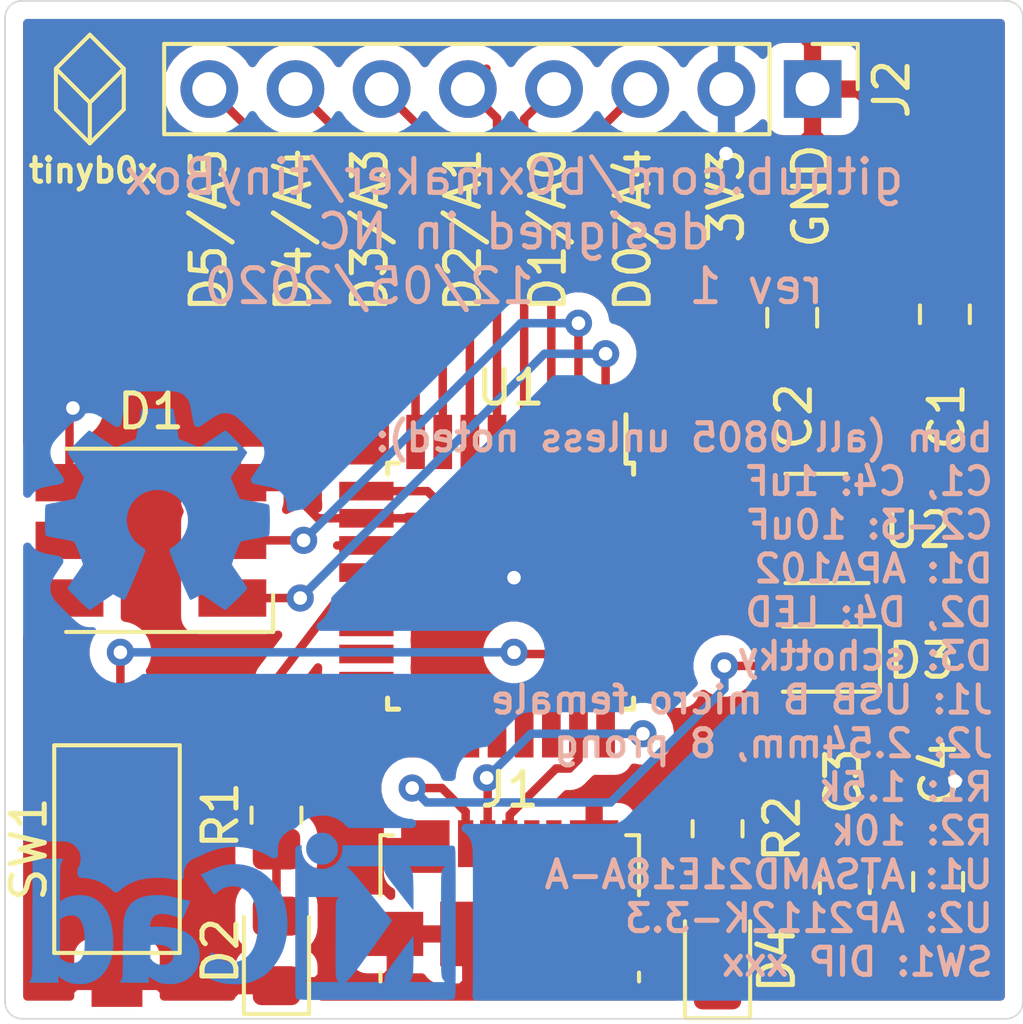
<source format=kicad_pcb>
(kicad_pcb (version 20171130) (host pcbnew "(5.1.7)-1")

  (general
    (thickness 1.6)
    (drawings 28)
    (tracks 116)
    (zones 0)
    (modules 17)
    (nets 39)
  )

  (page A4)
  (layers
    (0 F.Cu signal)
    (31 B.Cu signal)
    (32 B.Adhes user hide)
    (33 F.Adhes user hide)
    (34 B.Paste user hide)
    (35 F.Paste user hide)
    (36 B.SilkS user)
    (37 F.SilkS user)
    (38 B.Mask user hide)
    (39 F.Mask user hide)
    (40 Dwgs.User user hide)
    (41 Cmts.User user hide)
    (42 Eco1.User user hide)
    (43 Eco2.User user hide)
    (44 Edge.Cuts user)
    (45 Margin user hide)
    (46 B.CrtYd user hide)
    (47 F.CrtYd user hide)
    (48 B.Fab user hide)
    (49 F.Fab user hide)
  )

  (setup
    (last_trace_width 0.25)
    (trace_clearance 0.2)
    (zone_clearance 0.508)
    (zone_45_only no)
    (trace_min 0.2)
    (via_size 0.8)
    (via_drill 0.4)
    (via_min_size 0.4)
    (via_min_drill 0.3)
    (uvia_size 0.3)
    (uvia_drill 0.1)
    (uvias_allowed no)
    (uvia_min_size 0.2)
    (uvia_min_drill 0.1)
    (edge_width 0.05)
    (segment_width 0.2)
    (pcb_text_width 0.3)
    (pcb_text_size 1.5 1.5)
    (mod_edge_width 0.12)
    (mod_text_size 1 1)
    (mod_text_width 0.15)
    (pad_size 1 1)
    (pad_drill 0)
    (pad_to_mask_clearance 0)
    (aux_axis_origin 0 0)
    (visible_elements 7FFFFFFF)
    (pcbplotparams
      (layerselection 0x010fc_ffffffff)
      (usegerberextensions false)
      (usegerberattributes true)
      (usegerberadvancedattributes true)
      (creategerberjobfile true)
      (excludeedgelayer true)
      (linewidth 0.100000)
      (plotframeref false)
      (viasonmask false)
      (mode 1)
      (useauxorigin false)
      (hpglpennumber 1)
      (hpglpenspeed 20)
      (hpglpendiameter 15.000000)
      (psnegative false)
      (psa4output false)
      (plotreference true)
      (plotvalue true)
      (plotinvisibletext false)
      (padsonsilk false)
      (subtractmaskfromsilk false)
      (outputformat 1)
      (mirror false)
      (drillshape 1)
      (scaleselection 1)
      (outputdirectory ""))
  )

  (net 0 "")
  (net 1 "Net-(C1-Pad2)")
  (net 2 GND)
  (net 3 "Net-(C2-Pad1)")
  (net 4 +3V3)
  (net 5 "Net-(D1-Pad2)")
  (net 6 "Net-(D2-Pad2)")
  (net 7 VBUS)
  (net 8 "Net-(J1-Pad4)")
  (net 9 "Net-(J1-Pad3)")
  (net 10 "Net-(J1-Pad2)")
  (net 11 "Net-(R1-Pad2)")
  (net 12 "Net-(SW1-Pad2)")
  (net 13 SWD)
  (net 14 SWC)
  (net 15 "Net-(U1-Pad27)")
  (net 16 "Net-(U1-Pad25)")
  (net 17 "Net-(U1-Pad22)")
  (net 18 "Net-(U1-Pad21)")
  (net 19 "Net-(U1-Pad20)")
  (net 20 "Net-(U1-Pad19)")
  (net 21 "Net-(U1-Pad18)")
  (net 22 "Net-(U1-Pad17)")
  (net 23 "Net-(U1-Pad16)")
  (net 24 "Net-(U1-Pad15)")
  (net 25 "Net-(U1-Pad14)")
  (net 26 "Net-(U1-Pad12)")
  (net 27 "Net-(U2-Pad4)")
  (net 28 D2_A1)
  (net 29 D0_A4)
  (net 30 D3_A3)
  (net 31 D4_A2)
  (net 32 D1_A0)
  (net 33 D5_A5)
  (net 34 "Net-(D1-Pad6)")
  (net 35 "Net-(D1-Pad5)")
  (net 36 "Net-(D1-Pad1)")
  (net 37 "Net-(D4-Pad2)")
  (net 38 "Net-(U1-Pad11)")

  (net_class Default "This is the default net class."
    (clearance 0.2)
    (trace_width 0.25)
    (via_dia 0.8)
    (via_drill 0.4)
    (uvia_dia 0.3)
    (uvia_drill 0.1)
    (add_net +3V3)
    (add_net D0_A4)
    (add_net D1_A0)
    (add_net D2_A1)
    (add_net D3_A3)
    (add_net D4_A2)
    (add_net D5_A5)
    (add_net GND)
    (add_net "Net-(C1-Pad2)")
    (add_net "Net-(C2-Pad1)")
    (add_net "Net-(D1-Pad1)")
    (add_net "Net-(D1-Pad2)")
    (add_net "Net-(D1-Pad5)")
    (add_net "Net-(D1-Pad6)")
    (add_net "Net-(D2-Pad2)")
    (add_net "Net-(D4-Pad2)")
    (add_net "Net-(J1-Pad2)")
    (add_net "Net-(J1-Pad3)")
    (add_net "Net-(J1-Pad4)")
    (add_net "Net-(R1-Pad2)")
    (add_net "Net-(SW1-Pad2)")
    (add_net "Net-(U1-Pad11)")
    (add_net "Net-(U1-Pad12)")
    (add_net "Net-(U1-Pad14)")
    (add_net "Net-(U1-Pad15)")
    (add_net "Net-(U1-Pad16)")
    (add_net "Net-(U1-Pad17)")
    (add_net "Net-(U1-Pad18)")
    (add_net "Net-(U1-Pad19)")
    (add_net "Net-(U1-Pad20)")
    (add_net "Net-(U1-Pad21)")
    (add_net "Net-(U1-Pad22)")
    (add_net "Net-(U1-Pad25)")
    (add_net "Net-(U1-Pad27)")
    (add_net "Net-(U2-Pad4)")
    (add_net SWC)
    (add_net SWD)
    (add_net VBUS)
  )

  (module Symbol:OSHW-Symbol_6.7x6mm_Copper (layer B.Cu) (tedit 0) (tstamp 5FBB9991)
    (at 114.5 85 180)
    (descr "Open Source Hardware Symbol")
    (tags "Logo Symbol OSHW")
    (attr virtual)
    (fp_text reference REF** (at 0 0) (layer B.SilkS) hide
      (effects (font (size 1 1) (thickness 0.15)) (justify mirror))
    )
    (fp_text value OSHW-Symbol_6.7x6mm_Copper (at 0.75 0) (layer B.Fab) hide
      (effects (font (size 1 1) (thickness 0.15)) (justify mirror))
    )
    (fp_poly (pts (xy 0.555814 2.531069) (xy 0.639635 2.086445) (xy 0.94892 1.958947) (xy 1.258206 1.831449)
      (xy 1.629246 2.083754) (xy 1.733157 2.154004) (xy 1.827087 2.216728) (xy 1.906652 2.269062)
      (xy 1.96747 2.308143) (xy 2.005157 2.331107) (xy 2.015421 2.336058) (xy 2.03391 2.323324)
      (xy 2.07342 2.288118) (xy 2.129522 2.234938) (xy 2.197787 2.168282) (xy 2.273786 2.092646)
      (xy 2.353092 2.012528) (xy 2.431275 1.932426) (xy 2.503907 1.856836) (xy 2.566559 1.790255)
      (xy 2.614803 1.737182) (xy 2.64421 1.702113) (xy 2.651241 1.690377) (xy 2.641123 1.66874)
      (xy 2.612759 1.621338) (xy 2.569129 1.552807) (xy 2.513218 1.467785) (xy 2.448006 1.370907)
      (xy 2.410219 1.31565) (xy 2.341343 1.214752) (xy 2.28014 1.123701) (xy 2.229578 1.04703)
      (xy 2.192628 0.989272) (xy 2.172258 0.954957) (xy 2.169197 0.947746) (xy 2.176136 0.927252)
      (xy 2.195051 0.879487) (xy 2.223087 0.811168) (xy 2.257391 0.729011) (xy 2.295109 0.63973)
      (xy 2.333387 0.550042) (xy 2.36937 0.466662) (xy 2.400206 0.396306) (xy 2.423039 0.34569)
      (xy 2.435017 0.321529) (xy 2.435724 0.320578) (xy 2.454531 0.315964) (xy 2.504618 0.305672)
      (xy 2.580793 0.290713) (xy 2.677865 0.272099) (xy 2.790643 0.250841) (xy 2.856442 0.238582)
      (xy 2.97695 0.215638) (xy 3.085797 0.193805) (xy 3.177476 0.174278) (xy 3.246481 0.158252)
      (xy 3.287304 0.146921) (xy 3.295511 0.143326) (xy 3.303548 0.118994) (xy 3.310033 0.064041)
      (xy 3.31497 -0.015108) (xy 3.318364 -0.112026) (xy 3.320218 -0.220287) (xy 3.320538 -0.333465)
      (xy 3.319327 -0.445135) (xy 3.31659 -0.548868) (xy 3.312331 -0.638241) (xy 3.306555 -0.706826)
      (xy 3.299267 -0.748197) (xy 3.294895 -0.75681) (xy 3.268764 -0.767133) (xy 3.213393 -0.781892)
      (xy 3.136107 -0.799352) (xy 3.04423 -0.81778) (xy 3.012158 -0.823741) (xy 2.857524 -0.852066)
      (xy 2.735375 -0.874876) (xy 2.641673 -0.89308) (xy 2.572384 -0.907583) (xy 2.523471 -0.919292)
      (xy 2.490897 -0.929115) (xy 2.470628 -0.937956) (xy 2.458626 -0.946724) (xy 2.456947 -0.948457)
      (xy 2.440184 -0.976371) (xy 2.414614 -1.030695) (xy 2.382788 -1.104777) (xy 2.34726 -1.191965)
      (xy 2.310583 -1.285608) (xy 2.275311 -1.379052) (xy 2.243996 -1.465647) (xy 2.219193 -1.53874)
      (xy 2.203454 -1.591678) (xy 2.199332 -1.617811) (xy 2.199676 -1.618726) (xy 2.213641 -1.640086)
      (xy 2.245322 -1.687084) (xy 2.291391 -1.754827) (xy 2.348518 -1.838423) (xy 2.413373 -1.932982)
      (xy 2.431843 -1.959854) (xy 2.497699 -2.057275) (xy 2.55565 -2.146163) (xy 2.602538 -2.221412)
      (xy 2.635207 -2.27792) (xy 2.6505 -2.310581) (xy 2.651241 -2.314593) (xy 2.638392 -2.335684)
      (xy 2.602888 -2.377464) (xy 2.549293 -2.435445) (xy 2.482171 -2.505135) (xy 2.406087 -2.582045)
      (xy 2.325604 -2.661683) (xy 2.245287 -2.739561) (xy 2.169699 -2.811186) (xy 2.103405 -2.87207)
      (xy 2.050969 -2.917721) (xy 2.016955 -2.94365) (xy 2.007545 -2.947883) (xy 1.985643 -2.937912)
      (xy 1.9408 -2.91102) (xy 1.880321 -2.871736) (xy 1.833789 -2.840117) (xy 1.749475 -2.782098)
      (xy 1.649626 -2.713784) (xy 1.549473 -2.645579) (xy 1.495627 -2.609075) (xy 1.313371 -2.4858)
      (xy 1.160381 -2.56852) (xy 1.090682 -2.604759) (xy 1.031414 -2.632926) (xy 0.991311 -2.648991)
      (xy 0.981103 -2.651226) (xy 0.968829 -2.634722) (xy 0.944613 -2.588082) (xy 0.910263 -2.515609)
      (xy 0.867588 -2.421606) (xy 0.818394 -2.310374) (xy 0.76449 -2.186215) (xy 0.707684 -2.053432)
      (xy 0.649782 -1.916327) (xy 0.592593 -1.779202) (xy 0.537924 -1.646358) (xy 0.487584 -1.522098)
      (xy 0.44338 -1.410725) (xy 0.407119 -1.316539) (xy 0.380609 -1.243844) (xy 0.365658 -1.196941)
      (xy 0.363254 -1.180833) (xy 0.382311 -1.160286) (xy 0.424036 -1.126933) (xy 0.479706 -1.087702)
      (xy 0.484378 -1.084599) (xy 0.628264 -0.969423) (xy 0.744283 -0.835053) (xy 0.83143 -0.685784)
      (xy 0.888699 -0.525913) (xy 0.915086 -0.359737) (xy 0.909585 -0.191552) (xy 0.87119 -0.025655)
      (xy 0.798895 0.133658) (xy 0.777626 0.168513) (xy 0.666996 0.309263) (xy 0.536302 0.422286)
      (xy 0.390064 0.506997) (xy 0.232808 0.562806) (xy 0.069057 0.589126) (xy -0.096667 0.58537)
      (xy -0.259838 0.55095) (xy -0.415935 0.485277) (xy -0.560433 0.387765) (xy -0.605131 0.348187)
      (xy -0.718888 0.224297) (xy -0.801782 0.093876) (xy -0.858644 -0.052315) (xy -0.890313 -0.197088)
      (xy -0.898131 -0.35986) (xy -0.872062 -0.52344) (xy -0.814755 -0.682298) (xy -0.728856 -0.830906)
      (xy -0.617014 -0.963735) (xy -0.481877 -1.075256) (xy -0.464117 -1.087011) (xy -0.40785 -1.125508)
      (xy -0.365077 -1.158863) (xy -0.344628 -1.18016) (xy -0.344331 -1.180833) (xy -0.348721 -1.203871)
      (xy -0.366124 -1.256157) (xy -0.394732 -1.33339) (xy -0.432735 -1.431268) (xy -0.478326 -1.545491)
      (xy -0.529697 -1.671758) (xy -0.585038 -1.805767) (xy -0.642542 -1.943218) (xy -0.700399 -2.079808)
      (xy -0.756802 -2.211237) (xy -0.809942 -2.333205) (xy -0.85801 -2.441409) (xy -0.899199 -2.531549)
      (xy -0.931699 -2.599323) (xy -0.953703 -2.64043) (xy -0.962564 -2.651226) (xy -0.98964 -2.642819)
      (xy -1.040303 -2.620272) (xy -1.105817 -2.587613) (xy -1.141841 -2.56852) (xy -1.294832 -2.4858)
      (xy -1.477088 -2.609075) (xy -1.570125 -2.672228) (xy -1.671985 -2.741727) (xy -1.767438 -2.807165)
      (xy -1.81525 -2.840117) (xy -1.882495 -2.885273) (xy -1.939436 -2.921057) (xy -1.978646 -2.942938)
      (xy -1.991381 -2.947563) (xy -2.009917 -2.935085) (xy -2.050941 -2.900252) (xy -2.110475 -2.846678)
      (xy -2.184542 -2.777983) (xy -2.269165 -2.697781) (xy -2.322685 -2.646286) (xy -2.416319 -2.554286)
      (xy -2.497241 -2.471999) (xy -2.562177 -2.402945) (xy -2.607858 -2.350644) (xy -2.631011 -2.318616)
      (xy -2.633232 -2.312116) (xy -2.622924 -2.287394) (xy -2.594439 -2.237405) (xy -2.550937 -2.167212)
      (xy -2.495577 -2.081875) (xy -2.43152 -1.986456) (xy -2.413303 -1.959854) (xy -2.346927 -1.863167)
      (xy -2.287378 -1.776117) (xy -2.237984 -1.703595) (xy -2.202075 -1.650493) (xy -2.182981 -1.621703)
      (xy -2.181136 -1.618726) (xy -2.183895 -1.595782) (xy -2.198538 -1.545336) (xy -2.222513 -1.474041)
      (xy -2.253266 -1.388547) (xy -2.288244 -1.295507) (xy -2.324893 -1.201574) (xy -2.360661 -1.113399)
      (xy -2.392994 -1.037634) (xy -2.419338 -0.980931) (xy -2.437142 -0.949943) (xy -2.438407 -0.948457)
      (xy -2.449294 -0.939601) (xy -2.467682 -0.930843) (xy -2.497606 -0.921277) (xy -2.543103 -0.909996)
      (xy -2.608209 -0.896093) (xy -2.696961 -0.878663) (xy -2.813393 -0.856798) (xy -2.961542 -0.829591)
      (xy -2.993618 -0.823741) (xy -3.088686 -0.805374) (xy -3.171565 -0.787405) (xy -3.23493 -0.771569)
      (xy -3.271458 -0.7596) (xy -3.276356 -0.75681) (xy -3.284427 -0.732072) (xy -3.290987 -0.67679)
      (xy -3.296033 -0.597389) (xy -3.299559 -0.500296) (xy -3.301561 -0.391938) (xy -3.302036 -0.27874)
      (xy -3.300977 -0.167128) (xy -3.298382 -0.063529) (xy -3.294246 0.025632) (xy -3.288563 0.093928)
      (xy -3.281331 0.134934) (xy -3.276971 0.143326) (xy -3.252698 0.151792) (xy -3.197426 0.165565)
      (xy -3.116662 0.18345) (xy -3.015912 0.204252) (xy -2.900683 0.226777) (xy -2.837902 0.238582)
      (xy -2.718787 0.260849) (xy -2.612565 0.281021) (xy -2.524427 0.298085) (xy -2.459566 0.311031)
      (xy -2.423174 0.318845) (xy -2.417184 0.320578) (xy -2.407061 0.34011) (xy -2.385662 0.387157)
      (xy -2.355839 0.454997) (xy -2.320445 0.536909) (xy -2.282332 0.626172) (xy -2.244353 0.716065)
      (xy -2.20936 0.799865) (xy -2.180206 0.870853) (xy -2.159743 0.922306) (xy -2.150823 0.947503)
      (xy -2.150657 0.948604) (xy -2.160769 0.968481) (xy -2.189117 1.014223) (xy -2.232723 1.081283)
      (xy -2.288606 1.165116) (xy -2.353787 1.261174) (xy -2.391679 1.31635) (xy -2.460725 1.417519)
      (xy -2.52205 1.50937) (xy -2.572663 1.587256) (xy -2.609571 1.646531) (xy -2.629782 1.682549)
      (xy -2.632701 1.690623) (xy -2.620153 1.709416) (xy -2.585463 1.749543) (xy -2.533063 1.806507)
      (xy -2.467384 1.875815) (xy -2.392856 1.952969) (xy -2.313913 2.033475) (xy -2.234983 2.112837)
      (xy -2.1605 2.18656) (xy -2.094894 2.250148) (xy -2.042596 2.299106) (xy -2.008039 2.328939)
      (xy -1.996478 2.336058) (xy -1.977654 2.326047) (xy -1.932631 2.297922) (xy -1.865787 2.254546)
      (xy -1.781499 2.198782) (xy -1.684144 2.133494) (xy -1.610707 2.083754) (xy -1.239667 1.831449)
      (xy -0.621095 2.086445) (xy -0.537275 2.531069) (xy -0.453454 2.975693) (xy 0.471994 2.975693)
      (xy 0.555814 2.531069)) (layer B.Cu) (width 0.01))
  )

  (module Symbol:KiCad-Logo_5mm_Copper (layer B.Cu) (tedit 0) (tstamp 5FBB963E)
    (at 117 97.5 180)
    (descr "KiCad Logo")
    (tags "Logo KiCad")
    (attr virtual)
    (fp_text reference REF** (at 0 5.08) (layer B.SilkS) hide
      (effects (font (size 1 1) (thickness 0.15)) (justify mirror))
    )
    (fp_text value KiCad-Logo_5mm_Copper (at 0 -3.81) (layer B.Fab) hide
      (effects (font (size 1 1) (thickness 0.15)) (justify mirror))
    )
    (fp_poly (pts (xy -2.9464 2.510946) (xy -2.935535 2.397007) (xy -2.903918 2.289384) (xy -2.853015 2.190385)
      (xy -2.784293 2.102316) (xy -2.699219 2.027484) (xy -2.602232 1.969616) (xy -2.495964 1.929995)
      (xy -2.38895 1.911427) (xy -2.2833 1.912566) (xy -2.181125 1.93207) (xy -2.084534 1.968594)
      (xy -1.995638 2.020795) (xy -1.916546 2.087327) (xy -1.849369 2.166848) (xy -1.796217 2.258013)
      (xy -1.759199 2.359477) (xy -1.740427 2.469898) (xy -1.738489 2.519794) (xy -1.738489 2.607733)
      (xy -1.68656 2.607733) (xy -1.650253 2.604889) (xy -1.623355 2.593089) (xy -1.596249 2.569351)
      (xy -1.557867 2.530969) (xy -1.557867 0.339398) (xy -1.557876 0.077261) (xy -1.557908 -0.163241)
      (xy -1.557972 -0.383048) (xy -1.558076 -0.583101) (xy -1.558227 -0.764344) (xy -1.558434 -0.927716)
      (xy -1.558706 -1.07416) (xy -1.55905 -1.204617) (xy -1.559474 -1.320029) (xy -1.559987 -1.421338)
      (xy -1.560597 -1.509484) (xy -1.561312 -1.58541) (xy -1.56214 -1.650057) (xy -1.563089 -1.704367)
      (xy -1.564167 -1.74928) (xy -1.565383 -1.78574) (xy -1.566745 -1.814687) (xy -1.568261 -1.837063)
      (xy -1.569938 -1.853809) (xy -1.571786 -1.865868) (xy -1.573813 -1.87418) (xy -1.576025 -1.879687)
      (xy -1.577108 -1.881537) (xy -1.581271 -1.888549) (xy -1.584805 -1.894996) (xy -1.588635 -1.9009)
      (xy -1.593682 -1.906286) (xy -1.600871 -1.911178) (xy -1.611123 -1.915598) (xy -1.625364 -1.919572)
      (xy -1.644514 -1.923121) (xy -1.669499 -1.92627) (xy -1.70124 -1.929042) (xy -1.740662 -1.931461)
      (xy -1.788686 -1.933551) (xy -1.846237 -1.935335) (xy -1.914237 -1.936837) (xy -1.99361 -1.93808)
      (xy -2.085279 -1.939089) (xy -2.190166 -1.939885) (xy -2.309196 -1.940494) (xy -2.44329 -1.940939)
      (xy -2.593373 -1.941243) (xy -2.760367 -1.94143) (xy -2.945196 -1.941524) (xy -3.148783 -1.941548)
      (xy -3.37205 -1.941525) (xy -3.615922 -1.94148) (xy -3.881321 -1.941437) (xy -3.919704 -1.941432)
      (xy -4.186682 -1.941389) (xy -4.432002 -1.941318) (xy -4.656583 -1.941213) (xy -4.861345 -1.941066)
      (xy -5.047206 -1.940869) (xy -5.215088 -1.940616) (xy -5.365908 -1.9403) (xy -5.500587 -1.939913)
      (xy -5.620044 -1.939447) (xy -5.725199 -1.938897) (xy -5.816971 -1.938253) (xy -5.896279 -1.937511)
      (xy -5.964043 -1.936661) (xy -6.021182 -1.935697) (xy -6.068617 -1.934611) (xy -6.107266 -1.933397)
      (xy -6.138049 -1.932047) (xy -6.161885 -1.930555) (xy -6.179694 -1.928911) (xy -6.192395 -1.927111)
      (xy -6.200908 -1.925145) (xy -6.205266 -1.923477) (xy -6.213728 -1.919906) (xy -6.221497 -1.91727)
      (xy -6.228602 -1.914634) (xy -6.235073 -1.911062) (xy -6.240939 -1.905621) (xy -6.246229 -1.897375)
      (xy -6.250974 -1.88539) (xy -6.255202 -1.868731) (xy -6.258943 -1.846463) (xy -6.262227 -1.817652)
      (xy -6.265083 -1.781363) (xy -6.26754 -1.736661) (xy -6.269629 -1.682611) (xy -6.271378 -1.618279)
      (xy -6.272817 -1.54273) (xy -6.273976 -1.45503) (xy -6.274883 -1.354243) (xy -6.275569 -1.239434)
      (xy -6.276063 -1.10967) (xy -6.276395 -0.964015) (xy -6.276593 -0.801535) (xy -6.276687 -0.621295)
      (xy -6.276708 -0.42236) (xy -6.276685 -0.203796) (xy -6.276646 0.035332) (xy -6.276622 0.29596)
      (xy -6.276622 0.338111) (xy -6.276636 0.601008) (xy -6.276661 0.842268) (xy -6.276671 1.062835)
      (xy -6.276642 1.263648) (xy -6.276548 1.445651) (xy -6.276362 1.609784) (xy -6.276059 1.756989)
      (xy -6.275614 1.888208) (xy -6.275034 1.998133) (xy -5.972197 1.998133) (xy -5.932407 1.940289)
      (xy -5.921236 1.924521) (xy -5.911166 1.910559) (xy -5.902138 1.897216) (xy -5.894097 1.883307)
      (xy -5.886986 1.867644) (xy -5.880747 1.849042) (xy -5.875325 1.826314) (xy -5.870662 1.798273)
      (xy -5.866701 1.763733) (xy -5.863385 1.721508) (xy -5.860659 1.670411) (xy -5.858464 1.609256)
      (xy -5.856745 1.536856) (xy -5.855444 1.452025) (xy -5.854505 1.353578) (xy -5.85387 1.240326)
      (xy -5.853484 1.111084) (xy -5.853288 0.964666) (xy -5.853227 0.799884) (xy -5.853243 0.615553)
      (xy -5.85328 0.410487) (xy -5.853289 0.287867) (xy -5.853265 0.070918) (xy -5.853231 -0.124642)
      (xy -5.853243 -0.299999) (xy -5.853358 -0.456341) (xy -5.85363 -0.594857) (xy -5.854118 -0.716734)
      (xy -5.854876 -0.82316) (xy -5.855962 -0.915322) (xy -5.857431 -0.994409) (xy -5.85934 -1.061608)
      (xy -5.861744 -1.118107) (xy -5.864701 -1.165093) (xy -5.868266 -1.203755) (xy -5.872495 -1.23528)
      (xy -5.877446 -1.260855) (xy -5.883173 -1.28167) (xy -5.889733 -1.298911) (xy -5.897183 -1.313765)
      (xy -5.905579 -1.327422) (xy -5.914976 -1.341069) (xy -5.925432 -1.355893) (xy -5.931523 -1.364783)
      (xy -5.970296 -1.4224) (xy -5.438732 -1.4224) (xy -5.315483 -1.422365) (xy -5.212987 -1.422215)
      (xy -5.12942 -1.421878) (xy -5.062956 -1.421286) (xy -5.011771 -1.420367) (xy -4.974041 -1.419051)
      (xy -4.94794 -1.417269) (xy -4.931644 -1.414951) (xy -4.923328 -1.412026) (xy -4.921168 -1.408424)
      (xy -4.923339 -1.404075) (xy -4.924535 -1.402645) (xy -4.949685 -1.365573) (xy -4.975583 -1.312772)
      (xy -4.999192 -1.25077) (xy -5.007461 -1.224357) (xy -5.012078 -1.206416) (xy -5.015979 -1.185355)
      (xy -5.019248 -1.159089) (xy -5.021966 -1.125532) (xy -5.024215 -1.082599) (xy -5.026077 -1.028204)
      (xy -5.027636 -0.960262) (xy -5.028972 -0.876688) (xy -5.030169 -0.775395) (xy -5.031308 -0.6543)
      (xy -5.031685 -0.6096) (xy -5.032702 -0.484449) (xy -5.03346 -0.380082) (xy -5.033903 -0.294707)
      (xy -5.03397 -0.226533) (xy -5.033605 -0.173765) (xy -5.032748 -0.134614) (xy -5.031341 -0.107285)
      (xy -5.029325 -0.089986) (xy -5.026643 -0.080926) (xy -5.023236 -0.078312) (xy -5.019044 -0.080351)
      (xy -5.014571 -0.084667) (xy -5.004216 -0.097602) (xy -4.982158 -0.126676) (xy -4.949957 -0.169759)
      (xy -4.909174 -0.224718) (xy -4.86137 -0.289423) (xy -4.808105 -0.361742) (xy -4.75094 -0.439544)
      (xy -4.691437 -0.520698) (xy -4.631155 -0.603072) (xy -4.571655 -0.684536) (xy -4.514498 -0.762957)
      (xy -4.461245 -0.836204) (xy -4.413457 -0.902147) (xy -4.372693 -0.958654) (xy -4.340516 -1.003593)
      (xy -4.318485 -1.034834) (xy -4.313917 -1.041466) (xy -4.290996 -1.078369) (xy -4.264188 -1.126359)
      (xy -4.238789 -1.175897) (xy -4.235568 -1.182577) (xy -4.21389 -1.230772) (xy -4.201304 -1.268334)
      (xy -4.195574 -1.30416) (xy -4.194456 -1.3462) (xy -4.19509 -1.4224) (xy -3.040651 -1.4224)
      (xy -3.131815 -1.328669) (xy -3.178612 -1.278775) (xy -3.228899 -1.222295) (xy -3.274944 -1.168026)
      (xy -3.295369 -1.142673) (xy -3.325807 -1.103128) (xy -3.365862 -1.049916) (xy -3.414361 -0.984667)
      (xy -3.470135 -0.909011) (xy -3.532011 -0.824577) (xy -3.598819 -0.732994) (xy -3.669387 -0.635892)
      (xy -3.742545 -0.534901) (xy -3.817121 -0.43165) (xy -3.891944 -0.327768) (xy -3.965843 -0.224885)
      (xy -4.037646 -0.124631) (xy -4.106184 -0.028636) (xy -4.170284 0.061473) (xy -4.228775 0.144064)
      (xy -4.280486 0.217508) (xy -4.324247 0.280176) (xy -4.358885 0.330439) (xy -4.38323 0.366666)
      (xy -4.396111 0.387229) (xy -4.397869 0.391332) (xy -4.38991 0.402658) (xy -4.369115 0.429838)
      (xy -4.336847 0.471171) (xy -4.29447 0.524956) (xy -4.243347 0.589494) (xy -4.184841 0.663082)
      (xy -4.120314 0.744022) (xy -4.051131 0.830612) (xy -3.978653 0.921152) (xy -3.904246 1.01394)
      (xy -3.844517 1.088298) (xy -2.833511 1.088298) (xy -2.827602 1.075341) (xy -2.813272 1.053092)
      (xy -2.812225 1.051609) (xy -2.793438 1.021456) (xy -2.773791 0.984625) (xy -2.769892 0.976489)
      (xy -2.766356 0.96806) (xy -2.76323 0.957941) (xy -2.760486 0.94474) (xy -2.758092 0.927062)
      (xy -2.756019 0.903516) (xy -2.754235 0.872707) (xy -2.752712 0.833243) (xy -2.751419 0.783731)
      (xy -2.750326 0.722777) (xy -2.749403 0.648989) (xy -2.748619 0.560972) (xy -2.747945 0.457335)
      (xy -2.74735 0.336684) (xy -2.746805 0.197626) (xy -2.746279 0.038768) (xy -2.745745 -0.140089)
      (xy -2.745206 -0.325207) (xy -2.744772 -0.489145) (xy -2.744509 -0.633303) (xy -2.744484 -0.759079)
      (xy -2.744765 -0.867871) (xy -2.745419 -0.961077) (xy -2.746514 -1.040097) (xy -2.748118 -1.106328)
      (xy -2.750297 -1.16117) (xy -2.753119 -1.206021) (xy -2.756651 -1.242278) (xy -2.760961 -1.271341)
      (xy -2.766117 -1.294609) (xy -2.772185 -1.313479) (xy -2.779233 -1.329351) (xy -2.787329 -1.343622)
      (xy -2.79654 -1.357691) (xy -2.80504 -1.370158) (xy -2.822176 -1.396452) (xy -2.832322 -1.414037)
      (xy -2.833511 -1.417257) (xy -2.822604 -1.418334) (xy -2.791411 -1.419335) (xy -2.742223 -1.420235)
      (xy -2.677333 -1.42101) (xy -2.59903 -1.421637) (xy -2.509607 -1.422091) (xy -2.411356 -1.422349)
      (xy -2.342445 -1.4224) (xy -2.237452 -1.42218) (xy -2.14061 -1.421548) (xy -2.054107 -1.420549)
      (xy -1.980132 -1.419227) (xy -1.920874 -1.417626) (xy -1.87852 -1.415791) (xy -1.85526 -1.413765)
      (xy -1.851378 -1.412493) (xy -1.859076 -1.397591) (xy -1.867074 -1.38956) (xy -1.880246 -1.372434)
      (xy -1.897485 -1.342183) (xy -1.909407 -1.317622) (xy -1.936045 -1.258711) (xy -1.93912 -0.081845)
      (xy -1.942195 1.095022) (xy -2.387853 1.095022) (xy -2.48567 1.094858) (xy -2.576064 1.094389)
      (xy -2.65663 1.093653) (xy -2.724962 1.092684) (xy -2.778656 1.09152) (xy -2.815305 1.090197)
      (xy -2.832504 1.088751) (xy -2.833511 1.088298) (xy -3.844517 1.088298) (xy -3.82927 1.107278)
      (xy -3.75509 1.199463) (xy -3.683069 1.288796) (xy -3.614569 1.373576) (xy -3.550955 1.452102)
      (xy -3.493588 1.522674) (xy -3.443833 1.583591) (xy -3.403052 1.633153) (xy -3.385888 1.653822)
      (xy -3.299596 1.754484) (xy -3.222997 1.837741) (xy -3.154183 1.905562) (xy -3.091248 1.959911)
      (xy -3.081867 1.967278) (xy -3.042356 1.997883) (xy -4.174116 1.998133) (xy -4.168827 1.950156)
      (xy -4.17213 1.892812) (xy -4.193661 1.824537) (xy -4.233635 1.744788) (xy -4.278943 1.672505)
      (xy -4.295161 1.64986) (xy -4.323214 1.612304) (xy -4.36143 1.561979) (xy -4.408137 1.501027)
      (xy -4.461661 1.431589) (xy -4.520331 1.355806) (xy -4.582475 1.27582) (xy -4.646421 1.193772)
      (xy -4.710495 1.111804) (xy -4.773027 1.032057) (xy -4.832343 0.956673) (xy -4.886771 0.887793)
      (xy -4.934639 0.827558) (xy -4.974275 0.778111) (xy -5.004006 0.741592) (xy -5.022161 0.720142)
      (xy -5.02522 0.716844) (xy -5.028079 0.724851) (xy -5.030293 0.755145) (xy -5.031857 0.807444)
      (xy -5.032767 0.881469) (xy -5.03302 0.976937) (xy -5.032613 1.093566) (xy -5.031704 1.213555)
      (xy -5.030382 1.345667) (xy -5.028857 1.457406) (xy -5.026881 1.550975) (xy -5.024206 1.628581)
      (xy -5.020582 1.692426) (xy -5.015761 1.744717) (xy -5.009494 1.787656) (xy -5.001532 1.823449)
      (xy -4.991627 1.8543) (xy -4.979531 1.882414) (xy -4.964993 1.909995) (xy -4.950311 1.935034)
      (xy -4.912314 1.998133) (xy -5.972197 1.998133) (xy -6.275034 1.998133) (xy -6.275001 2.004383)
      (xy -6.274195 2.106456) (xy -6.27317 2.195367) (xy -6.2719 2.272059) (xy -6.27036 2.337473)
      (xy -6.268524 2.392551) (xy -6.266367 2.438235) (xy -6.263863 2.475466) (xy -6.260987 2.505187)
      (xy -6.257713 2.528338) (xy -6.254015 2.545861) (xy -6.249869 2.558699) (xy -6.245247 2.567792)
      (xy -6.240126 2.574082) (xy -6.234478 2.578512) (xy -6.228279 2.582022) (xy -6.221504 2.585555)
      (xy -6.215508 2.589124) (xy -6.210275 2.5917) (xy -6.202099 2.594028) (xy -6.189886 2.596122)
      (xy -6.172541 2.597993) (xy -6.148969 2.599653) (xy -6.118077 2.601116) (xy -6.078768 2.602392)
      (xy -6.02995 2.603496) (xy -5.970527 2.604439) (xy -5.899404 2.605233) (xy -5.815488 2.605891)
      (xy -5.717683 2.606425) (xy -5.604894 2.606847) (xy -5.476029 2.607171) (xy -5.329991 2.607408)
      (xy -5.165686 2.60757) (xy -4.98202 2.60767) (xy -4.777897 2.60772) (xy -4.566753 2.607733)
      (xy -2.9464 2.607733) (xy -2.9464 2.510946)) (layer B.Cu) (width 0.01))
    (fp_poly (pts (xy 0.328429 2.050929) (xy 0.48857 2.029755) (xy 0.65251 1.989615) (xy 0.822313 1.930111)
      (xy 1.000043 1.850846) (xy 1.01131 1.845301) (xy 1.069005 1.817275) (xy 1.120552 1.793198)
      (xy 1.162191 1.774751) (xy 1.190162 1.763614) (xy 1.199733 1.761067) (xy 1.21895 1.756059)
      (xy 1.223561 1.751853) (xy 1.218458 1.74142) (xy 1.202418 1.715132) (xy 1.177288 1.675743)
      (xy 1.144914 1.626009) (xy 1.107143 1.568685) (xy 1.065822 1.506524) (xy 1.022798 1.442282)
      (xy 0.979917 1.378715) (xy 0.939026 1.318575) (xy 0.901971 1.26462) (xy 0.8706 1.219603)
      (xy 0.846759 1.186279) (xy 0.832294 1.167403) (xy 0.830309 1.165213) (xy 0.820191 1.169862)
      (xy 0.79785 1.187038) (xy 0.76728 1.21356) (xy 0.751536 1.228036) (xy 0.655047 1.303318)
      (xy 0.548336 1.358759) (xy 0.432832 1.393859) (xy 0.309962 1.40812) (xy 0.240561 1.406949)
      (xy 0.119423 1.389788) (xy 0.010205 1.353906) (xy -0.087418 1.299041) (xy -0.173772 1.22493)
      (xy -0.249185 1.131312) (xy -0.313982 1.017924) (xy -0.351399 0.931333) (xy -0.395252 0.795634)
      (xy -0.427572 0.64815) (xy -0.448443 0.492686) (xy -0.457949 0.333044) (xy -0.456173 0.173027)
      (xy -0.443197 0.016439) (xy -0.419106 -0.132918) (xy -0.383982 -0.27124) (xy -0.337908 -0.394724)
      (xy -0.321627 -0.428978) (xy -0.25338 -0.543064) (xy -0.172921 -0.639557) (xy -0.08143 -0.71767)
      (xy 0.019911 -0.776617) (xy 0.12992 -0.815612) (xy 0.247415 -0.833868) (xy 0.288883 -0.835211)
      (xy 0.410441 -0.82429) (xy 0.530878 -0.791474) (xy 0.648666 -0.737439) (xy 0.762277 -0.662865)
      (xy 0.853685 -0.584539) (xy 0.900215 -0.540008) (xy 1.081483 -0.837271) (xy 1.12658 -0.911433)
      (xy 1.167819 -0.979646) (xy 1.203735 -1.039459) (xy 1.232866 -1.08842) (xy 1.25375 -1.124079)
      (xy 1.264924 -1.143984) (xy 1.266375 -1.147079) (xy 1.258146 -1.156718) (xy 1.232567 -1.173999)
      (xy 1.192873 -1.197283) (xy 1.142297 -1.224934) (xy 1.084074 -1.255315) (xy 1.021437 -1.28679)
      (xy 0.957621 -1.317722) (xy 0.89586 -1.346473) (xy 0.839388 -1.371408) (xy 0.791438 -1.390889)
      (xy 0.767986 -1.399318) (xy 0.634221 -1.437133) (xy 0.496327 -1.462136) (xy 0.348622 -1.47514)
      (xy 0.221833 -1.477468) (xy 0.153878 -1.476373) (xy 0.088277 -1.474275) (xy 0.030847 -1.471434)
      (xy -0.012597 -1.468106) (xy -0.026702 -1.466422) (xy -0.165716 -1.437587) (xy -0.307243 -1.392468)
      (xy -0.444725 -1.33375) (xy -0.571606 -1.26412) (xy -0.649111 -1.211441) (xy -0.776519 -1.103239)
      (xy -0.894822 -0.976671) (xy -1.001828 -0.834866) (xy -1.095348 -0.680951) (xy -1.17319 -0.518053)
      (xy -1.217044 -0.400756) (xy -1.267292 -0.217128) (xy -1.300791 -0.022581) (xy -1.317551 0.178675)
      (xy -1.317584 0.382432) (xy -1.300899 0.584479) (xy -1.267507 0.780608) (xy -1.21742 0.966609)
      (xy -1.213603 0.978197) (xy -1.150719 1.14025) (xy -1.073972 1.288168) (xy -0.980758 1.426135)
      (xy -0.868473 1.558339) (xy -0.824608 1.603601) (xy -0.688466 1.727543) (xy -0.548509 1.830085)
      (xy -0.402589 1.912344) (xy -0.248558 1.975436) (xy -0.084268 2.020477) (xy 0.011289 2.037967)
      (xy 0.170023 2.053534) (xy 0.328429 2.050929)) (layer B.Cu) (width 0.01))
    (fp_poly (pts (xy 2.673574 1.133448) (xy 2.825492 1.113433) (xy 2.960756 1.079798) (xy 3.080239 1.032275)
      (xy 3.184815 0.970595) (xy 3.262424 0.907035) (xy 3.331265 0.832901) (xy 3.385006 0.753129)
      (xy 3.42791 0.660909) (xy 3.443384 0.617839) (xy 3.456244 0.578858) (xy 3.467446 0.542711)
      (xy 3.47712 0.507566) (xy 3.485396 0.47159) (xy 3.492403 0.43295) (xy 3.498272 0.389815)
      (xy 3.503131 0.340351) (xy 3.50711 0.282727) (xy 3.51034 0.215109) (xy 3.512949 0.135666)
      (xy 3.515067 0.042564) (xy 3.516824 -0.066027) (xy 3.518349 -0.191942) (xy 3.519772 -0.337012)
      (xy 3.521025 -0.479778) (xy 3.522351 -0.635968) (xy 3.523556 -0.771239) (xy 3.524766 -0.887246)
      (xy 3.526106 -0.985645) (xy 3.5277 -1.068093) (xy 3.529675 -1.136246) (xy 3.532156 -1.19176)
      (xy 3.535269 -1.236292) (xy 3.539138 -1.271498) (xy 3.543889 -1.299034) (xy 3.549648 -1.320556)
      (xy 3.556539 -1.337722) (xy 3.564689 -1.352186) (xy 3.574223 -1.365606) (xy 3.585266 -1.379638)
      (xy 3.589566 -1.385071) (xy 3.605386 -1.40791) (xy 3.612422 -1.423463) (xy 3.612444 -1.423922)
      (xy 3.601567 -1.426121) (xy 3.570582 -1.428147) (xy 3.521957 -1.429942) (xy 3.458163 -1.431451)
      (xy 3.381669 -1.432616) (xy 3.294944 -1.43338) (xy 3.200457 -1.433686) (xy 3.18955 -1.433689)
      (xy 2.766657 -1.433689) (xy 2.763395 -1.337622) (xy 2.760133 -1.241556) (xy 2.698044 -1.292543)
      (xy 2.600714 -1.360057) (xy 2.490813 -1.414749) (xy 2.404349 -1.444978) (xy 2.335278 -1.459666)
      (xy 2.251925 -1.469659) (xy 2.162159 -1.474646) (xy 2.073845 -1.474313) (xy 1.994851 -1.468351)
      (xy 1.958622 -1.462638) (xy 1.818603 -1.424776) (xy 1.692178 -1.369932) (xy 1.58026 -1.298924)
      (xy 1.483762 -1.212568) (xy 1.4036 -1.111679) (xy 1.340687 -0.997076) (xy 1.296312 -0.870984)
      (xy 1.283978 -0.814401) (xy 1.276368 -0.752202) (xy 1.272739 -0.677363) (xy 1.272245 -0.643467)
      (xy 1.27231 -0.640282) (xy 2.032248 -0.640282) (xy 2.041541 -0.715333) (xy 2.069728 -0.77916)
      (xy 2.118197 -0.834798) (xy 2.123254 -0.839211) (xy 2.171548 -0.874037) (xy 2.223257 -0.89662)
      (xy 2.283989 -0.90854) (xy 2.359352 -0.911383) (xy 2.377459 -0.910978) (xy 2.431278 -0.908325)
      (xy 2.471308 -0.902909) (xy 2.506324 -0.892745) (xy 2.545103 -0.87585) (xy 2.555745 -0.870672)
      (xy 2.616396 -0.834844) (xy 2.663215 -0.792212) (xy 2.675952 -0.776973) (xy 2.720622 -0.720462)
      (xy 2.720622 -0.524586) (xy 2.720086 -0.445939) (xy 2.718396 -0.387988) (xy 2.715428 -0.348875)
      (xy 2.711057 -0.326741) (xy 2.706972 -0.320274) (xy 2.691047 -0.317111) (xy 2.657264 -0.314488)
      (xy 2.61034 -0.312655) (xy 2.554993 -0.311857) (xy 2.546106 -0.311842) (xy 2.42533 -0.317096)
      (xy 2.32266 -0.333263) (xy 2.236106 -0.360961) (xy 2.163681 -0.400808) (xy 2.108751 -0.447758)
      (xy 2.064204 -0.505645) (xy 2.03948 -0.568693) (xy 2.032248 -0.640282) (xy 1.27231 -0.640282)
      (xy 1.274178 -0.549712) (xy 1.282522 -0.470812) (xy 1.298768 -0.39959) (xy 1.324405 -0.328864)
      (xy 1.348401 -0.276493) (xy 1.40702 -0.181196) (xy 1.485117 -0.09317) (xy 1.580315 -0.014017)
      (xy 1.690238 0.05466) (xy 1.81251 0.111259) (xy 1.944755 0.154179) (xy 2.009422 0.169118)
      (xy 2.145604 0.191223) (xy 2.294049 0.205806) (xy 2.445505 0.212187) (xy 2.572064 0.210555)
      (xy 2.73395 0.203776) (xy 2.72653 0.262755) (xy 2.707238 0.361908) (xy 2.676104 0.442628)
      (xy 2.632269 0.505534) (xy 2.574871 0.551244) (xy 2.503048 0.580378) (xy 2.415941 0.593553)
      (xy 2.312686 0.591389) (xy 2.274711 0.587388) (xy 2.13352 0.56222) (xy 1.996707 0.521186)
      (xy 1.902178 0.483185) (xy 1.857018 0.46381) (xy 1.818585 0.44824) (xy 1.792234 0.438595)
      (xy 1.784546 0.436548) (xy 1.774802 0.445626) (xy 1.758083 0.474595) (xy 1.734232 0.523783)
      (xy 1.703093 0.593516) (xy 1.664507 0.684121) (xy 1.65791 0.699911) (xy 1.627853 0.772228)
      (xy 1.600874 0.837575) (xy 1.578136 0.893094) (xy 1.560806 0.935928) (xy 1.550048 0.963219)
      (xy 1.546941 0.972058) (xy 1.55694 0.976813) (xy 1.583217 0.98209) (xy 1.611489 0.985769)
      (xy 1.641646 0.990526) (xy 1.689433 0.999972) (xy 1.750612 1.01318) (xy 1.820946 1.029224)
      (xy 1.896194 1.04718) (xy 1.924755 1.054203) (xy 2.029816 1.079791) (xy 2.11748 1.099853)
      (xy 2.192068 1.115031) (xy 2.257903 1.125965) (xy 2.319307 1.133296) (xy 2.380602 1.137665)
      (xy 2.44611 1.139713) (xy 2.504128 1.140111) (xy 2.673574 1.133448)) (layer B.Cu) (width 0.01))
    (fp_poly (pts (xy 6.186507 0.527755) (xy 6.186526 0.293338) (xy 6.186552 0.080397) (xy 6.186625 -0.112168)
      (xy 6.186782 -0.285459) (xy 6.187064 -0.440576) (xy 6.187509 -0.57862) (xy 6.188156 -0.700692)
      (xy 6.189045 -0.807894) (xy 6.190213 -0.901326) (xy 6.191701 -0.98209) (xy 6.193546 -1.051286)
      (xy 6.195789 -1.110015) (xy 6.198469 -1.159379) (xy 6.201623 -1.200478) (xy 6.205292 -1.234413)
      (xy 6.209513 -1.262286) (xy 6.214327 -1.285198) (xy 6.219773 -1.304249) (xy 6.225888 -1.32054)
      (xy 6.232712 -1.335173) (xy 6.240285 -1.349249) (xy 6.248645 -1.363868) (xy 6.253839 -1.372974)
      (xy 6.288104 -1.433689) (xy 5.429955 -1.433689) (xy 5.429955 -1.337733) (xy 5.429224 -1.29437)
      (xy 5.427272 -1.261205) (xy 5.424463 -1.243424) (xy 5.423221 -1.241778) (xy 5.411799 -1.248662)
      (xy 5.389084 -1.266505) (xy 5.366385 -1.285879) (xy 5.3118 -1.326614) (xy 5.242321 -1.367617)
      (xy 5.16527 -1.405123) (xy 5.087965 -1.435364) (xy 5.057113 -1.445012) (xy 4.988616 -1.459578)
      (xy 4.905764 -1.469539) (xy 4.816371 -1.474583) (xy 4.728248 -1.474396) (xy 4.649207 -1.468666)
      (xy 4.611511 -1.462858) (xy 4.473414 -1.424797) (xy 4.346113 -1.367073) (xy 4.230292 -1.290211)
      (xy 4.126637 -1.194739) (xy 4.035833 -1.081179) (xy 3.969031 -0.970381) (xy 3.914164 -0.853625)
      (xy 3.872163 -0.734276) (xy 3.842167 -0.608283) (xy 3.823311 -0.471594) (xy 3.814732 -0.320158)
      (xy 3.814006 -0.242711) (xy 3.8161 -0.185934) (xy 4.645217 -0.185934) (xy 4.645424 -0.279002)
      (xy 4.648337 -0.366692) (xy 4.654 -0.443772) (xy 4.662455 -0.505009) (xy 4.665038 -0.51735)
      (xy 4.69684 -0.624633) (xy 4.738498 -0.711658) (xy 4.790363 -0.778642) (xy 4.852781 -0.825805)
      (xy 4.9261 -0.853365) (xy 5.010669 -0.861541) (xy 5.106835 -0.850551) (xy 5.170311 -0.834829)
      (xy 5.219454 -0.816639) (xy 5.273583 -0.790791) (xy 5.314244 -0.767089) (xy 5.3848 -0.720721)
      (xy 5.3848 0.42947) (xy 5.317392 0.473038) (xy 5.238867 0.51396) (xy 5.154681 0.540611)
      (xy 5.069557 0.552535) (xy 4.988216 0.549278) (xy 4.91538 0.530385) (xy 4.883426 0.514816)
      (xy 4.825501 0.471819) (xy 4.776544 0.415047) (xy 4.73539 0.342425) (xy 4.700874 0.251879)
      (xy 4.671833 0.141334) (xy 4.670552 0.135467) (xy 4.660381 0.073212) (xy 4.652739 -0.004594)
      (xy 4.64767 -0.09272) (xy 4.645217 -0.185934) (xy 3.8161 -0.185934) (xy 3.821857 -0.029895)
      (xy 3.843802 0.165941) (xy 3.879786 0.344668) (xy 3.929759 0.506155) (xy 3.993668 0.650274)
      (xy 4.071462 0.776894) (xy 4.163089 0.885885) (xy 4.268497 0.977117) (xy 4.313662 1.008068)
      (xy 4.414611 1.064215) (xy 4.517901 1.103826) (xy 4.627989 1.127986) (xy 4.74933 1.137781)
      (xy 4.841836 1.136735) (xy 4.97149 1.125769) (xy 5.084084 1.103954) (xy 5.182875 1.070286)
      (xy 5.271121 1.023764) (xy 5.319986 0.989552) (xy 5.349353 0.967638) (xy 5.371043 0.952667)
      (xy 5.379253 0.948267) (xy 5.380868 0.959096) (xy 5.382159 0.989749) (xy 5.383138 1.037474)
      (xy 5.383817 1.099521) (xy 5.38421 1.173138) (xy 5.38433 1.255573) (xy 5.384188 1.344075)
      (xy 5.383797 1.435893) (xy 5.383171 1.528276) (xy 5.38232 1.618472) (xy 5.38126 1.703729)
      (xy 5.380001 1.781297) (xy 5.378556 1.848424) (xy 5.376938 1.902359) (xy 5.375161 1.94035)
      (xy 5.374669 1.947333) (xy 5.367092 2.017749) (xy 5.355531 2.072898) (xy 5.337792 2.120019)
      (xy 5.311682 2.166353) (xy 5.305415 2.175933) (xy 5.280983 2.212622) (xy 6.186311 2.212622)
      (xy 6.186507 0.527755)) (layer B.Cu) (width 0.01))
    (fp_poly (pts (xy -2.273043 2.973429) (xy -2.176768 2.949191) (xy -2.090184 2.906359) (xy -2.015373 2.846581)
      (xy -1.954418 2.771506) (xy -1.909399 2.68278) (xy -1.883136 2.58647) (xy -1.877286 2.489205)
      (xy -1.89214 2.395346) (xy -1.92584 2.307489) (xy -1.976528 2.22823) (xy -2.042345 2.160164)
      (xy -2.121434 2.105888) (xy -2.211934 2.067998) (xy -2.2632 2.055574) (xy -2.307698 2.048053)
      (xy -2.341999 2.045081) (xy -2.37496 2.046906) (xy -2.415434 2.053775) (xy -2.448531 2.06075)
      (xy -2.541947 2.092259) (xy -2.625619 2.143383) (xy -2.697665 2.212571) (xy -2.7562 2.298272)
      (xy -2.770148 2.325511) (xy -2.786586 2.361878) (xy -2.796894 2.392418) (xy -2.80246 2.42455)
      (xy -2.804669 2.465693) (xy -2.804948 2.511778) (xy -2.800861 2.596135) (xy -2.787446 2.665414)
      (xy -2.762256 2.726039) (xy -2.722846 2.784433) (xy -2.684298 2.828698) (xy -2.612406 2.894516)
      (xy -2.537313 2.939947) (xy -2.454562 2.96715) (xy -2.376928 2.977424) (xy -2.273043 2.973429)) (layer B.Cu) (width 0.01))
  )

  (module Connector_PinHeader_2.54mm:PinHeader_1x08_P2.54mm_Vertical (layer F.Cu) (tedit 59FED5CC) (tstamp 5FBB2E07)
    (at 133.8 72.6 270)
    (descr "Through hole straight pin header, 1x08, 2.54mm pitch, single row")
    (tags "Through hole pin header THT 1x08 2.54mm single row")
    (path /5FBB6050)
    (fp_text reference J2 (at 0 -2.33 90) (layer F.SilkS)
      (effects (font (size 1 1) (thickness 0.15)))
    )
    (fp_text value Conn_01x08 (at 0 20.11 90) (layer F.Fab)
      (effects (font (size 1 1) (thickness 0.15)))
    )
    (fp_line (start -0.635 -1.27) (end 1.27 -1.27) (layer F.Fab) (width 0.1))
    (fp_line (start 1.27 -1.27) (end 1.27 19.05) (layer F.Fab) (width 0.1))
    (fp_line (start 1.27 19.05) (end -1.27 19.05) (layer F.Fab) (width 0.1))
    (fp_line (start -1.27 19.05) (end -1.27 -0.635) (layer F.Fab) (width 0.1))
    (fp_line (start -1.27 -0.635) (end -0.635 -1.27) (layer F.Fab) (width 0.1))
    (fp_line (start -1.33 19.11) (end 1.33 19.11) (layer F.SilkS) (width 0.12))
    (fp_line (start -1.33 1.27) (end -1.33 19.11) (layer F.SilkS) (width 0.12))
    (fp_line (start 1.33 1.27) (end 1.33 19.11) (layer F.SilkS) (width 0.12))
    (fp_line (start -1.33 1.27) (end 1.33 1.27) (layer F.SilkS) (width 0.12))
    (fp_line (start -1.33 0) (end -1.33 -1.33) (layer F.SilkS) (width 0.12))
    (fp_line (start -1.33 -1.33) (end 0 -1.33) (layer F.SilkS) (width 0.12))
    (fp_line (start -1.8 -1.8) (end -1.8 19.55) (layer F.CrtYd) (width 0.05))
    (fp_line (start -1.8 19.55) (end 1.8 19.55) (layer F.CrtYd) (width 0.05))
    (fp_line (start 1.8 19.55) (end 1.8 -1.8) (layer F.CrtYd) (width 0.05))
    (fp_line (start 1.8 -1.8) (end -1.8 -1.8) (layer F.CrtYd) (width 0.05))
    (fp_text user %R (at 0 8.89) (layer F.Fab)
      (effects (font (size 1 1) (thickness 0.15)))
    )
    (pad 8 thru_hole oval (at 0 17.78 270) (size 1.7 1.7) (drill 1) (layers *.Cu *.Mask)
      (net 33 D5_A5))
    (pad 7 thru_hole oval (at 0 15.24 270) (size 1.7 1.7) (drill 1) (layers *.Cu *.Mask)
      (net 31 D4_A2))
    (pad 6 thru_hole oval (at 0 12.7 270) (size 1.7 1.7) (drill 1) (layers *.Cu *.Mask)
      (net 30 D3_A3))
    (pad 5 thru_hole oval (at 0 10.16 270) (size 1.7 1.7) (drill 1) (layers *.Cu *.Mask)
      (net 28 D2_A1))
    (pad 4 thru_hole oval (at 0 7.62 270) (size 1.7 1.7) (drill 1) (layers *.Cu *.Mask)
      (net 32 D1_A0))
    (pad 3 thru_hole oval (at 0 5.08 270) (size 1.7 1.7) (drill 1) (layers *.Cu *.Mask)
      (net 29 D0_A4))
    (pad 2 thru_hole oval (at 0 2.54 270) (size 1.7 1.7) (drill 1) (layers *.Cu *.Mask)
      (net 4 +3V3))
    (pad 1 thru_hole rect (at 0 0 270) (size 1.7 1.7) (drill 1) (layers *.Cu *.Mask)
      (net 2 GND))
    (model ${KISYS3DMOD}/Connector_PinHeader_2.54mm.3dshapes/PinHeader_1x08_P2.54mm_Vertical.wrl
      (at (xyz 0 0 0))
      (scale (xyz 1 1 1))
      (rotate (xyz 0 0 0))
    )
  )

  (module Diode_SMD:D_0805_2012Metric_Pad1.15x1.40mm_HandSolder (layer F.Cu) (tedit 5B4B45C8) (tstamp 5FB79F70)
    (at 133.925 89.4 180)
    (descr "Diode SMD 0805 (2012 Metric), square (rectangular) end terminal, IPC_7351 nominal, (Body size source: https://docs.google.com/spreadsheets/d/1BsfQQcO9C6DZCsRaXUlFlo91Tg2WpOkGARC1WS5S8t0/edit?usp=sharing), generated with kicad-footprint-generator")
    (tags "diode handsolder")
    (path /5FAE3E7C)
    (attr smd)
    (fp_text reference D3 (at -3.075 -0.05) (layer F.SilkS)
      (effects (font (size 1 1) (thickness 0.15)))
    )
    (fp_text value D_Schottky (at 0 1.65) (layer F.Fab)
      (effects (font (size 1 1) (thickness 0.15)))
    )
    (fp_line (start 1.85 0.95) (end -1.85 0.95) (layer F.CrtYd) (width 0.05))
    (fp_line (start 1.85 -0.95) (end 1.85 0.95) (layer F.CrtYd) (width 0.05))
    (fp_line (start -1.85 -0.95) (end 1.85 -0.95) (layer F.CrtYd) (width 0.05))
    (fp_line (start -1.85 0.95) (end -1.85 -0.95) (layer F.CrtYd) (width 0.05))
    (fp_line (start -1.86 0.96) (end 1 0.96) (layer F.SilkS) (width 0.12))
    (fp_line (start -1.86 -0.96) (end -1.86 0.96) (layer F.SilkS) (width 0.12))
    (fp_line (start 1 -0.96) (end -1.86 -0.96) (layer F.SilkS) (width 0.12))
    (fp_line (start 1 0.6) (end 1 -0.6) (layer F.Fab) (width 0.1))
    (fp_line (start -1 0.6) (end 1 0.6) (layer F.Fab) (width 0.1))
    (fp_line (start -1 -0.3) (end -1 0.6) (layer F.Fab) (width 0.1))
    (fp_line (start -0.7 -0.6) (end -1 -0.3) (layer F.Fab) (width 0.1))
    (fp_line (start 1 -0.6) (end -0.7 -0.6) (layer F.Fab) (width 0.1))
    (fp_text user %R (at 0 0) (layer F.Fab)
      (effects (font (size 0.5 0.5) (thickness 0.08)))
    )
    (pad 2 smd roundrect (at 1.025 0 180) (size 1.15 1.4) (layers F.Cu F.Paste F.Mask) (roundrect_rratio 0.217391)
      (net 7 VBUS))
    (pad 1 smd roundrect (at -1.025 0 180) (size 1.15 1.4) (layers F.Cu F.Paste F.Mask) (roundrect_rratio 0.217391)
      (net 3 "Net-(C2-Pad1)"))
    (model ${KISYS3DMOD}/Diode_SMD.3dshapes/D_0805_2012Metric.wrl
      (at (xyz 0 0 0))
      (scale (xyz 1 1 1))
      (rotate (xyz 0 0 0))
    )
  )

  (module Package_QFP:TQFP-32_7x7mm_P0.8mm (layer F.Cu) (tedit 5A02F146) (tstamp 5FBB39DF)
    (at 124.9 87.25 270)
    (descr "32-Lead Plastic Thin Quad Flatpack (PT) - 7x7x1.0 mm Body, 2.00 mm [TQFP] (see Microchip Packaging Specification 00000049BS.pdf)")
    (tags "QFP 0.8")
    (path /5FBD726E)
    (attr smd)
    (fp_text reference U1 (at -5.85 0 180) (layer F.SilkS)
      (effects (font (size 1 1) (thickness 0.15)))
    )
    (fp_text value ATSAMD21E18A-A (at 0 6.05 90) (layer F.Fab)
      (effects (font (size 1 1) (thickness 0.15)))
    )
    (fp_line (start -3.625 -3.4) (end -5.05 -3.4) (layer F.SilkS) (width 0.15))
    (fp_line (start 3.625 -3.625) (end 3.3 -3.625) (layer F.SilkS) (width 0.15))
    (fp_line (start 3.625 3.625) (end 3.3 3.625) (layer F.SilkS) (width 0.15))
    (fp_line (start -3.625 3.625) (end -3.3 3.625) (layer F.SilkS) (width 0.15))
    (fp_line (start -3.625 -3.625) (end -3.3 -3.625) (layer F.SilkS) (width 0.15))
    (fp_line (start -3.625 3.625) (end -3.625 3.3) (layer F.SilkS) (width 0.15))
    (fp_line (start 3.625 3.625) (end 3.625 3.3) (layer F.SilkS) (width 0.15))
    (fp_line (start 3.625 -3.625) (end 3.625 -3.3) (layer F.SilkS) (width 0.15))
    (fp_line (start -3.625 -3.625) (end -3.625 -3.4) (layer F.SilkS) (width 0.15))
    (fp_line (start -5.3 5.3) (end 5.3 5.3) (layer F.CrtYd) (width 0.05))
    (fp_line (start -5.3 -5.3) (end 5.3 -5.3) (layer F.CrtYd) (width 0.05))
    (fp_line (start 5.3 -5.3) (end 5.3 5.3) (layer F.CrtYd) (width 0.05))
    (fp_line (start -5.3 -5.3) (end -5.3 5.3) (layer F.CrtYd) (width 0.05))
    (fp_line (start -3.5 -2.5) (end -2.5 -3.5) (layer F.Fab) (width 0.15))
    (fp_line (start -3.5 3.5) (end -3.5 -2.5) (layer F.Fab) (width 0.15))
    (fp_line (start 3.5 3.5) (end -3.5 3.5) (layer F.Fab) (width 0.15))
    (fp_line (start 3.5 -3.5) (end 3.5 3.5) (layer F.Fab) (width 0.15))
    (fp_line (start -2.5 -3.5) (end 3.5 -3.5) (layer F.Fab) (width 0.15))
    (fp_text user %R (at 0 0 90) (layer F.Fab)
      (effects (font (size 1 1) (thickness 0.15)))
    )
    (pad 32 smd rect (at -2.8 -4.25) (size 1.6 0.55) (layers F.Cu F.Paste F.Mask)
      (net 13 SWD))
    (pad 31 smd rect (at -2 -4.25) (size 1.6 0.55) (layers F.Cu F.Paste F.Mask)
      (net 14 SWC))
    (pad 30 smd rect (at -1.2 -4.25) (size 1.6 0.55) (layers F.Cu F.Paste F.Mask)
      (net 4 +3V3))
    (pad 29 smd rect (at -0.4 -4.25) (size 1.6 0.55) (layers F.Cu F.Paste F.Mask)
      (net 1 "Net-(C1-Pad2)"))
    (pad 28 smd rect (at 0.4 -4.25) (size 1.6 0.55) (layers F.Cu F.Paste F.Mask)
      (net 2 GND))
    (pad 27 smd rect (at 1.2 -4.25) (size 1.6 0.55) (layers F.Cu F.Paste F.Mask)
      (net 15 "Net-(U1-Pad27)"))
    (pad 26 smd rect (at 2 -4.25) (size 1.6 0.55) (layers F.Cu F.Paste F.Mask)
      (net 12 "Net-(SW1-Pad2)"))
    (pad 25 smd rect (at 2.8 -4.25) (size 1.6 0.55) (layers F.Cu F.Paste F.Mask)
      (net 16 "Net-(U1-Pad25)"))
    (pad 24 smd rect (at 4.25 -2.8 270) (size 1.6 0.55) (layers F.Cu F.Paste F.Mask)
      (net 10 "Net-(J1-Pad2)"))
    (pad 23 smd rect (at 4.25 -2 270) (size 1.6 0.55) (layers F.Cu F.Paste F.Mask)
      (net 9 "Net-(J1-Pad3)"))
    (pad 22 smd rect (at 4.25 -1.2 270) (size 1.6 0.55) (layers F.Cu F.Paste F.Mask)
      (net 17 "Net-(U1-Pad22)"))
    (pad 21 smd rect (at 4.25 -0.4 270) (size 1.6 0.55) (layers F.Cu F.Paste F.Mask)
      (net 18 "Net-(U1-Pad21)"))
    (pad 20 smd rect (at 4.25 0.4 270) (size 1.6 0.55) (layers F.Cu F.Paste F.Mask)
      (net 19 "Net-(U1-Pad20)"))
    (pad 19 smd rect (at 4.25 1.2 270) (size 1.6 0.55) (layers F.Cu F.Paste F.Mask)
      (net 20 "Net-(U1-Pad19)"))
    (pad 18 smd rect (at 4.25 2 270) (size 1.6 0.55) (layers F.Cu F.Paste F.Mask)
      (net 21 "Net-(U1-Pad18)"))
    (pad 17 smd rect (at 4.25 2.8 270) (size 1.6 0.55) (layers F.Cu F.Paste F.Mask)
      (net 22 "Net-(U1-Pad17)"))
    (pad 16 smd rect (at 2.8 4.25) (size 1.6 0.55) (layers F.Cu F.Paste F.Mask)
      (net 23 "Net-(U1-Pad16)"))
    (pad 15 smd rect (at 2 4.25) (size 1.6 0.55) (layers F.Cu F.Paste F.Mask)
      (net 24 "Net-(U1-Pad15)"))
    (pad 14 smd rect (at 1.2 4.25) (size 1.6 0.55) (layers F.Cu F.Paste F.Mask)
      (net 25 "Net-(U1-Pad14)"))
    (pad 13 smd rect (at 0.4 4.25) (size 1.6 0.55) (layers F.Cu F.Paste F.Mask)
      (net 11 "Net-(R1-Pad2)"))
    (pad 12 smd rect (at -0.4 4.25) (size 1.6 0.55) (layers F.Cu F.Paste F.Mask)
      (net 26 "Net-(U1-Pad12)"))
    (pad 11 smd rect (at -1.2 4.25) (size 1.6 0.55) (layers F.Cu F.Paste F.Mask)
      (net 38 "Net-(U1-Pad11)"))
    (pad 10 smd rect (at -2 4.25) (size 1.6 0.55) (layers F.Cu F.Paste F.Mask)
      (net 2 GND))
    (pad 9 smd rect (at -2.8 4.25) (size 1.6 0.55) (layers F.Cu F.Paste F.Mask)
      (net 4 +3V3))
    (pad 8 smd rect (at -4.25 2.8 270) (size 1.6 0.55) (layers F.Cu F.Paste F.Mask)
      (net 33 D5_A5))
    (pad 7 smd rect (at -4.25 2 270) (size 1.6 0.55) (layers F.Cu F.Paste F.Mask)
      (net 31 D4_A2))
    (pad 6 smd rect (at -4.25 1.2 270) (size 1.6 0.55) (layers F.Cu F.Paste F.Mask)
      (net 30 D3_A3))
    (pad 5 smd rect (at -4.25 0.4 270) (size 1.6 0.55) (layers F.Cu F.Paste F.Mask)
      (net 28 D2_A1))
    (pad 4 smd rect (at -4.25 -0.4 270) (size 1.6 0.55) (layers F.Cu F.Paste F.Mask)
      (net 32 D1_A0))
    (pad 3 smd rect (at -4.25 -1.2 270) (size 1.6 0.55) (layers F.Cu F.Paste F.Mask)
      (net 29 D0_A4))
    (pad 2 smd rect (at -4.25 -2 270) (size 1.6 0.55) (layers F.Cu F.Paste F.Mask)
      (net 5 "Net-(D1-Pad2)"))
    (pad 1 smd rect (at -4.25 -2.8 270) (size 1.6 0.55) (layers F.Cu F.Paste F.Mask)
      (net 36 "Net-(D1-Pad1)"))
    (model ${KISYS3DMOD}/Package_QFP.3dshapes/TQFP-32_7x7mm_P0.8mm.wrl
      (at (xyz 0 0 0))
      (scale (xyz 1 1 1))
      (rotate (xyz 0 0 0))
    )
  )

  (module Package_TO_SOT_SMD:SOT-23-5 (layer F.Cu) (tedit 5A02FF57) (tstamp 5FAD5BB2)
    (at 133.9 85.55 180)
    (descr "5-pin SOT23 package")
    (tags SOT-23-5)
    (path /5FAE067C)
    (attr smd)
    (fp_text reference U2 (at -3 -0.05) (layer F.SilkS)
      (effects (font (size 1 1) (thickness 0.15)))
    )
    (fp_text value AP2112K-3.3 (at 0 2.9) (layer F.Fab)
      (effects (font (size 1 1) (thickness 0.15)))
    )
    (fp_line (start 0.9 -1.55) (end 0.9 1.55) (layer F.Fab) (width 0.1))
    (fp_line (start 0.9 1.55) (end -0.9 1.55) (layer F.Fab) (width 0.1))
    (fp_line (start -0.9 -0.9) (end -0.9 1.55) (layer F.Fab) (width 0.1))
    (fp_line (start 0.9 -1.55) (end -0.25 -1.55) (layer F.Fab) (width 0.1))
    (fp_line (start -0.9 -0.9) (end -0.25 -1.55) (layer F.Fab) (width 0.1))
    (fp_line (start -1.9 1.8) (end -1.9 -1.8) (layer F.CrtYd) (width 0.05))
    (fp_line (start 1.9 1.8) (end -1.9 1.8) (layer F.CrtYd) (width 0.05))
    (fp_line (start 1.9 -1.8) (end 1.9 1.8) (layer F.CrtYd) (width 0.05))
    (fp_line (start -1.9 -1.8) (end 1.9 -1.8) (layer F.CrtYd) (width 0.05))
    (fp_line (start 0.9 -1.61) (end -1.55 -1.61) (layer F.SilkS) (width 0.12))
    (fp_line (start -0.9 1.61) (end 0.9 1.61) (layer F.SilkS) (width 0.12))
    (fp_text user %R (at 0 0 90) (layer F.Fab)
      (effects (font (size 0.5 0.5) (thickness 0.075)))
    )
    (pad 5 smd rect (at 1.1 -0.95 180) (size 1.06 0.65) (layers F.Cu F.Paste F.Mask)
      (net 4 +3V3))
    (pad 4 smd rect (at 1.1 0.95 180) (size 1.06 0.65) (layers F.Cu F.Paste F.Mask)
      (net 27 "Net-(U2-Pad4)"))
    (pad 3 smd rect (at -1.1 0.95 180) (size 1.06 0.65) (layers F.Cu F.Paste F.Mask)
      (net 3 "Net-(C2-Pad1)"))
    (pad 2 smd rect (at -1.1 0 180) (size 1.06 0.65) (layers F.Cu F.Paste F.Mask)
      (net 2 GND))
    (pad 1 smd rect (at -1.1 -0.95 180) (size 1.06 0.65) (layers F.Cu F.Paste F.Mask)
      (net 3 "Net-(C2-Pad1)"))
    (model ${KISYS3DMOD}/Package_TO_SOT_SMD.3dshapes/SOT-23-5.wrl
      (at (xyz 0 0 0))
      (scale (xyz 1 1 1))
      (rotate (xyz 0 0 0))
    )
  )

  (module Button_Switch_SMD:SW_SPST_CK_RS282G05A3 (layer F.Cu) (tedit 5A7A67D2) (tstamp 5FAD5B5E)
    (at 113.3 95 90)
    (descr https://www.mouser.com/ds/2/60/RS-282G05A-SM_RT-1159762.pdf)
    (tags "SPST button tactile switch")
    (path /5FAD07FB)
    (attr smd)
    (fp_text reference SW1 (at 0 -2.6 90) (layer F.SilkS)
      (effects (font (size 1 1) (thickness 0.15)))
    )
    (fp_text value SW_DIP_x01 (at 0 3 90) (layer F.Fab)
      (effects (font (size 1 1) (thickness 0.15)))
    )
    (fp_line (start 3 -1.8) (end 3 1.8) (layer F.Fab) (width 0.1))
    (fp_line (start -3 -1.8) (end -3 1.8) (layer F.Fab) (width 0.1))
    (fp_line (start -3 -1.8) (end 3 -1.8) (layer F.Fab) (width 0.1))
    (fp_line (start -3 1.8) (end 3 1.8) (layer F.Fab) (width 0.1))
    (fp_line (start -1.5 -0.8) (end -1.5 0.8) (layer F.Fab) (width 0.1))
    (fp_line (start 1.5 -0.8) (end 1.5 0.8) (layer F.Fab) (width 0.1))
    (fp_line (start -1.5 -0.8) (end 1.5 -0.8) (layer F.Fab) (width 0.1))
    (fp_line (start -1.5 0.8) (end 1.5 0.8) (layer F.Fab) (width 0.1))
    (fp_line (start -3.06 1.85) (end -3.06 -1.85) (layer F.SilkS) (width 0.12))
    (fp_line (start 3.06 1.85) (end -3.06 1.85) (layer F.SilkS) (width 0.12))
    (fp_line (start 3.06 -1.85) (end 3.06 1.85) (layer F.SilkS) (width 0.12))
    (fp_line (start -3.06 -1.85) (end 3.06 -1.85) (layer F.SilkS) (width 0.12))
    (fp_line (start -1.75 1) (end -1.75 -1) (layer F.Fab) (width 0.1))
    (fp_line (start 1.75 1) (end -1.75 1) (layer F.Fab) (width 0.1))
    (fp_line (start 1.75 -1) (end 1.75 1) (layer F.Fab) (width 0.1))
    (fp_line (start -1.75 -1) (end 1.75 -1) (layer F.Fab) (width 0.1))
    (fp_line (start -4.9 -2.05) (end 4.9 -2.05) (layer F.CrtYd) (width 0.05))
    (fp_line (start 4.9 -2.05) (end 4.9 2.05) (layer F.CrtYd) (width 0.05))
    (fp_line (start 4.9 2.05) (end -4.9 2.05) (layer F.CrtYd) (width 0.05))
    (fp_line (start -4.9 2.05) (end -4.9 -2.05) (layer F.CrtYd) (width 0.05))
    (fp_text user RESET (at 0 -2.6 90) (layer F.Fab)
      (effects (font (size 1 1) (thickness 0.15)))
    )
    (pad 2 smd rect (at 3.9 0 90) (size 1.5 1.5) (layers F.Cu F.Paste F.Mask)
      (net 12 "Net-(SW1-Pad2)"))
    (pad 1 smd rect (at -3.9 0 90) (size 1.5 1.5) (layers F.Cu F.Paste F.Mask)
      (net 2 GND))
    (model ${KISYS3DMOD}/Button_Switch_SMD.3dshapes/SW_SPST_CK_RS282G05A3.wrl
      (at (xyz 0 0 0))
      (scale (xyz 1 1 1))
      (rotate (xyz 0 0 0))
    )
  )

  (module Resistor_SMD:R_0805_2012Metric_Pad1.20x1.40mm_HandSolder (layer F.Cu) (tedit 5F68FEEE) (tstamp 5FAD5B43)
    (at 131 94.4 270)
    (descr "Resistor SMD 0805 (2012 Metric), square (rectangular) end terminal, IPC_7351 nominal with elongated pad for handsoldering. (Body size source: IPC-SM-782 page 72, https://www.pcb-3d.com/wordpress/wp-content/uploads/ipc-sm-782a_amendment_1_and_2.pdf), generated with kicad-footprint-generator")
    (tags "resistor handsolder")
    (path /5FAE6F9E)
    (attr smd)
    (fp_text reference R2 (at 0 -1.9 90) (layer F.SilkS)
      (effects (font (size 1 1) (thickness 0.15)))
    )
    (fp_text value 10K (at 0 1.65 90) (layer F.Fab)
      (effects (font (size 1 1) (thickness 0.15)))
    )
    (fp_line (start 1.85 0.95) (end -1.85 0.95) (layer F.CrtYd) (width 0.05))
    (fp_line (start 1.85 -0.95) (end 1.85 0.95) (layer F.CrtYd) (width 0.05))
    (fp_line (start -1.85 -0.95) (end 1.85 -0.95) (layer F.CrtYd) (width 0.05))
    (fp_line (start -1.85 0.95) (end -1.85 -0.95) (layer F.CrtYd) (width 0.05))
    (fp_line (start -0.227064 0.735) (end 0.227064 0.735) (layer F.SilkS) (width 0.12))
    (fp_line (start -0.227064 -0.735) (end 0.227064 -0.735) (layer F.SilkS) (width 0.12))
    (fp_line (start 1 0.625) (end -1 0.625) (layer F.Fab) (width 0.1))
    (fp_line (start 1 -0.625) (end 1 0.625) (layer F.Fab) (width 0.1))
    (fp_line (start -1 -0.625) (end 1 -0.625) (layer F.Fab) (width 0.1))
    (fp_line (start -1 0.625) (end -1 -0.625) (layer F.Fab) (width 0.1))
    (fp_text user %R (at 0 0 90) (layer F.Fab)
      (effects (font (size 0.5 0.5) (thickness 0.08)))
    )
    (pad 2 smd roundrect (at 1 0 270) (size 1.2 1.4) (layers F.Cu F.Paste F.Mask) (roundrect_rratio 0.208333)
      (net 37 "Net-(D4-Pad2)"))
    (pad 1 smd roundrect (at -1 0 270) (size 1.2 1.4) (layers F.Cu F.Paste F.Mask) (roundrect_rratio 0.208333)
      (net 4 +3V3))
    (model ${KISYS3DMOD}/Resistor_SMD.3dshapes/R_0805_2012Metric.wrl
      (at (xyz 0 0 0))
      (scale (xyz 1 1 1))
      (rotate (xyz 0 0 0))
    )
  )

  (module Resistor_SMD:R_0805_2012Metric_Pad1.20x1.40mm_HandSolder (layer F.Cu) (tedit 5F68FEEE) (tstamp 5FAD5B32)
    (at 118 94 90)
    (descr "Resistor SMD 0805 (2012 Metric), square (rectangular) end terminal, IPC_7351 nominal with elongated pad for handsoldering. (Body size source: IPC-SM-782 page 72, https://www.pcb-3d.com/wordpress/wp-content/uploads/ipc-sm-782a_amendment_1_and_2.pdf), generated with kicad-footprint-generator")
    (tags "resistor handsolder")
    (path /5FAD1CBC)
    (attr smd)
    (fp_text reference R1 (at 0 -1.65 90) (layer F.SilkS)
      (effects (font (size 1 1) (thickness 0.15)))
    )
    (fp_text value 1.5k (at 0 1.65 90) (layer F.Fab)
      (effects (font (size 1 1) (thickness 0.15)))
    )
    (fp_line (start 1.85 0.95) (end -1.85 0.95) (layer F.CrtYd) (width 0.05))
    (fp_line (start 1.85 -0.95) (end 1.85 0.95) (layer F.CrtYd) (width 0.05))
    (fp_line (start -1.85 -0.95) (end 1.85 -0.95) (layer F.CrtYd) (width 0.05))
    (fp_line (start -1.85 0.95) (end -1.85 -0.95) (layer F.CrtYd) (width 0.05))
    (fp_line (start -0.227064 0.735) (end 0.227064 0.735) (layer F.SilkS) (width 0.12))
    (fp_line (start -0.227064 -0.735) (end 0.227064 -0.735) (layer F.SilkS) (width 0.12))
    (fp_line (start 1 0.625) (end -1 0.625) (layer F.Fab) (width 0.1))
    (fp_line (start 1 -0.625) (end 1 0.625) (layer F.Fab) (width 0.1))
    (fp_line (start -1 -0.625) (end 1 -0.625) (layer F.Fab) (width 0.1))
    (fp_line (start -1 0.625) (end -1 -0.625) (layer F.Fab) (width 0.1))
    (fp_text user %R (at 0 0 90) (layer F.Fab)
      (effects (font (size 0.5 0.5) (thickness 0.08)))
    )
    (pad 2 smd roundrect (at 1 0 90) (size 1.2 1.4) (layers F.Cu F.Paste F.Mask) (roundrect_rratio 0.208333)
      (net 11 "Net-(R1-Pad2)"))
    (pad 1 smd roundrect (at -1 0 90) (size 1.2 1.4) (layers F.Cu F.Paste F.Mask) (roundrect_rratio 0.208333)
      (net 6 "Net-(D2-Pad2)"))
    (model ${KISYS3DMOD}/Resistor_SMD.3dshapes/R_0805_2012Metric.wrl
      (at (xyz 0 0 0))
      (scale (xyz 1 1 1))
      (rotate (xyz 0 0 0))
    )
  )

  (module Connector_USB:USB_Micro-B_Molex_47346-0001 (layer F.Cu) (tedit 5D8620A7) (tstamp 5FBB38C8)
    (at 124.875 96.3)
    (descr "Micro USB B receptable with flange, bottom-mount, SMD, right-angle (http://www.molex.com/pdm_docs/sd/473460001_sd.pdf)")
    (tags "Micro B USB SMD")
    (path /5FAD9937)
    (attr smd)
    (fp_text reference J1 (at 0 -3.05 180) (layer F.SilkS)
      (effects (font (size 1 1) (thickness 0.15)))
    )
    (fp_text value USB_B_Micro (at 0 4.6 180) (layer F.Fab)
      (effects (font (size 1 1) (thickness 0.15)))
    )
    (fp_line (start -3.25 2.65) (end 3.25 2.65) (layer F.Fab) (width 0.1))
    (fp_line (start -3.81 2.6) (end -3.81 2.34) (layer F.SilkS) (width 0.12))
    (fp_line (start -3.81 0.06) (end -3.81 -1.71) (layer F.SilkS) (width 0.12))
    (fp_line (start -3.81 -1.71) (end -3.43 -1.71) (layer F.SilkS) (width 0.12))
    (fp_line (start 3.81 -1.71) (end 3.81 0.06) (layer F.SilkS) (width 0.12))
    (fp_line (start 3.81 2.34) (end 3.81 2.6) (layer F.SilkS) (width 0.12))
    (fp_line (start -3.75 3.35) (end -3.75 -1.65) (layer F.Fab) (width 0.1))
    (fp_line (start -3.75 -1.65) (end 3.75 -1.65) (layer F.Fab) (width 0.1))
    (fp_line (start 3.75 -1.65) (end 3.75 3.35) (layer F.Fab) (width 0.1))
    (fp_line (start 3.75 3.35) (end -3.75 3.35) (layer F.Fab) (width 0.1))
    (fp_line (start -4.7 3.85) (end -4.7 -2.65) (layer F.CrtYd) (width 0.05))
    (fp_line (start -4.7 -2.65) (end 4.7 -2.65) (layer F.CrtYd) (width 0.05))
    (fp_line (start 4.7 -2.65) (end 4.7 3.85) (layer F.CrtYd) (width 0.05))
    (fp_line (start 4.7 3.85) (end -4.7 3.85) (layer F.CrtYd) (width 0.05))
    (fp_line (start 3.81 -1.71) (end 3.43 -1.71) (layer F.SilkS) (width 0.12))
    (fp_text user %R (at 0 1.2) (layer F.Fab)
      (effects (font (size 1 1) (thickness 0.15)))
    )
    (fp_text user "PCB Edge" (at 0 2.67 180) (layer Dwgs.User)
      (effects (font (size 0.4 0.4) (thickness 0.04)))
    )
    (pad 6 smd rect (at 1.55 1.2) (size 1 1.9) (layers F.Cu F.Paste F.Mask)
      (net 2 GND))
    (pad 6 smd rect (at -1.15 1.2) (size 1.8 1.9) (layers F.Cu F.Paste F.Mask)
      (net 2 GND))
    (pad 6 smd rect (at 3.375 1.2) (size 1.65 1.3) (layers F.Cu F.Paste F.Mask)
      (net 2 GND))
    (pad 6 smd rect (at -3.375 1.2) (size 1.65 1.3) (layers F.Cu F.Paste F.Mask)
      (net 2 GND))
    (pad 6 smd rect (at 2.4875 -1.375) (size 1.425 1.55) (layers F.Cu F.Paste F.Mask)
      (net 2 GND))
    (pad 6 smd rect (at -2.4875 -1.375) (size 1.425 1.55) (layers F.Cu F.Paste F.Mask)
      (net 2 GND))
    (pad 5 smd rect (at 1.3 -1.46) (size 0.45 1.38) (layers F.Cu F.Paste F.Mask)
      (net 2 GND))
    (pad 4 smd rect (at 0.65 -1.46) (size 0.45 1.38) (layers F.Cu F.Paste F.Mask)
      (net 8 "Net-(J1-Pad4)"))
    (pad 3 smd rect (at 0 -1.46) (size 0.45 1.38) (layers F.Cu F.Paste F.Mask)
      (net 9 "Net-(J1-Pad3)"))
    (pad 2 smd rect (at -0.65 -1.46) (size 0.45 1.38) (layers F.Cu F.Paste F.Mask)
      (net 10 "Net-(J1-Pad2)"))
    (pad 1 smd rect (at -1.3 -1.46) (size 0.45 1.38) (layers F.Cu F.Paste F.Mask)
      (net 7 VBUS))
    (model ${KISYS3DMOD}/Connector_USB.3dshapes/USB_Micro-B_Molex_47346-0001.wrl
      (at (xyz 0 0 0))
      (scale (xyz 1 1 1))
      (rotate (xyz 0 0 0))
    )
  )

  (module LED_SMD:LED_0805_2012Metric_Pad1.15x1.40mm_HandSolder (layer F.Cu) (tedit 5F68FEF1) (tstamp 5FB79312)
    (at 131 98.125 90)
    (descr "LED SMD 0805 (2012 Metric), square (rectangular) end terminal, IPC_7351 nominal, (Body size source: https://docs.google.com/spreadsheets/d/1BsfQQcO9C6DZCsRaXUlFlo91Tg2WpOkGARC1WS5S8t0/edit?usp=sharing), generated with kicad-footprint-generator")
    (tags "LED handsolder")
    (path /5FAE60D0)
    (attr smd)
    (fp_text reference D4 (at -0.125 1.75 90) (layer F.SilkS)
      (effects (font (size 1 1) (thickness 0.15)))
    )
    (fp_text value LED (at 0 1.65 90) (layer F.Fab)
      (effects (font (size 1 1) (thickness 0.15)))
    )
    (fp_line (start 1.85 0.95) (end -1.85 0.95) (layer F.CrtYd) (width 0.05))
    (fp_line (start 1.85 -0.95) (end 1.85 0.95) (layer F.CrtYd) (width 0.05))
    (fp_line (start -1.85 -0.95) (end 1.85 -0.95) (layer F.CrtYd) (width 0.05))
    (fp_line (start -1.85 0.95) (end -1.85 -0.95) (layer F.CrtYd) (width 0.05))
    (fp_line (start -1.86 0.96) (end 1 0.96) (layer F.SilkS) (width 0.12))
    (fp_line (start -1.86 -0.96) (end -1.86 0.96) (layer F.SilkS) (width 0.12))
    (fp_line (start 1 -0.96) (end -1.86 -0.96) (layer F.SilkS) (width 0.12))
    (fp_line (start 1 0.6) (end 1 -0.6) (layer F.Fab) (width 0.1))
    (fp_line (start -1 0.6) (end 1 0.6) (layer F.Fab) (width 0.1))
    (fp_line (start -1 -0.3) (end -1 0.6) (layer F.Fab) (width 0.1))
    (fp_line (start -0.7 -0.6) (end -1 -0.3) (layer F.Fab) (width 0.1))
    (fp_line (start 1 -0.6) (end -0.7 -0.6) (layer F.Fab) (width 0.1))
    (fp_text user %R (at 0 0 90) (layer F.Fab)
      (effects (font (size 0.5 0.5) (thickness 0.08)))
    )
    (pad 2 smd roundrect (at 1.025 0 90) (size 1.15 1.4) (layers F.Cu F.Paste F.Mask) (roundrect_rratio 0.217391)
      (net 37 "Net-(D4-Pad2)"))
    (pad 1 smd roundrect (at -1.025 0 90) (size 1.15 1.4) (layers F.Cu F.Paste F.Mask) (roundrect_rratio 0.217391)
      (net 2 GND))
    (model ${KISYS3DMOD}/LED_SMD.3dshapes/LED_0805_2012Metric.wrl
      (at (xyz 0 0 0))
      (scale (xyz 1 1 1))
      (rotate (xyz 0 0 0))
    )
  )

  (module LED_SMD:LED_RGB_5050-6 (layer F.Cu) (tedit 59155824) (tstamp 5FAD5AC8)
    (at 114.3 85.9 180)
    (descr http://cdn.sparkfun.com/datasheets/Components/LED/5060BRG4.pdf)
    (tags "RGB LED 5050-6")
    (path /5FAD41B4)
    (attr smd)
    (fp_text reference D1 (at 0 3.8 180) (layer F.SilkS)
      (effects (font (size 1 1) (thickness 0.15)))
    )
    (fp_text value APA102 (at 0 3.3) (layer F.Fab)
      (effects (font (size 1 1) (thickness 0.15)))
    )
    (fp_circle (center 0 0) (end 0 -1.9) (layer F.Fab) (width 0.1))
    (fp_line (start -3.65 -2.75) (end -3.65 2.75) (layer F.CrtYd) (width 0.05))
    (fp_line (start -3.65 2.75) (end 3.65 2.75) (layer F.CrtYd) (width 0.05))
    (fp_line (start 3.65 2.75) (end 3.65 -2.75) (layer F.CrtYd) (width 0.05))
    (fp_line (start 3.65 -2.75) (end -3.65 -2.75) (layer F.CrtYd) (width 0.05))
    (fp_line (start 2.5 2.7) (end -2.5 2.7) (layer F.SilkS) (width 0.12))
    (fp_line (start -3.6 -1.6) (end -3.6 -2.7) (layer F.SilkS) (width 0.12))
    (fp_line (start -3.6 -2.7) (end 2.5 -2.7) (layer F.SilkS) (width 0.12))
    (fp_line (start -2.5 -2.5) (end -2.5 2.5) (layer F.Fab) (width 0.1))
    (fp_line (start -2.5 2.5) (end 2.5 2.5) (layer F.Fab) (width 0.1))
    (fp_line (start 2.5 2.5) (end 2.5 -2.5) (layer F.Fab) (width 0.1))
    (fp_line (start 2.5 -2.5) (end -2.5 -2.5) (layer F.Fab) (width 0.1))
    (fp_line (start -2.5 -1.9) (end -1.9 -2.5) (layer F.Fab) (width 0.1))
    (fp_text user %R (at 0 0) (layer F.Fab)
      (effects (font (size 0.6 0.6) (thickness 0.06)))
    )
    (pad 6 smd rect (at 2.4 -1.7 270) (size 1.1 2) (layers F.Cu F.Paste F.Mask)
      (net 34 "Net-(D1-Pad6)"))
    (pad 5 smd rect (at 2.4 0 270) (size 1.1 2) (layers F.Cu F.Paste F.Mask)
      (net 35 "Net-(D1-Pad5)"))
    (pad 4 smd rect (at 2.4 1.7 270) (size 1.1 2) (layers F.Cu F.Paste F.Mask)
      (net 4 +3V3))
    (pad 3 smd rect (at -2.4 1.7 270) (size 1.1 2) (layers F.Cu F.Paste F.Mask)
      (net 2 GND))
    (pad 2 smd rect (at -2.4 0 270) (size 1.1 2) (layers F.Cu F.Paste F.Mask)
      (net 5 "Net-(D1-Pad2)"))
    (pad 1 smd rect (at -2.4 -1.7 270) (size 1.1 2) (layers F.Cu F.Paste F.Mask)
      (net 36 "Net-(D1-Pad1)"))
    (model ${KISYS3DMOD}/LED_SMD.3dshapes/LED_RGB_5050-6.wrl
      (at (xyz 0 0 0))
      (scale (xyz 1 1 1))
      (rotate (xyz 0 0 0))
    )
  )

  (module LED_SMD:LED_0805_2012Metric_Pad1.15x1.40mm_HandSolder (layer F.Cu) (tedit 5F68FEF1) (tstamp 5FAD5AB0)
    (at 118 98 90)
    (descr "LED SMD 0805 (2012 Metric), square (rectangular) end terminal, IPC_7351 nominal, (Body size source: https://docs.google.com/spreadsheets/d/1BsfQQcO9C6DZCsRaXUlFlo91Tg2WpOkGARC1WS5S8t0/edit?usp=sharing), generated with kicad-footprint-generator")
    (tags "LED handsolder")
    (path /5FAD3454)
    (attr smd)
    (fp_text reference D2 (at 0 -1.65 90) (layer F.SilkS)
      (effects (font (size 1 1) (thickness 0.15)))
    )
    (fp_text value LED (at 0 1.65 90) (layer F.Fab)
      (effects (font (size 1 1) (thickness 0.15)))
    )
    (fp_line (start 1.85 0.95) (end -1.85 0.95) (layer F.CrtYd) (width 0.05))
    (fp_line (start 1.85 -0.95) (end 1.85 0.95) (layer F.CrtYd) (width 0.05))
    (fp_line (start -1.85 -0.95) (end 1.85 -0.95) (layer F.CrtYd) (width 0.05))
    (fp_line (start -1.85 0.95) (end -1.85 -0.95) (layer F.CrtYd) (width 0.05))
    (fp_line (start -1.86 0.96) (end 1 0.96) (layer F.SilkS) (width 0.12))
    (fp_line (start -1.86 -0.96) (end -1.86 0.96) (layer F.SilkS) (width 0.12))
    (fp_line (start 1 -0.96) (end -1.86 -0.96) (layer F.SilkS) (width 0.12))
    (fp_line (start 1 0.6) (end 1 -0.6) (layer F.Fab) (width 0.1))
    (fp_line (start -1 0.6) (end 1 0.6) (layer F.Fab) (width 0.1))
    (fp_line (start -1 -0.3) (end -1 0.6) (layer F.Fab) (width 0.1))
    (fp_line (start -0.7 -0.6) (end -1 -0.3) (layer F.Fab) (width 0.1))
    (fp_line (start 1 -0.6) (end -0.7 -0.6) (layer F.Fab) (width 0.1))
    (fp_text user %R (at 0 0 90) (layer F.Fab)
      (effects (font (size 0.5 0.5) (thickness 0.08)))
    )
    (pad 2 smd roundrect (at 1.025 0 90) (size 1.15 1.4) (layers F.Cu F.Paste F.Mask) (roundrect_rratio 0.217391)
      (net 6 "Net-(D2-Pad2)"))
    (pad 1 smd roundrect (at -1.025 0 90) (size 1.15 1.4) (layers F.Cu F.Paste F.Mask) (roundrect_rratio 0.217391)
      (net 2 GND))
    (model ${KISYS3DMOD}/LED_SMD.3dshapes/LED_0805_2012Metric.wrl
      (at (xyz 0 0 0))
      (scale (xyz 1 1 1))
      (rotate (xyz 0 0 0))
    )
  )

  (module Capacitor_SMD:C_0805_2012Metric_Pad1.18x1.45mm_HandSolder (layer F.Cu) (tedit 5F68FEEF) (tstamp 5FAD5A9D)
    (at 137.5 95.9625 270)
    (descr "Capacitor SMD 0805 (2012 Metric), square (rectangular) end terminal, IPC_7351 nominal with elongated pad for handsoldering. (Body size source: IPC-SM-782 page 76, https://www.pcb-3d.com/wordpress/wp-content/uploads/ipc-sm-782a_amendment_1_and_2.pdf, https://docs.google.com/spreadsheets/d/1BsfQQcO9C6DZCsRaXUlFlo91Tg2WpOkGARC1WS5S8t0/edit?usp=sharing), generated with kicad-footprint-generator")
    (tags "capacitor handsolder")
    (path /5FAE5BDB)
    (attr smd)
    (fp_text reference C4 (at -3.2125 0 90) (layer F.SilkS)
      (effects (font (size 1 1) (thickness 0.15)))
    )
    (fp_text value 1U (at 0 1.68 90) (layer F.Fab)
      (effects (font (size 1 1) (thickness 0.15)))
    )
    (fp_line (start 1.88 0.98) (end -1.88 0.98) (layer F.CrtYd) (width 0.05))
    (fp_line (start 1.88 -0.98) (end 1.88 0.98) (layer F.CrtYd) (width 0.05))
    (fp_line (start -1.88 -0.98) (end 1.88 -0.98) (layer F.CrtYd) (width 0.05))
    (fp_line (start -1.88 0.98) (end -1.88 -0.98) (layer F.CrtYd) (width 0.05))
    (fp_line (start -0.261252 0.735) (end 0.261252 0.735) (layer F.SilkS) (width 0.12))
    (fp_line (start -0.261252 -0.735) (end 0.261252 -0.735) (layer F.SilkS) (width 0.12))
    (fp_line (start 1 0.625) (end -1 0.625) (layer F.Fab) (width 0.1))
    (fp_line (start 1 -0.625) (end 1 0.625) (layer F.Fab) (width 0.1))
    (fp_line (start -1 -0.625) (end 1 -0.625) (layer F.Fab) (width 0.1))
    (fp_line (start -1 0.625) (end -1 -0.625) (layer F.Fab) (width 0.1))
    (fp_text user %R (at 0 0 90) (layer F.Fab)
      (effects (font (size 0.5 0.5) (thickness 0.08)))
    )
    (pad 2 smd roundrect (at 1.0375 0 270) (size 1.175 1.45) (layers F.Cu F.Paste F.Mask) (roundrect_rratio 0.212766)
      (net 2 GND))
    (pad 1 smd roundrect (at -1.0375 0 270) (size 1.175 1.45) (layers F.Cu F.Paste F.Mask) (roundrect_rratio 0.212766)
      (net 4 +3V3))
    (model ${KISYS3DMOD}/Capacitor_SMD.3dshapes/C_0805_2012Metric.wrl
      (at (xyz 0 0 0))
      (scale (xyz 1 1 1))
      (rotate (xyz 0 0 0))
    )
  )

  (module Capacitor_SMD:C_0805_2012Metric_Pad1.18x1.45mm_HandSolder (layer F.Cu) (tedit 5F68FEEF) (tstamp 5FAD5A8C)
    (at 134.75 96.0375 270)
    (descr "Capacitor SMD 0805 (2012 Metric), square (rectangular) end terminal, IPC_7351 nominal with elongated pad for handsoldering. (Body size source: IPC-SM-782 page 76, https://www.pcb-3d.com/wordpress/wp-content/uploads/ipc-sm-782a_amendment_1_and_2.pdf, https://docs.google.com/spreadsheets/d/1BsfQQcO9C6DZCsRaXUlFlo91Tg2WpOkGARC1WS5S8t0/edit?usp=sharing), generated with kicad-footprint-generator")
    (tags "capacitor handsolder")
    (path /5FAE55BE)
    (attr smd)
    (fp_text reference C3 (at -3.0375 0.05 90) (layer F.SilkS)
      (effects (font (size 1 1) (thickness 0.15)))
    )
    (fp_text value 10U (at 0 1.68 90) (layer F.Fab)
      (effects (font (size 1 1) (thickness 0.15)))
    )
    (fp_line (start 1.88 0.98) (end -1.88 0.98) (layer F.CrtYd) (width 0.05))
    (fp_line (start 1.88 -0.98) (end 1.88 0.98) (layer F.CrtYd) (width 0.05))
    (fp_line (start -1.88 -0.98) (end 1.88 -0.98) (layer F.CrtYd) (width 0.05))
    (fp_line (start -1.88 0.98) (end -1.88 -0.98) (layer F.CrtYd) (width 0.05))
    (fp_line (start -0.261252 0.735) (end 0.261252 0.735) (layer F.SilkS) (width 0.12))
    (fp_line (start -0.261252 -0.735) (end 0.261252 -0.735) (layer F.SilkS) (width 0.12))
    (fp_line (start 1 0.625) (end -1 0.625) (layer F.Fab) (width 0.1))
    (fp_line (start 1 -0.625) (end 1 0.625) (layer F.Fab) (width 0.1))
    (fp_line (start -1 -0.625) (end 1 -0.625) (layer F.Fab) (width 0.1))
    (fp_line (start -1 0.625) (end -1 -0.625) (layer F.Fab) (width 0.1))
    (fp_text user %R (at 0 0 90) (layer F.Fab)
      (effects (font (size 0.5 0.5) (thickness 0.08)))
    )
    (pad 2 smd roundrect (at 1.0375 0 270) (size 1.175 1.45) (layers F.Cu F.Paste F.Mask) (roundrect_rratio 0.212766)
      (net 2 GND))
    (pad 1 smd roundrect (at -1.0375 0 270) (size 1.175 1.45) (layers F.Cu F.Paste F.Mask) (roundrect_rratio 0.212766)
      (net 4 +3V3))
    (model ${KISYS3DMOD}/Capacitor_SMD.3dshapes/C_0805_2012Metric.wrl
      (at (xyz 0 0 0))
      (scale (xyz 1 1 1))
      (rotate (xyz 0 0 0))
    )
  )

  (module Capacitor_SMD:C_0805_2012Metric_Pad1.18x1.45mm_HandSolder (layer F.Cu) (tedit 5F68FEEF) (tstamp 5FAD5A7B)
    (at 133.2 79.3375 90)
    (descr "Capacitor SMD 0805 (2012 Metric), square (rectangular) end terminal, IPC_7351 nominal with elongated pad for handsoldering. (Body size source: IPC-SM-782 page 76, https://www.pcb-3d.com/wordpress/wp-content/uploads/ipc-sm-782a_amendment_1_and_2.pdf, https://docs.google.com/spreadsheets/d/1BsfQQcO9C6DZCsRaXUlFlo91Tg2WpOkGARC1WS5S8t0/edit?usp=sharing), generated with kicad-footprint-generator")
    (tags "capacitor handsolder")
    (path /5FAE42BE)
    (attr smd)
    (fp_text reference C2 (at -2.9125 0.05 90) (layer F.SilkS)
      (effects (font (size 1 1) (thickness 0.15)))
    )
    (fp_text value 10U (at 0 1.68 90) (layer F.Fab)
      (effects (font (size 1 1) (thickness 0.15)))
    )
    (fp_line (start 1.88 0.98) (end -1.88 0.98) (layer F.CrtYd) (width 0.05))
    (fp_line (start 1.88 -0.98) (end 1.88 0.98) (layer F.CrtYd) (width 0.05))
    (fp_line (start -1.88 -0.98) (end 1.88 -0.98) (layer F.CrtYd) (width 0.05))
    (fp_line (start -1.88 0.98) (end -1.88 -0.98) (layer F.CrtYd) (width 0.05))
    (fp_line (start -0.261252 0.735) (end 0.261252 0.735) (layer F.SilkS) (width 0.12))
    (fp_line (start -0.261252 -0.735) (end 0.261252 -0.735) (layer F.SilkS) (width 0.12))
    (fp_line (start 1 0.625) (end -1 0.625) (layer F.Fab) (width 0.1))
    (fp_line (start 1 -0.625) (end 1 0.625) (layer F.Fab) (width 0.1))
    (fp_line (start -1 -0.625) (end 1 -0.625) (layer F.Fab) (width 0.1))
    (fp_line (start -1 0.625) (end -1 -0.625) (layer F.Fab) (width 0.1))
    (fp_text user %R (at 0 0 90) (layer F.Fab)
      (effects (font (size 0.5 0.5) (thickness 0.08)))
    )
    (pad 2 smd roundrect (at 1.0375 0 90) (size 1.175 1.45) (layers F.Cu F.Paste F.Mask) (roundrect_rratio 0.212766)
      (net 2 GND))
    (pad 1 smd roundrect (at -1.0375 0 90) (size 1.175 1.45) (layers F.Cu F.Paste F.Mask) (roundrect_rratio 0.212766)
      (net 3 "Net-(C2-Pad1)"))
    (model ${KISYS3DMOD}/Capacitor_SMD.3dshapes/C_0805_2012Metric.wrl
      (at (xyz 0 0 0))
      (scale (xyz 1 1 1))
      (rotate (xyz 0 0 0))
    )
  )

  (module Capacitor_SMD:C_0805_2012Metric_Pad1.18x1.45mm_HandSolder (layer F.Cu) (tedit 5F68FEEF) (tstamp 5FAD5A6A)
    (at 137.7 79.2375 270)
    (descr "Capacitor SMD 0805 (2012 Metric), square (rectangular) end terminal, IPC_7351 nominal with elongated pad for handsoldering. (Body size source: IPC-SM-782 page 76, https://www.pcb-3d.com/wordpress/wp-content/uploads/ipc-sm-782a_amendment_1_and_2.pdf, https://docs.google.com/spreadsheets/d/1BsfQQcO9C6DZCsRaXUlFlo91Tg2WpOkGARC1WS5S8t0/edit?usp=sharing), generated with kicad-footprint-generator")
    (tags "capacitor handsolder")
    (path /5FAD1116)
    (attr smd)
    (fp_text reference C1 (at 3.0125 -0.05 90) (layer F.SilkS)
      (effects (font (size 1 1) (thickness 0.15)))
    )
    (fp_text value 1U (at 0 1.68 90) (layer F.Fab)
      (effects (font (size 1 1) (thickness 0.15)))
    )
    (fp_line (start 1.88 0.98) (end -1.88 0.98) (layer F.CrtYd) (width 0.05))
    (fp_line (start 1.88 -0.98) (end 1.88 0.98) (layer F.CrtYd) (width 0.05))
    (fp_line (start -1.88 -0.98) (end 1.88 -0.98) (layer F.CrtYd) (width 0.05))
    (fp_line (start -1.88 0.98) (end -1.88 -0.98) (layer F.CrtYd) (width 0.05))
    (fp_line (start -0.261252 0.735) (end 0.261252 0.735) (layer F.SilkS) (width 0.12))
    (fp_line (start -0.261252 -0.735) (end 0.261252 -0.735) (layer F.SilkS) (width 0.12))
    (fp_line (start 1 0.625) (end -1 0.625) (layer F.Fab) (width 0.1))
    (fp_line (start 1 -0.625) (end 1 0.625) (layer F.Fab) (width 0.1))
    (fp_line (start -1 -0.625) (end 1 -0.625) (layer F.Fab) (width 0.1))
    (fp_line (start -1 0.625) (end -1 -0.625) (layer F.Fab) (width 0.1))
    (fp_text user %R (at 0 0 90) (layer F.Fab)
      (effects (font (size 0.5 0.5) (thickness 0.08)))
    )
    (pad 2 smd roundrect (at 1.0375 0 270) (size 1.175 1.45) (layers F.Cu F.Paste F.Mask) (roundrect_rratio 0.212766)
      (net 1 "Net-(C1-Pad2)"))
    (pad 1 smd roundrect (at -1.0375 0 270) (size 1.175 1.45) (layers F.Cu F.Paste F.Mask) (roundrect_rratio 0.212766)
      (net 2 GND))
    (model ${KISYS3DMOD}/Capacitor_SMD.3dshapes/C_0805_2012Metric.wrl
      (at (xyz 0 0 0))
      (scale (xyz 1 1 1))
      (rotate (xyz 0 0 0))
    )
  )

  (gr_text tinyb0x (at 112.6 75) (layer F.SilkS)
    (effects (font (size 0.7 0.7) (thickness 0.15)))
  )
  (gr_line (start 112.5 73) (end 112.5 74.2) (layer F.SilkS) (width 0.12) (tstamp 5FBB9B90))
  (gr_line (start 112.5 73) (end 113.5 72) (layer F.SilkS) (width 0.12) (tstamp 5FBB9B89))
  (gr_line (start 111.5 72) (end 112.5 73) (layer F.SilkS) (width 0.12))
  (gr_line (start 112.5 71) (end 111.5 72) (layer F.SilkS) (width 0.12) (tstamp 5FBB9B88))
  (gr_line (start 113.5 72) (end 112.5 71) (layer F.SilkS) (width 0.12))
  (gr_line (start 113.5 73.2) (end 113.5 72) (layer F.SilkS) (width 0.12))
  (gr_line (start 112.5 74.2) (end 113.5 73.2) (layer F.SilkS) (width 0.12))
  (gr_line (start 111.5 73.2) (end 112.5 74.2) (layer F.SilkS) (width 0.12))
  (gr_line (start 111.5 72) (end 111.5 73.2) (layer F.SilkS) (width 0.12))
  (gr_line (start 110.5 70) (end 139.5 70) (layer Edge.Cuts) (width 0.05) (tstamp 5FBB3E51))
  (gr_arc (start 110.5 99.5) (end 110 99.5) (angle -90) (layer Edge.Cuts) (width 0.05))
  (gr_arc (start 110.5 70.5) (end 110.5 70) (angle -90) (layer Edge.Cuts) (width 0.05))
  (gr_arc (start 139.5 70.5) (end 140 70.5) (angle -90) (layer Edge.Cuts) (width 0.05))
  (gr_arc (start 139.5 99.5) (end 139.5 100) (angle -90) (layer Edge.Cuts) (width 0.05))
  (gr_text "bom (all 0805 unless noted):\nC1, C4: 1uF\nC2-3: 10uF\nD1: APA102\nD2, D4: LED\nD3: schottky\nJ1: USB B micro female\nJ2: 2.54mm, 8 prong\nR1: 1.5k\nR2: 10k\nU1: ATSAMD21E18A-A\nU2: AP2112K-3.3\nSW1: DIP xxx" (at 139.2 90.6) (layer B.SilkS)
    (effects (font (size 0.8 0.8) (thickness 0.15)) (justify left mirror))
  )
  (gr_text GND (at 133.75 75.75 90) (layer F.SilkS)
    (effects (font (size 1 1) (thickness 0.15)))
  )
  (gr_text 3V3 (at 131.25 75.75 90) (layer F.SilkS)
    (effects (font (size 1 1) (thickness 0.15)))
  )
  (gr_text D0/A4 (at 128.5 76.75 90) (layer F.SilkS)
    (effects (font (size 1 1) (thickness 0.15)))
  )
  (gr_text D1/A0 (at 126 76.75 90) (layer F.SilkS)
    (effects (font (size 1 1) (thickness 0.15)))
  )
  (gr_text D2/A1 (at 123.5 76.75 90) (layer F.SilkS)
    (effects (font (size 1 1) (thickness 0.15)))
  )
  (gr_text D3/A3 (at 120.75 76.75 90) (layer F.SilkS)
    (effects (font (size 1 1) (thickness 0.15)))
  )
  (gr_text D4/A4 (at 118.5 76.75 90) (layer F.SilkS)
    (effects (font (size 1 1) (thickness 0.15)))
  )
  (gr_text D5/A5 (at 116 76.75 90) (layer F.SilkS)
    (effects (font (size 1 1) (thickness 0.15)))
  )
  (gr_text "github.com/b0xmaker/tinyBox\ndesigned in NC\nrev 1      12/05/2020" (at 125 76.8) (layer B.SilkS) (tstamp 5FBB9C5E)
    (effects (font (size 1 1) (thickness 0.15)) (justify mirror))
  )
  (gr_line (start 139.5 100) (end 110.5 100) (layer Edge.Cuts) (width 0.05) (tstamp 5FAD7C21))
  (gr_line (start 140 70.5) (end 140 99.5) (layer Edge.Cuts) (width 0.05))
  (gr_line (start 110 99.5) (end 110 70.5) (layer Edge.Cuts) (width 0.05))

  (segment (start 136.88749 79.46249) (end 137.7 80.275) (width 0.25) (layer F.Cu) (net 1))
  (segment (start 132.14999 79.79932) (end 132.48682 79.46249) (width 0.25) (layer F.Cu) (net 1))
  (segment (start 133.694989 83.931399) (end 132.14999 82.3864) (width 0.25) (layer F.Cu) (net 1))
  (segment (start 132.48682 79.46249) (end 136.88749 79.46249) (width 0.25) (layer F.Cu) (net 1))
  (segment (start 132.14999 82.3864) (end 132.14999 79.79932) (width 0.25) (layer F.Cu) (net 1))
  (segment (start 133.590001 87.150001) (end 133.694989 87.045013) (width 0.25) (layer F.Cu) (net 1))
  (segment (start 132.009999 87.150001) (end 133.590001 87.150001) (width 0.25) (layer F.Cu) (net 1))
  (segment (start 131.709998 86.85) (end 132.009999 87.150001) (width 0.25) (layer F.Cu) (net 1))
  (segment (start 133.694989 87.045013) (end 133.694989 83.931399) (width 0.25) (layer F.Cu) (net 1))
  (segment (start 129.15 86.85) (end 131.709998 86.85) (width 0.25) (layer F.Cu) (net 1))
  (segment (start 118.173002 84.2) (end 116.7 84.2) (width 0.25) (layer F.Cu) (net 2))
  (segment (start 119.223002 85.25) (end 118.173002 84.2) (width 0.25) (layer F.Cu) (net 2))
  (segment (start 120.65 85.25) (end 119.223002 85.25) (width 0.25) (layer F.Cu) (net 2))
  (segment (start 129.15 87.65) (end 130.65 87.65) (width 0.25) (layer F.Cu) (net 2))
  (segment (start 130.65 87.65) (end 131 88) (width 0.25) (layer F.Cu) (net 2))
  (segment (start 135 85.55) (end 136.55 85.55) (width 0.25) (layer F.Cu) (net 2))
  (segment (start 136.55 85.55) (end 137 86) (width 0.25) (layer F.Cu) (net 2))
  (segment (start 127.2775 94.84) (end 127.3625 94.925) (width 0.25) (layer F.Cu) (net 2))
  (segment (start 126.175 94.84) (end 127.2775 94.84) (width 0.25) (layer F.Cu) (net 2))
  (segment (start 129.074999 87.725001) (end 129.15 87.65) (width 0.25) (layer F.Cu) (net 2))
  (segment (start 120.65 85.25) (end 122.176998 85.25) (width 0.25) (layer F.Cu) (net 2))
  (segment (start 129.15 87.65) (end 127.45 87.65) (width 0.25) (layer F.Cu) (net 2))
  (segment (start 133.2 82.8) (end 135 84.6) (width 0.25) (layer F.Cu) (net 3))
  (segment (start 133.2 80.375) (end 133.2 82.8) (width 0.25) (layer F.Cu) (net 3))
  (segment (start 134.22 86.5) (end 135 86.5) (width 0.25) (layer F.Cu) (net 3))
  (segment (start 134.144999 86.424999) (end 134.22 86.5) (width 0.25) (layer F.Cu) (net 3))
  (segment (start 134.22 84.6) (end 134.144999 84.675001) (width 0.25) (layer F.Cu) (net 3))
  (segment (start 134.144999 84.675001) (end 134.144999 86.424999) (width 0.25) (layer F.Cu) (net 3))
  (segment (start 135 84.6) (end 134.22 84.6) (width 0.25) (layer F.Cu) (net 3))
  (segment (start 134.95 86.55) (end 135 86.5) (width 0.25) (layer F.Cu) (net 3))
  (segment (start 134.95 89.4) (end 134.95 86.55) (width 0.25) (layer F.Cu) (net 3))
  (segment (start 134.825 94.925) (end 134.75 95) (width 0.25) (layer F.Cu) (net 4))
  (segment (start 137.5 94.925) (end 134.825 94.925) (width 0.25) (layer F.Cu) (net 4))
  (via (at 112 82) (size 0.8) (drill 0.4) (layers F.Cu B.Cu) (net 4))
  (segment (start 111.9 84.2) (end 111.9 82.1) (width 0.25) (layer F.Cu) (net 4))
  (segment (start 111.9 82.1) (end 112 82) (width 0.25) (layer F.Cu) (net 4))
  (segment (start 120.65 84.45) (end 122.45 84.45) (width 0.25) (layer F.Cu) (net 4))
  (via (at 125 87) (size 0.8) (drill 0.4) (layers F.Cu B.Cu) (net 4))
  (segment (start 122.45 84.45) (end 125 87) (width 0.25) (layer F.Cu) (net 4))
  (segment (start 125.95 86.05) (end 125 87) (width 0.25) (layer F.Cu) (net 4))
  (segment (start 129.15 86.05) (end 125.95 86.05) (width 0.25) (layer F.Cu) (net 4))
  (segment (start 132.35 86.05) (end 132.8 86.5) (width 0.25) (layer F.Cu) (net 4))
  (segment (start 129.15 86.05) (end 132.35 86.05) (width 0.25) (layer F.Cu) (net 4))
  (segment (start 133.15 93.4) (end 134.75 95) (width 0.25) (layer F.Cu) (net 4))
  (segment (start 131 93.4) (end 133.15 93.4) (width 0.25) (layer F.Cu) (net 4))
  (segment (start 137.5 94.925) (end 137.5 93.5) (width 0.25) (layer F.Cu) (net 4))
  (via (at 138 93) (size 0.8) (drill 0.4) (layers F.Cu B.Cu) (net 4))
  (segment (start 137.5 93.5) (end 138 93) (width 0.25) (layer F.Cu) (net 4))
  (via (at 126.9 79.5) (size 0.8) (drill 0.4) (layers F.Cu B.Cu) (net 5))
  (segment (start 126.9 83) (end 126.9 79.5) (width 0.25) (layer F.Cu) (net 5))
  (via (at 118.8 85.9) (size 0.8) (drill 0.4) (layers F.Cu B.Cu) (net 5))
  (segment (start 126.9 79.5) (end 125.2 79.5) (width 0.25) (layer B.Cu) (net 5))
  (segment (start 125.2 79.5) (end 118.8 85.9) (width 0.25) (layer B.Cu) (net 5))
  (segment (start 118.8 85.9) (end 116.7 85.9) (width 0.25) (layer F.Cu) (net 5))
  (segment (start 118 95) (end 118 97) (width 0.25) (layer F.Cu) (net 6))
  (segment (start 123.575 93.9) (end 122.875 93.2) (width 0.25) (layer F.Cu) (net 7))
  (segment (start 123.575 94.84) (end 123.575 93.9) (width 0.25) (layer F.Cu) (net 7))
  (via (at 122 93.2) (size 0.8) (drill 0.4) (layers F.Cu B.Cu) (net 7))
  (segment (start 122.875 93.2) (end 122 93.2) (width 0.25) (layer F.Cu) (net 7))
  (via (at 131.2 89.6) (size 0.8) (drill 0.4) (layers F.Cu B.Cu) (net 7))
  (segment (start 131.2 90.273002) (end 131.2 89.6) (width 0.25) (layer B.Cu) (net 7))
  (segment (start 127.848747 93.624255) (end 131.2 90.273002) (width 0.25) (layer B.Cu) (net 7))
  (segment (start 122 93.2) (end 122.424255 93.624255) (width 0.25) (layer B.Cu) (net 7))
  (segment (start 122.424255 93.624255) (end 127.848747 93.624255) (width 0.25) (layer B.Cu) (net 7))
  (segment (start 132.7 89.6) (end 132.9 89.4) (width 0.25) (layer F.Cu) (net 7))
  (segment (start 131.2 89.6) (end 132.7 89.6) (width 0.25) (layer F.Cu) (net 7))
  (segment (start 126.635001 92.625001) (end 126.9 92.360002) (width 0.25) (layer F.Cu) (net 9))
  (segment (start 126.239997 92.625001) (end 126.635001 92.625001) (width 0.25) (layer F.Cu) (net 9))
  (segment (start 124.875 93.989998) (end 126.239997 92.625001) (width 0.25) (layer F.Cu) (net 9))
  (segment (start 126.9 92.360002) (end 126.9 91.5) (width 0.25) (layer F.Cu) (net 9))
  (segment (start 124.875 94.84) (end 124.875 93.989998) (width 0.25) (layer F.Cu) (net 9))
  (via (at 124.195038 92.899254) (size 0.8) (drill 0.4) (layers F.Cu B.Cu) (net 10))
  (segment (start 124.225 94.84) (end 124.225 92.929216) (width 0.25) (layer F.Cu) (net 10))
  (segment (start 124.225 92.929216) (end 124.195038 92.899254) (width 0.25) (layer F.Cu) (net 10))
  (segment (start 124.195038 92.899254) (end 125.494292 91.6) (width 0.25) (layer B.Cu) (net 10))
  (via (at 128.8 91.6) (size 0.8) (drill 0.4) (layers F.Cu B.Cu) (net 10))
  (segment (start 125.494292 91.6) (end 128.8 91.6) (width 0.25) (layer B.Cu) (net 10))
  (segment (start 127.8 91.6) (end 127.7 91.5) (width 0.25) (layer F.Cu) (net 10))
  (segment (start 128.8 91.6) (end 127.8 91.6) (width 0.25) (layer F.Cu) (net 10))
  (segment (start 119.789998 87.65) (end 120.65 87.65) (width 0.25) (layer F.Cu) (net 11))
  (segment (start 118 93) (end 118 90) (width 0.25) (layer F.Cu) (net 11))
  (segment (start 118 90) (end 119.789998 87.65) (width 0.25) (layer F.Cu) (net 11))
  (via (at 125 89.2) (size 0.8) (drill 0.4) (layers F.Cu B.Cu) (net 12))
  (segment (start 129.15 89.25) (end 125.05 89.25) (width 0.25) (layer F.Cu) (net 12))
  (segment (start 125.05 89.25) (end 125 89.2) (width 0.25) (layer F.Cu) (net 12))
  (segment (start 125 89.2) (end 113.6 89.2) (width 0.25) (layer B.Cu) (net 12))
  (via (at 113.4 89.2) (size 0.8) (drill 0.4) (layers F.Cu B.Cu) (net 12))
  (segment (start 113.6 89.2) (end 113.4 89.2) (width 0.25) (layer B.Cu) (net 12))
  (segment (start 113.4 91) (end 113.3 91.1) (width 0.25) (layer F.Cu) (net 12))
  (segment (start 113.4 89.2) (end 113.4 91) (width 0.25) (layer F.Cu) (net 12))
  (segment (start 123.7 72.49) (end 124.19 72) (width 0.25) (layer F.Cu) (net 28))
  (segment (start 124.5 73.46) (end 124.5 83) (width 0.25) (layer F.Cu) (net 28))
  (segment (start 123.64 72.6) (end 124.5 73.46) (width 0.25) (layer F.Cu) (net 28))
  (segment (start 126.1 75.22) (end 128.72 72.6) (width 0.25) (layer F.Cu) (net 29))
  (segment (start 126.1 83) (end 126.1 75.22) (width 0.25) (layer F.Cu) (net 29))
  (segment (start 123.7 75.2) (end 121.1 72.6) (width 0.25) (layer F.Cu) (net 30))
  (segment (start 123.7 83) (end 123.7 75.2) (width 0.25) (layer F.Cu) (net 30))
  (segment (start 122.9 76.94) (end 118.56 72.6) (width 0.25) (layer F.Cu) (net 31))
  (segment (start 122.9 83) (end 122.9 76.94) (width 0.25) (layer F.Cu) (net 31))
  (segment (start 125.3 73.48) (end 126.18 72.6) (width 0.25) (layer F.Cu) (net 32))
  (segment (start 125.3 83) (end 125.3 73.48) (width 0.25) (layer F.Cu) (net 32))
  (segment (start 122.1 78.68) (end 116.02 72.6) (width 0.25) (layer F.Cu) (net 33))
  (segment (start 122.1 83) (end 122.1 78.68) (width 0.25) (layer F.Cu) (net 33))
  (via (at 127.7 80.4) (size 0.8) (drill 0.4) (layers F.Cu B.Cu) (net 36))
  (segment (start 127.7 83) (end 127.7 80.4) (width 0.25) (layer F.Cu) (net 36))
  (via (at 118.7 87.6) (size 0.8) (drill 0.4) (layers F.Cu B.Cu) (net 36))
  (segment (start 127.7 80.4) (end 125.9 80.4) (width 0.25) (layer B.Cu) (net 36))
  (segment (start 125.9 80.4) (end 118.7 87.6) (width 0.25) (layer B.Cu) (net 36))
  (segment (start 118.7 87.6) (end 116.7 87.6) (width 0.25) (layer F.Cu) (net 36))
  (segment (start 131 95.4) (end 131 97.1) (width 0.25) (layer F.Cu) (net 37))
  (segment (start 120.65 86.05) (end 119.789998 86.05) (width 0.25) (layer F.Cu) (net 38))
  (via (at 131.25 74.5) (size 0.8) (drill 0.4) (layers F.Cu B.Cu) (net 4) (tstamp 5FCC4644))
  (segment (start 131.25 76.95) (end 133.25 76.95) (width 0.25) (layer B.Cu) (net 4))
  (segment (start 133.25 76.95) (end 133.6 76.6) (width 0.25) (layer B.Cu) (net 4))
  (segment (start 131.26 74.49) (end 131.25 74.5) (width 0.25) (layer F.Cu) (net 4))
  (segment (start 131.26 72.6) (end 131.26 74.49) (width 0.25) (layer F.Cu) (net 4))

  (zone (net 2) (net_name GND) (layer F.Cu) (tstamp 5FB7ACD7) (hatch edge 0.508)
    (connect_pads (clearance 0.508))
    (min_thickness 0.254)
    (fill yes (arc_segments 32) (thermal_gap 0.508) (thermal_bridge_width 0.508))
    (polygon
      (pts
        (xy 140 100) (xy 110 100) (xy 110 70) (xy 140 70)
      )
    )
    (filled_polygon
      (pts
        (xy 139.340001 99.34) (xy 132.23925 99.34) (xy 132.17625 99.277) (xy 131.127 99.277) (xy 131.127 99.297)
        (xy 130.873 99.297) (xy 130.873 99.277) (xy 129.82375 99.277) (xy 129.76075 99.34) (xy 119.335311 99.34)
        (xy 119.335 99.31075) (xy 119.17625 99.152) (xy 118.127 99.152) (xy 118.127 99.172) (xy 117.873 99.172)
        (xy 117.873 99.152) (xy 116.82375 99.152) (xy 116.665 99.31075) (xy 116.664689 99.34) (xy 114.686021 99.34)
        (xy 114.685 99.18575) (xy 114.52625 99.027) (xy 113.427 99.027) (xy 113.427 99.047) (xy 113.173 99.047)
        (xy 113.173 99.027) (xy 112.07375 99.027) (xy 111.915 99.18575) (xy 111.913979 99.34) (xy 110.66 99.34)
        (xy 110.66 98.15) (xy 111.911928 98.15) (xy 111.915 98.61425) (xy 112.07375 98.773) (xy 113.173 98.773)
        (xy 113.173 97.67375) (xy 113.427 97.67375) (xy 113.427 98.773) (xy 114.52625 98.773) (xy 114.685 98.61425)
        (xy 114.688072 98.15) (xy 114.675812 98.025518) (xy 114.639502 97.90582) (xy 114.580537 97.795506) (xy 114.501185 97.698815)
        (xy 114.404494 97.619463) (xy 114.29418 97.560498) (xy 114.174482 97.524188) (xy 114.05 97.511928) (xy 113.58575 97.515)
        (xy 113.427 97.67375) (xy 113.173 97.67375) (xy 113.01425 97.515) (xy 112.55 97.511928) (xy 112.425518 97.524188)
        (xy 112.30582 97.560498) (xy 112.195506 97.619463) (xy 112.098815 97.698815) (xy 112.019463 97.795506) (xy 111.960498 97.90582)
        (xy 111.924188 98.025518) (xy 111.911928 98.15) (xy 110.66 98.15) (xy 110.66 88.74077) (xy 110.775518 88.775812)
        (xy 110.9 88.788072) (xy 112.45035 88.788072) (xy 112.404774 88.898102) (xy 112.365 89.098061) (xy 112.365 89.301939)
        (xy 112.404774 89.501898) (xy 112.482795 89.690256) (xy 112.500531 89.7168) (xy 112.425518 89.724188) (xy 112.30582 89.760498)
        (xy 112.195506 89.819463) (xy 112.098815 89.898815) (xy 112.019463 89.995506) (xy 111.960498 90.10582) (xy 111.924188 90.225518)
        (xy 111.911928 90.35) (xy 111.911928 91.85) (xy 111.924188 91.974482) (xy 111.960498 92.09418) (xy 112.019463 92.204494)
        (xy 112.098815 92.301185) (xy 112.195506 92.380537) (xy 112.30582 92.439502) (xy 112.425518 92.475812) (xy 112.55 92.488072)
        (xy 114.05 92.488072) (xy 114.174482 92.475812) (xy 114.29418 92.439502) (xy 114.404494 92.380537) (xy 114.501185 92.301185)
        (xy 114.580537 92.204494) (xy 114.639502 92.09418) (xy 114.675812 91.974482) (xy 114.688072 91.85) (xy 114.688072 90.35)
        (xy 114.675812 90.225518) (xy 114.639502 90.10582) (xy 114.580537 89.995506) (xy 114.501185 89.898815) (xy 114.404494 89.819463)
        (xy 114.29418 89.760498) (xy 114.2743 89.754468) (xy 114.317205 89.690256) (xy 114.395226 89.501898) (xy 114.435 89.301939)
        (xy 114.435 89.098061) (xy 114.395226 88.898102) (xy 114.317205 88.709744) (xy 114.203937 88.540226) (xy 114.059774 88.396063)
        (xy 113.890256 88.282795) (xy 113.701898 88.204774) (xy 113.535929 88.171761) (xy 113.538072 88.15) (xy 113.538072 87.05)
        (xy 113.525812 86.925518) (xy 113.489502 86.80582) (xy 113.459665 86.75) (xy 113.489502 86.69418) (xy 113.525812 86.574482)
        (xy 113.538072 86.45) (xy 113.538072 85.35) (xy 113.525812 85.225518) (xy 113.489502 85.10582) (xy 113.459665 85.05)
        (xy 113.489502 84.99418) (xy 113.525812 84.874482) (xy 113.538072 84.75) (xy 113.538072 83.65) (xy 115.061928 83.65)
        (xy 115.065 83.91425) (xy 115.22375 84.073) (xy 116.573 84.073) (xy 116.573 83.17375) (xy 116.827 83.17375)
        (xy 116.827 84.073) (xy 118.17625 84.073) (xy 118.335 83.91425) (xy 118.338072 83.65) (xy 118.325812 83.525518)
        (xy 118.289502 83.40582) (xy 118.230537 83.295506) (xy 118.151185 83.198815) (xy 118.054494 83.119463) (xy 117.94418 83.060498)
        (xy 117.824482 83.024188) (xy 117.7 83.011928) (xy 116.98575 83.015) (xy 116.827 83.17375) (xy 116.573 83.17375)
        (xy 116.41425 83.015) (xy 115.7 83.011928) (xy 115.575518 83.024188) (xy 115.45582 83.060498) (xy 115.345506 83.119463)
        (xy 115.248815 83.198815) (xy 115.169463 83.295506) (xy 115.110498 83.40582) (xy 115.074188 83.525518) (xy 115.061928 83.65)
        (xy 113.538072 83.65) (xy 113.525812 83.525518) (xy 113.489502 83.40582) (xy 113.430537 83.295506) (xy 113.351185 83.198815)
        (xy 113.254494 83.119463) (xy 113.14418 83.060498) (xy 113.024482 83.024188) (xy 112.9 83.011928) (xy 112.66 83.011928)
        (xy 112.66 82.803711) (xy 112.803937 82.659774) (xy 112.917205 82.490256) (xy 112.995226 82.301898) (xy 113.035 82.101939)
        (xy 113.035 81.898061) (xy 112.995226 81.698102) (xy 112.917205 81.509744) (xy 112.803937 81.340226) (xy 112.659774 81.196063)
        (xy 112.490256 81.082795) (xy 112.301898 81.004774) (xy 112.101939 80.965) (xy 111.898061 80.965) (xy 111.698102 81.004774)
        (xy 111.509744 81.082795) (xy 111.340226 81.196063) (xy 111.196063 81.340226) (xy 111.082795 81.509744) (xy 111.004774 81.698102)
        (xy 110.965 81.898061) (xy 110.965 82.101939) (xy 111.004774 82.301898) (xy 111.082795 82.490256) (xy 111.140001 82.575871)
        (xy 111.140001 83.011928) (xy 110.9 83.011928) (xy 110.775518 83.024188) (xy 110.66 83.05923) (xy 110.66 72.45374)
        (xy 114.535 72.45374) (xy 114.535 72.74626) (xy 114.592068 73.033158) (xy 114.70401 73.303411) (xy 114.866525 73.546632)
        (xy 115.073368 73.753475) (xy 115.316589 73.91599) (xy 115.586842 74.027932) (xy 115.87374 74.085) (xy 116.16626 74.085)
        (xy 116.386408 74.041209) (xy 121.340001 78.994804) (xy 121.34 81.790018) (xy 121.294463 81.845506) (xy 121.235498 81.95582)
        (xy 121.199188 82.075518) (xy 121.186928 82.2) (xy 121.186928 83.536928) (xy 119.85 83.536928) (xy 119.725518 83.549188)
        (xy 119.60582 83.585498) (xy 119.495506 83.644463) (xy 119.398815 83.723815) (xy 119.319463 83.820506) (xy 119.260498 83.93082)
        (xy 119.224188 84.050518) (xy 119.211928 84.175) (xy 119.211928 84.725) (xy 119.224188 84.849482) (xy 119.224533 84.85062)
        (xy 119.216024 84.952047) (xy 119.101898 84.904774) (xy 118.901939 84.865) (xy 118.698061 84.865) (xy 118.498102 84.904774)
        (xy 118.309744 84.982795) (xy 118.287722 84.997509) (xy 118.289502 84.99418) (xy 118.325812 84.874482) (xy 118.338072 84.75)
        (xy 118.335 84.48575) (xy 118.17625 84.327) (xy 116.827 84.327) (xy 116.827 84.347) (xy 116.573 84.347)
        (xy 116.573 84.327) (xy 115.22375 84.327) (xy 115.065 84.48575) (xy 115.061928 84.75) (xy 115.074188 84.874482)
        (xy 115.110498 84.99418) (xy 115.140335 85.05) (xy 115.110498 85.10582) (xy 115.074188 85.225518) (xy 115.061928 85.35)
        (xy 115.061928 86.45) (xy 115.074188 86.574482) (xy 115.110498 86.69418) (xy 115.140335 86.75) (xy 115.110498 86.80582)
        (xy 115.074188 86.925518) (xy 115.061928 87.05) (xy 115.061928 88.15) (xy 115.074188 88.274482) (xy 115.110498 88.39418)
        (xy 115.169463 88.504494) (xy 115.248815 88.601185) (xy 115.345506 88.680537) (xy 115.45582 88.739502) (xy 115.575518 88.775812)
        (xy 115.7 88.788072) (xy 117.7 88.788072) (xy 117.824482 88.775812) (xy 117.94418 88.739502) (xy 118.046366 88.684882)
        (xy 117.403759 89.528528) (xy 117.365027 89.575724) (xy 117.34083 89.620992) (xy 117.313885 89.664669) (xy 117.305622 89.686861)
        (xy 117.294455 89.707753) (xy 117.279558 89.756862) (xy 117.261647 89.804967) (xy 117.257871 89.828358) (xy 117.250998 89.851014)
        (xy 117.245969 89.902078) (xy 117.237786 89.95276) (xy 117.240001 90.013787) (xy 117.24 91.820473) (xy 117.210149 91.829528)
        (xy 117.056613 91.911595) (xy 116.922038 92.022038) (xy 116.811595 92.156613) (xy 116.729528 92.310149) (xy 116.678992 92.476745)
        (xy 116.661928 92.649999) (xy 116.661928 93.350001) (xy 116.678992 93.523255) (xy 116.729528 93.689851) (xy 116.811595 93.843387)
        (xy 116.922038 93.977962) (xy 116.948891 94) (xy 116.922038 94.022038) (xy 116.811595 94.156613) (xy 116.729528 94.310149)
        (xy 116.678992 94.476745) (xy 116.661928 94.649999) (xy 116.661928 95.350001) (xy 116.678992 95.523255) (xy 116.729528 95.689851)
        (xy 116.811595 95.843387) (xy 116.922038 95.977962) (xy 116.948891 96) (xy 116.922038 96.022038) (xy 116.811595 96.156613)
        (xy 116.729528 96.310149) (xy 116.678992 96.476745) (xy 116.661928 96.649999) (xy 116.661928 97.300001) (xy 116.678992 97.473255)
        (xy 116.729528 97.639851) (xy 116.811595 97.793387) (xy 116.922038 97.927962) (xy 116.928594 97.933342) (xy 116.848815 97.998815)
        (xy 116.769463 98.095506) (xy 116.710498 98.20582) (xy 116.674188 98.325518) (xy 116.661928 98.45) (xy 116.665 98.73925)
        (xy 116.82375 98.898) (xy 117.873 98.898) (xy 117.873 98.878) (xy 118.127 98.878) (xy 118.127 98.898)
        (xy 119.17625 98.898) (xy 119.335 98.73925) (xy 119.338072 98.45) (xy 119.325812 98.325518) (xy 119.289502 98.20582)
        (xy 119.259666 98.15) (xy 120.036928 98.15) (xy 120.049188 98.274482) (xy 120.085498 98.39418) (xy 120.144463 98.504494)
        (xy 120.223815 98.601185) (xy 120.320506 98.680537) (xy 120.43082 98.739502) (xy 120.550518 98.775812) (xy 120.675 98.788072)
        (xy 121.21425 98.785) (xy 121.373 98.62625) (xy 121.373 97.627) (xy 121.627 97.627) (xy 121.627 98.62625)
        (xy 121.78575 98.785) (xy 122.285565 98.787847) (xy 122.294463 98.804494) (xy 122.373815 98.901185) (xy 122.470506 98.980537)
        (xy 122.58082 99.039502) (xy 122.700518 99.075812) (xy 122.825 99.088072) (xy 123.43925 99.085) (xy 123.598 98.92625)
        (xy 123.598 97.627) (xy 123.852 97.627) (xy 123.852 98.92625) (xy 124.01075 99.085) (xy 124.625 99.088072)
        (xy 124.749482 99.075812) (xy 124.86918 99.039502) (xy 124.979494 98.980537) (xy 125.076185 98.901185) (xy 125.155537 98.804494)
        (xy 125.214502 98.69418) (xy 125.250812 98.574482) (xy 125.263072 98.45) (xy 125.286928 98.45) (xy 125.299188 98.574482)
        (xy 125.335498 98.69418) (xy 125.394463 98.804494) (xy 125.473815 98.901185) (xy 125.570506 98.980537) (xy 125.68082 99.039502)
        (xy 125.800518 99.075812) (xy 125.925 99.088072) (xy 126.13925 99.085) (xy 126.298 98.92625) (xy 126.298 97.627)
        (xy 126.552 97.627) (xy 126.552 98.92625) (xy 126.71075 99.085) (xy 126.925 99.088072) (xy 127.049482 99.075812)
        (xy 127.16918 99.039502) (xy 127.279494 98.980537) (xy 127.376185 98.901185) (xy 127.455537 98.804494) (xy 127.464435 98.787847)
        (xy 127.96425 98.785) (xy 128.123 98.62625) (xy 128.123 97.627) (xy 126.552 97.627) (xy 126.298 97.627)
        (xy 125.44875 97.627) (xy 125.29 97.78575) (xy 125.286928 98.45) (xy 125.263072 98.45) (xy 125.26 97.78575)
        (xy 125.10125 97.627) (xy 123.852 97.627) (xy 123.598 97.627) (xy 121.627 97.627) (xy 121.373 97.627)
        (xy 120.19875 97.627) (xy 120.04 97.78575) (xy 120.036928 98.15) (xy 119.259666 98.15) (xy 119.230537 98.095506)
        (xy 119.151185 97.998815) (xy 119.071406 97.933342) (xy 119.077962 97.927962) (xy 119.188405 97.793387) (xy 119.270472 97.639851)
        (xy 119.321008 97.473255) (xy 119.338072 97.300001) (xy 119.338072 96.649999) (xy 119.321008 96.476745) (xy 119.270472 96.310149)
        (xy 119.188405 96.156613) (xy 119.077962 96.022038) (xy 119.051109 96) (xy 119.077962 95.977962) (xy 119.188405 95.843387)
        (xy 119.270472 95.689851) (xy 119.321008 95.523255) (xy 119.338072 95.350001) (xy 119.338072 94.649999) (xy 119.321008 94.476745)
        (xy 119.270472 94.310149) (xy 119.188405 94.156613) (xy 119.077962 94.022038) (xy 119.051109 94) (xy 119.077962 93.977962)
        (xy 119.188405 93.843387) (xy 119.270472 93.689851) (xy 119.321008 93.523255) (xy 119.338072 93.350001) (xy 119.338072 92.649999)
        (xy 119.321008 92.476745) (xy 119.270472 92.310149) (xy 119.188405 92.156613) (xy 119.077962 92.022038) (xy 118.943387 91.911595)
        (xy 118.789851 91.829528) (xy 118.76 91.820473) (xy 118.76 90.25648) (xy 119.223978 89.647347) (xy 119.224188 89.649482)
        (xy 119.224345 89.65) (xy 119.224188 89.650518) (xy 119.211928 89.775) (xy 119.211928 90.325) (xy 119.224188 90.449482)
        (xy 119.260498 90.56918) (xy 119.319463 90.679494) (xy 119.398815 90.776185) (xy 119.495506 90.855537) (xy 119.60582 90.914502)
        (xy 119.725518 90.950812) (xy 119.85 90.963072) (xy 121.186928 90.963072) (xy 121.186928 92.3) (xy 121.199188 92.424482)
        (xy 121.225399 92.51089) (xy 121.196063 92.540226) (xy 121.082795 92.709744) (xy 121.004774 92.898102) (xy 120.965 93.098061)
        (xy 120.965 93.301939) (xy 121.004774 93.501898) (xy 121.082795 93.690256) (xy 121.149235 93.789691) (xy 121.144463 93.795506)
        (xy 121.085498 93.90582) (xy 121.049188 94.025518) (xy 121.036928 94.15) (xy 121.04 94.63925) (xy 121.19875 94.798)
        (xy 122.2605 94.798) (xy 122.2605 94.778) (xy 122.5145 94.778) (xy 122.5145 94.798) (xy 122.5345 94.798)
        (xy 122.5345 95.052) (xy 122.5145 95.052) (xy 122.5145 95.072) (xy 122.2605 95.072) (xy 122.2605 95.052)
        (xy 121.19875 95.052) (xy 121.04 95.21075) (xy 121.036928 95.7) (xy 121.049188 95.824482) (xy 121.085498 95.94418)
        (xy 121.144463 96.054494) (xy 121.223815 96.151185) (xy 121.320506 96.230537) (xy 121.372998 96.258595) (xy 121.372998 96.373748)
        (xy 121.21425 96.215) (xy 120.675 96.211928) (xy 120.550518 96.224188) (xy 120.43082 96.260498) (xy 120.320506 96.319463)
        (xy 120.223815 96.398815) (xy 120.144463 96.495506) (xy 120.085498 96.60582) (xy 120.049188 96.725518) (xy 120.036928 96.85)
        (xy 120.04 97.21425) (xy 120.19875 97.373) (xy 121.373 97.373) (xy 121.373 97.353) (xy 121.627 97.353)
        (xy 121.627 97.373) (xy 123.598 97.373) (xy 123.598 97.353) (xy 123.852 97.353) (xy 123.852 97.373)
        (xy 125.10125 97.373) (xy 125.26 97.21425) (xy 125.263072 96.55) (xy 125.250812 96.425518) (xy 125.214502 96.30582)
        (xy 125.155537 96.195506) (xy 125.130553 96.165063) (xy 125.2 96.158223) (xy 125.3 96.168072) (xy 125.416977 96.168072)
        (xy 125.394463 96.195506) (xy 125.335498 96.30582) (xy 125.299188 96.425518) (xy 125.286928 96.55) (xy 125.29 97.21425)
        (xy 125.44875 97.373) (xy 126.298 97.373) (xy 126.298 97.353) (xy 126.552 97.353) (xy 126.552 97.373)
        (xy 128.123 97.373) (xy 128.123 97.353) (xy 128.377 97.353) (xy 128.377 97.373) (xy 128.397 97.373)
        (xy 128.397 97.627) (xy 128.377 97.627) (xy 128.377 98.62625) (xy 128.53575 98.785) (xy 129.075 98.788072)
        (xy 129.199482 98.775812) (xy 129.31918 98.739502) (xy 129.429494 98.680537) (xy 129.526185 98.601185) (xy 129.605537 98.504494)
        (xy 129.664502 98.39418) (xy 129.700812 98.274482) (xy 129.713072 98.15) (xy 129.71 97.78575) (xy 129.551252 97.627002)
        (xy 129.687712 97.627002) (xy 129.729528 97.764851) (xy 129.811595 97.918387) (xy 129.922038 98.052962) (xy 129.928594 98.058342)
        (xy 129.848815 98.123815) (xy 129.769463 98.220506) (xy 129.710498 98.33082) (xy 129.674188 98.450518) (xy 129.661928 98.575)
        (xy 129.665 98.86425) (xy 129.82375 99.023) (xy 130.873 99.023) (xy 130.873 99.003) (xy 131.127 99.003)
        (xy 131.127 99.023) (xy 132.17625 99.023) (xy 132.335 98.86425) (xy 132.338072 98.575) (xy 132.325812 98.450518)
        (xy 132.289502 98.33082) (xy 132.230537 98.220506) (xy 132.151185 98.123815) (xy 132.071406 98.058342) (xy 132.077962 98.052962)
        (xy 132.188405 97.918387) (xy 132.270472 97.764851) (xy 132.301519 97.6625) (xy 133.386928 97.6625) (xy 133.399188 97.786982)
        (xy 133.435498 97.90668) (xy 133.494463 98.016994) (xy 133.573815 98.113685) (xy 133.670506 98.193037) (xy 133.78082 98.252002)
        (xy 133.900518 98.288312) (xy 134.025 98.300572) (xy 134.46425 98.2975) (xy 134.623 98.13875) (xy 134.623 97.202)
        (xy 134.877 97.202) (xy 134.877 98.13875) (xy 135.03575 98.2975) (xy 135.475 98.300572) (xy 135.599482 98.288312)
        (xy 135.71918 98.252002) (xy 135.829494 98.193037) (xy 135.926185 98.113685) (xy 136.005537 98.016994) (xy 136.064502 97.90668)
        (xy 136.100812 97.786982) (xy 136.113072 97.6625) (xy 136.112309 97.5875) (xy 136.136928 97.5875) (xy 136.149188 97.711982)
        (xy 136.185498 97.83168) (xy 136.244463 97.941994) (xy 136.323815 98.038685) (xy 136.420506 98.118037) (xy 136.53082 98.177002)
        (xy 136.650518 98.213312) (xy 136.775 98.225572) (xy 137.21425 98.2225) (xy 137.373 98.06375) (xy 137.373 97.127)
        (xy 137.627 97.127) (xy 137.627 98.06375) (xy 137.78575 98.2225) (xy 138.225 98.225572) (xy 138.349482 98.213312)
        (xy 138.46918 98.177002) (xy 138.579494 98.118037) (xy 138.676185 98.038685) (xy 138.755537 97.941994) (xy 138.814502 97.83168)
        (xy 138.850812 97.711982) (xy 138.863072 97.5875) (xy 138.86 97.28575) (xy 138.70125 97.127) (xy 137.627 97.127)
        (xy 137.373 97.127) (xy 136.29875 97.127) (xy 136.14 97.28575) (xy 136.136928 97.5875) (xy 136.112309 97.5875)
        (xy 136.11 97.36075) (xy 135.95125 97.202) (xy 134.877 97.202) (xy 134.623 97.202) (xy 133.54875 97.202)
        (xy 133.39 97.36075) (xy 133.386928 97.6625) (xy 132.301519 97.6625) (xy 132.321008 97.598255) (xy 132.338072 97.425001)
        (xy 132.338072 96.774999) (xy 132.321008 96.601745) (xy 132.270472 96.435149) (xy 132.188405 96.281613) (xy 132.172719 96.2625)
        (xy 132.188405 96.243387) (xy 132.270472 96.089851) (xy 132.321008 95.923255) (xy 132.338072 95.750001) (xy 132.338072 95.049999)
        (xy 132.321008 94.876745) (xy 132.270472 94.710149) (xy 132.188405 94.556613) (xy 132.077962 94.422038) (xy 132.051109 94.4)
        (xy 132.077962 94.377962) (xy 132.188405 94.243387) (xy 132.232976 94.16) (xy 132.835199 94.16) (xy 133.386928 94.711729)
        (xy 133.386928 95.3375) (xy 133.403992 95.510754) (xy 133.454528 95.67735) (xy 133.536595 95.830886) (xy 133.647038 95.965462)
        (xy 133.653594 95.970842) (xy 133.573815 96.036315) (xy 133.494463 96.133006) (xy 133.435498 96.24332) (xy 133.399188 96.363018)
        (xy 133.386928 96.4875) (xy 133.39 96.78925) (xy 133.54875 96.948) (xy 134.623 96.948) (xy 134.623 96.928)
        (xy 134.877 96.928) (xy 134.877 96.948) (xy 135.95125 96.948) (xy 136.11 96.78925) (xy 136.113072 96.4875)
        (xy 136.100812 96.363018) (xy 136.064502 96.24332) (xy 136.005537 96.133006) (xy 135.926185 96.036315) (xy 135.846406 95.970842)
        (xy 135.852962 95.965462) (xy 135.963405 95.830886) (xy 136.041383 95.685) (xy 136.248706 95.685) (xy 136.286595 95.755886)
        (xy 136.397038 95.890462) (xy 136.403594 95.895842) (xy 136.323815 95.961315) (xy 136.244463 96.058006) (xy 136.185498 96.16832)
        (xy 136.149188 96.288018) (xy 136.136928 96.4125) (xy 136.14 96.71425) (xy 136.29875 96.873) (xy 137.373 96.873)
        (xy 137.373 96.853) (xy 137.627 96.853) (xy 137.627 96.873) (xy 138.70125 96.873) (xy 138.86 96.71425)
        (xy 138.863072 96.4125) (xy 138.850812 96.288018) (xy 138.814502 96.16832) (xy 138.755537 96.058006) (xy 138.676185 95.961315)
        (xy 138.596406 95.895842) (xy 138.602962 95.890462) (xy 138.713405 95.755886) (xy 138.795472 95.60235) (xy 138.846008 95.435754)
        (xy 138.863072 95.2625) (xy 138.863072 94.5875) (xy 138.846008 94.414246) (xy 138.795472 94.24765) (xy 138.713405 94.094114)
        (xy 138.602962 93.959538) (xy 138.523948 93.894693) (xy 138.659774 93.803937) (xy 138.803937 93.659774) (xy 138.917205 93.490256)
        (xy 138.995226 93.301898) (xy 139.035 93.101939) (xy 139.035 92.898061) (xy 138.995226 92.698102) (xy 138.917205 92.509744)
        (xy 138.803937 92.340226) (xy 138.659774 92.196063) (xy 138.490256 92.082795) (xy 138.301898 92.004774) (xy 138.101939 91.965)
        (xy 137.898061 91.965) (xy 137.698102 92.004774) (xy 137.509744 92.082795) (xy 137.340226 92.196063) (xy 137.196063 92.340226)
        (xy 137.082795 92.509744) (xy 137.004774 92.698102) (xy 136.965 92.898061) (xy 136.965 92.955896) (xy 136.96 92.959999)
        (xy 136.936202 92.988997) (xy 136.936201 92.988998) (xy 136.865026 93.075724) (xy 136.794454 93.207754) (xy 136.771189 93.284452)
        (xy 136.750998 93.351014) (xy 136.746173 93.4) (xy 136.736324 93.5) (xy 136.740001 93.537332) (xy 136.740001 93.750389)
        (xy 136.68515 93.767028) (xy 136.531614 93.849095) (xy 136.397038 93.959538) (xy 136.286595 94.094114) (xy 136.248706 94.165)
        (xy 135.960029 94.165) (xy 135.852962 94.034538) (xy 135.718386 93.924095) (xy 135.56485 93.842028) (xy 135.398254 93.791492)
        (xy 135.225 93.774428) (xy 134.59923 93.774428) (xy 133.713804 92.889003) (xy 133.690001 92.859999) (xy 133.574276 92.765026)
        (xy 133.442247 92.694454) (xy 133.298986 92.650997) (xy 133.187333 92.64) (xy 133.187322 92.64) (xy 133.15 92.636324)
        (xy 133.112678 92.64) (xy 132.232976 92.64) (xy 132.188405 92.556613) (xy 132.077962 92.422038) (xy 131.943387 92.311595)
        (xy 131.789851 92.229528) (xy 131.623255 92.178992) (xy 131.450001 92.161928) (xy 130.549999 92.161928) (xy 130.376745 92.178992)
        (xy 130.210149 92.229528) (xy 130.056613 92.311595) (xy 129.922038 92.422038) (xy 129.811595 92.556613) (xy 129.729528 92.710149)
        (xy 129.678992 92.876745) (xy 129.661928 93.049999) (xy 129.661928 93.750001) (xy 129.678992 93.923255) (xy 129.729528 94.089851)
        (xy 129.811595 94.243387) (xy 129.922038 94.377962) (xy 129.948891 94.4) (xy 129.922038 94.422038) (xy 129.811595 94.556613)
        (xy 129.729528 94.710149) (xy 129.678992 94.876745) (xy 129.661928 95.049999) (xy 129.661928 95.750001) (xy 129.678992 95.923255)
        (xy 129.729528 96.089851) (xy 129.811595 96.243387) (xy 129.827281 96.2625) (xy 129.811595 96.281613) (xy 129.729528 96.435149)
        (xy 129.678992 96.601745) (xy 129.675137 96.640881) (xy 129.664502 96.60582) (xy 129.605537 96.495506) (xy 129.526185 96.398815)
        (xy 129.429494 96.319463) (xy 129.31918 96.260498) (xy 129.199482 96.224188) (xy 129.075 96.211928) (xy 128.53575 96.215)
        (xy 128.377002 96.373748) (xy 128.377002 96.258595) (xy 128.429494 96.230537) (xy 128.526185 96.151185) (xy 128.605537 96.054494)
        (xy 128.664502 95.94418) (xy 128.700812 95.824482) (xy 128.713072 95.7) (xy 128.71 95.21075) (xy 128.55125 95.052)
        (xy 127.4895 95.052) (xy 127.4895 95.072) (xy 127.2355 95.072) (xy 127.2355 95.052) (xy 127.2155 95.052)
        (xy 127.2155 94.798) (xy 127.2355 94.798) (xy 127.2355 93.67375) (xy 127.4895 93.67375) (xy 127.4895 94.798)
        (xy 128.55125 94.798) (xy 128.71 94.63925) (xy 128.713072 94.15) (xy 128.700812 94.025518) (xy 128.664502 93.90582)
        (xy 128.605537 93.795506) (xy 128.526185 93.698815) (xy 128.429494 93.619463) (xy 128.31918 93.560498) (xy 128.199482 93.524188)
        (xy 128.075 93.511928) (xy 127.64825 93.515) (xy 127.4895 93.67375) (xy 127.2355 93.67375) (xy 127.07675 93.515)
        (xy 126.65 93.511928) (xy 126.525518 93.524188) (xy 126.522914 93.524978) (xy 126.43175 93.515) (xy 126.363782 93.582968)
        (xy 126.34885 93.590949) (xy 126.554799 93.385001) (xy 126.597679 93.385001) (xy 126.635001 93.388677) (xy 126.672323 93.385001)
        (xy 126.672334 93.385001) (xy 126.783987 93.374004) (xy 126.927248 93.330547) (xy 127.059277 93.259975) (xy 127.175002 93.165002)
        (xy 127.198805 93.135998) (xy 127.399266 92.935537) (xy 127.425 92.938072) (xy 127.975 92.938072) (xy 128.099482 92.925812)
        (xy 128.21918 92.889502) (xy 128.329494 92.830537) (xy 128.426185 92.751185) (xy 128.505537 92.654494) (xy 128.533458 92.602259)
        (xy 128.698061 92.635) (xy 128.901939 92.635) (xy 129.101898 92.595226) (xy 129.290256 92.517205) (xy 129.459774 92.403937)
        (xy 129.603937 92.259774) (xy 129.717205 92.090256) (xy 129.795226 91.901898) (xy 129.835 91.701939) (xy 129.835 91.498061)
        (xy 129.795226 91.298102) (xy 129.717205 91.109744) (xy 129.619202 90.963072) (xy 129.95 90.963072) (xy 130.074482 90.950812)
        (xy 130.19418 90.914502) (xy 130.304494 90.855537) (xy 130.401185 90.776185) (xy 130.480537 90.679494) (xy 130.539502 90.56918)
        (xy 130.575812 90.449482) (xy 130.577823 90.429059) (xy 130.709744 90.517205) (xy 130.898102 90.595226) (xy 131.098061 90.635)
        (xy 131.301939 90.635) (xy 131.501898 90.595226) (xy 131.690256 90.517205) (xy 131.859774 90.403937) (xy 131.874336 90.389375)
        (xy 131.947038 90.477962) (xy 132.081613 90.588405) (xy 132.235149 90.670472) (xy 132.401745 90.721008) (xy 132.574999 90.738072)
        (xy 133.225001 90.738072) (xy 133.398255 90.721008) (xy 133.564851 90.670472) (xy 133.718387 90.588405) (xy 133.852962 90.477962)
        (xy 133.925 90.390184) (xy 133.997038 90.477962) (xy 134.131613 90.588405) (xy 134.285149 90.670472) (xy 134.451745 90.721008)
        (xy 134.624999 90.738072) (xy 135.275001 90.738072) (xy 135.448255 90.721008) (xy 135.614851 90.670472) (xy 135.768387 90.588405)
        (xy 135.902962 90.477962) (xy 136.013405 90.343387) (xy 136.095472 90.189851) (xy 136.146008 90.023255) (xy 136.163072 89.850001)
        (xy 136.163072 88.949999) (xy 136.146008 88.776745) (xy 136.095472 88.610149) (xy 136.013405 88.456613) (xy 135.902962 88.322038)
        (xy 135.768387 88.211595) (xy 135.71 88.180386) (xy 135.71 87.433971) (xy 135.77418 87.414502) (xy 135.884494 87.355537)
        (xy 135.981185 87.276185) (xy 136.060537 87.179494) (xy 136.119502 87.06918) (xy 136.155812 86.949482) (xy 136.168072 86.825)
        (xy 136.168072 86.175) (xy 136.155812 86.050518) (xy 136.148071 86.025) (xy 136.155812 85.999482) (xy 136.168072 85.875)
        (xy 136.165 85.83575) (xy 136.00625 85.677) (xy 135.924141 85.677) (xy 135.884494 85.644463) (xy 135.77418 85.585498)
        (xy 135.657159 85.55) (xy 135.77418 85.514502) (xy 135.884494 85.455537) (xy 135.924141 85.423) (xy 136.00625 85.423)
        (xy 136.165 85.26425) (xy 136.168072 85.225) (xy 136.155812 85.100518) (xy 136.148071 85.075) (xy 136.155812 85.049482)
        (xy 136.168072 84.925) (xy 136.168072 84.275) (xy 136.155812 84.150518) (xy 136.119502 84.03082) (xy 136.060537 83.920506)
        (xy 135.981185 83.823815) (xy 135.884494 83.744463) (xy 135.77418 83.685498) (xy 135.654482 83.649188) (xy 135.53 83.636928)
        (xy 135.111731 83.636928) (xy 133.96 82.485199) (xy 133.96 81.54961) (xy 134.01485 81.532972) (xy 134.168386 81.450905)
        (xy 134.302962 81.340462) (xy 134.413405 81.205886) (xy 134.495472 81.05235) (xy 134.546008 80.885754) (xy 134.563072 80.7125)
        (xy 134.563072 80.22249) (xy 136.336928 80.22249) (xy 136.336928 80.6125) (xy 136.353992 80.785754) (xy 136.404528 80.95235)
        (xy 136.486595 81.105886) (xy 136.597038 81.240462) (xy 136.731614 81.350905) (xy 136.88515 81.432972) (xy 137.051746 81.483508)
        (xy 137.225 81.500572) (xy 138.175 81.500572) (xy 138.348254 81.483508) (xy 138.51485 81.432972) (xy 138.668386 81.350905)
        (xy 138.802962 81.240462) (xy 138.913405 81.105886) (xy 138.995472 80.95235) (xy 139.046008 80.785754) (xy 139.063072 80.6125)
        (xy 139.063072 79.9375) (xy 139.046008 79.764246) (xy 138.995472 79.59765) (xy 138.913405 79.444114) (xy 138.802962 79.309538)
        (xy 138.796406 79.304158) (xy 138.876185 79.238685) (xy 138.955537 79.141994) (xy 139.014502 79.03168) (xy 139.050812 78.911982)
        (xy 139.063072 78.7875) (xy 139.06 78.48575) (xy 138.90125 78.327) (xy 137.827 78.327) (xy 137.827 78.347)
        (xy 137.573 78.347) (xy 137.573 78.327) (xy 136.49875 78.327) (xy 136.34 78.48575) (xy 136.337793 78.70249)
        (xy 134.561188 78.70249) (xy 134.56 78.58575) (xy 134.40125 78.427) (xy 133.327 78.427) (xy 133.327 78.447)
        (xy 133.073 78.447) (xy 133.073 78.427) (xy 131.99875 78.427) (xy 131.84 78.58575) (xy 131.836928 78.8875)
        (xy 131.849188 79.011982) (xy 131.852293 79.022216) (xy 131.638988 79.235521) (xy 131.60999 79.259319) (xy 131.586192 79.288317)
        (xy 131.586191 79.288318) (xy 131.515016 79.375044) (xy 131.444444 79.507074) (xy 131.417451 79.596063) (xy 131.408371 79.625997)
        (xy 131.400988 79.650335) (xy 131.386314 79.79932) (xy 131.389991 79.836652) (xy 131.38999 82.349077) (xy 131.386314 82.3864)
        (xy 131.38999 82.423722) (xy 131.38999 82.423732) (xy 131.400987 82.535385) (xy 131.438719 82.659774) (xy 131.444444 82.678646)
        (xy 131.515016 82.810676) (xy 131.536893 82.837333) (xy 131.609989 82.926401) (xy 131.638993 82.950204) (xy 132.325717 83.636928)
        (xy 132.27 83.636928) (xy 132.145518 83.649188) (xy 132.02582 83.685498) (xy 131.915506 83.744463) (xy 131.818815 83.823815)
        (xy 131.739463 83.920506) (xy 131.680498 84.03082) (xy 131.644188 84.150518) (xy 131.631928 84.275) (xy 131.631928 84.925)
        (xy 131.644188 85.049482) (xy 131.680498 85.16918) (xy 131.739463 85.279494) (xy 131.748085 85.29) (xy 130.588072 85.29)
        (xy 130.588072 84.975) (xy 130.575812 84.850518) (xy 130.575655 84.85) (xy 130.575812 84.849482) (xy 130.588072 84.725)
        (xy 130.588072 84.175) (xy 130.575812 84.050518) (xy 130.539502 83.93082) (xy 130.480537 83.820506) (xy 130.401185 83.723815)
        (xy 130.304494 83.644463) (xy 130.19418 83.585498) (xy 130.074482 83.549188) (xy 129.95 83.536928) (xy 128.613072 83.536928)
        (xy 128.613072 82.2) (xy 128.600812 82.075518) (xy 128.564502 81.95582) (xy 128.505537 81.845506) (xy 128.46 81.790019)
        (xy 128.46 81.103711) (xy 128.503937 81.059774) (xy 128.617205 80.890256) (xy 128.695226 80.701898) (xy 128.735 80.501939)
        (xy 128.735 80.298061) (xy 128.695226 80.098102) (xy 128.617205 79.909744) (xy 128.503937 79.740226) (xy 128.359774 79.596063)
        (xy 128.190256 79.482795) (xy 128.001898 79.404774) (xy 127.933634 79.391196) (xy 127.895226 79.198102) (xy 127.817205 79.009744)
        (xy 127.703937 78.840226) (xy 127.559774 78.696063) (xy 127.390256 78.582795) (xy 127.201898 78.504774) (xy 127.001939 78.465)
        (xy 126.86 78.465) (xy 126.86 77.7125) (xy 131.836928 77.7125) (xy 131.84 78.01425) (xy 131.99875 78.173)
        (xy 133.073 78.173) (xy 133.073 77.23625) (xy 133.327 77.23625) (xy 133.327 78.173) (xy 134.40125 78.173)
        (xy 134.56 78.01425) (xy 134.563072 77.7125) (xy 134.553224 77.6125) (xy 136.336928 77.6125) (xy 136.34 77.91425)
        (xy 136.49875 78.073) (xy 137.573 78.073) (xy 137.573 77.13625) (xy 137.827 77.13625) (xy 137.827 78.073)
        (xy 138.90125 78.073) (xy 139.06 77.91425) (xy 139.063072 77.6125) (xy 139.050812 77.488018) (xy 139.014502 77.36832)
        (xy 138.955537 77.258006) (xy 138.876185 77.161315) (xy 138.779494 77.081963) (xy 138.66918 77.022998) (xy 138.549482 76.986688)
        (xy 138.425 76.974428) (xy 137.98575 76.9775) (xy 137.827 77.13625) (xy 137.573 77.13625) (xy 137.41425 76.9775)
        (xy 136.975 76.974428) (xy 136.850518 76.986688) (xy 136.73082 77.022998) (xy 136.620506 77.081963) (xy 136.523815 77.161315)
        (xy 136.444463 77.258006) (xy 136.385498 77.36832) (xy 136.349188 77.488018) (xy 136.336928 77.6125) (xy 134.553224 77.6125)
        (xy 134.550812 77.588018) (xy 134.514502 77.46832) (xy 134.455537 77.358006) (xy 134.376185 77.261315) (xy 134.279494 77.181963)
        (xy 134.16918 77.122998) (xy 134.049482 77.086688) (xy 133.925 77.074428) (xy 133.48575 77.0775) (xy 133.327 77.23625)
        (xy 133.073 77.23625) (xy 132.91425 77.0775) (xy 132.475 77.074428) (xy 132.350518 77.086688) (xy 132.23082 77.122998)
        (xy 132.120506 77.181963) (xy 132.023815 77.261315) (xy 131.944463 77.358006) (xy 131.885498 77.46832) (xy 131.849188 77.588018)
        (xy 131.836928 77.7125) (xy 126.86 77.7125) (xy 126.86 75.534801) (xy 128.353592 74.04121) (xy 128.57374 74.085)
        (xy 128.86626 74.085) (xy 129.153158 74.027932) (xy 129.423411 73.91599) (xy 129.666632 73.753475) (xy 129.873475 73.546632)
        (xy 129.99 73.37224) (xy 130.106525 73.546632) (xy 130.313368 73.753475) (xy 130.445179 73.841548) (xy 130.332795 74.009744)
        (xy 130.254774 74.198102) (xy 130.215 74.398061) (xy 130.215 74.601939) (xy 130.254774 74.801898) (xy 130.332795 74.990256)
        (xy 130.446063 75.159774) (xy 130.590226 75.303937) (xy 130.759744 75.417205) (xy 130.948102 75.495226) (xy 131.148061 75.535)
        (xy 131.351939 75.535) (xy 131.551898 75.495226) (xy 131.740256 75.417205) (xy 131.909774 75.303937) (xy 132.053937 75.159774)
        (xy 132.167205 74.990256) (xy 132.245226 74.801898) (xy 132.285 74.601939) (xy 132.285 74.398061) (xy 132.245226 74.198102)
        (xy 132.167205 74.009744) (xy 132.060994 73.850787) (xy 132.206632 73.753475) (xy 132.338487 73.62162) (xy 132.360498 73.69418)
        (xy 132.419463 73.804494) (xy 132.498815 73.901185) (xy 132.595506 73.980537) (xy 132.70582 74.039502) (xy 132.825518 74.075812)
        (xy 132.95 74.088072) (xy 133.51425 74.085) (xy 133.673 73.92625) (xy 133.673 72.727) (xy 133.927 72.727)
        (xy 133.927 73.92625) (xy 134.08575 74.085) (xy 134.65 74.088072) (xy 134.774482 74.075812) (xy 134.89418 74.039502)
        (xy 135.004494 73.980537) (xy 135.101185 73.901185) (xy 135.180537 73.804494) (xy 135.239502 73.69418) (xy 135.275812 73.574482)
        (xy 135.288072 73.45) (xy 135.285 72.88575) (xy 135.12625 72.727) (xy 133.927 72.727) (xy 133.673 72.727)
        (xy 133.653 72.727) (xy 133.653 72.473) (xy 133.673 72.473) (xy 133.673 71.27375) (xy 133.927 71.27375)
        (xy 133.927 72.473) (xy 135.12625 72.473) (xy 135.285 72.31425) (xy 135.288072 71.75) (xy 135.275812 71.625518)
        (xy 135.239502 71.50582) (xy 135.180537 71.395506) (xy 135.101185 71.298815) (xy 135.004494 71.219463) (xy 134.89418 71.160498)
        (xy 134.774482 71.124188) (xy 134.65 71.111928) (xy 134.08575 71.115) (xy 133.927 71.27375) (xy 133.673 71.27375)
        (xy 133.51425 71.115) (xy 132.95 71.111928) (xy 132.825518 71.124188) (xy 132.70582 71.160498) (xy 132.595506 71.219463)
        (xy 132.498815 71.298815) (xy 132.419463 71.395506) (xy 132.360498 71.50582) (xy 132.338487 71.57838) (xy 132.206632 71.446525)
        (xy 131.963411 71.28401) (xy 131.693158 71.172068) (xy 131.40626 71.115) (xy 131.11374 71.115) (xy 130.826842 71.172068)
        (xy 130.556589 71.28401) (xy 130.313368 71.446525) (xy 130.106525 71.653368) (xy 129.99 71.82776) (xy 129.873475 71.653368)
        (xy 129.666632 71.446525) (xy 129.423411 71.28401) (xy 129.153158 71.172068) (xy 128.86626 71.115) (xy 128.57374 71.115)
        (xy 128.286842 71.172068) (xy 128.016589 71.28401) (xy 127.773368 71.446525) (xy 127.566525 71.653368) (xy 127.45 71.82776)
        (xy 127.333475 71.653368) (xy 127.126632 71.446525) (xy 126.883411 71.28401) (xy 126.613158 71.172068) (xy 126.32626 71.115)
        (xy 126.03374 71.115) (xy 125.746842 71.172068) (xy 125.476589 71.28401) (xy 125.233368 71.446525) (xy 125.026525 71.653368)
        (xy 124.925096 71.805168) (xy 124.895546 71.707754) (xy 124.824974 71.575724) (xy 124.730001 71.459999) (xy 124.614276 71.365026)
        (xy 124.482246 71.294454) (xy 124.338986 71.250997) (xy 124.240229 71.241271) (xy 124.073158 71.172068) (xy 123.78626 71.115)
        (xy 123.49374 71.115) (xy 123.206842 71.172068) (xy 122.936589 71.28401) (xy 122.693368 71.446525) (xy 122.486525 71.653368)
        (xy 122.37 71.82776) (xy 122.253475 71.653368) (xy 122.046632 71.446525) (xy 121.803411 71.28401) (xy 121.533158 71.172068)
        (xy 121.24626 71.115) (xy 120.95374 71.115) (xy 120.666842 71.172068) (xy 120.396589 71.28401) (xy 120.153368 71.446525)
        (xy 119.946525 71.653368) (xy 119.83 71.82776) (xy 119.713475 71.653368) (xy 119.506632 71.446525) (xy 119.263411 71.28401)
        (xy 118.993158 71.172068) (xy 118.70626 71.115) (xy 118.41374 71.115) (xy 118.126842 71.172068) (xy 117.856589 71.28401)
        (xy 117.613368 71.446525) (xy 117.406525 71.653368) (xy 117.29 71.82776) (xy 117.173475 71.653368) (xy 116.966632 71.446525)
        (xy 116.723411 71.28401) (xy 116.453158 71.172068) (xy 116.16626 71.115) (xy 115.87374 71.115) (xy 115.586842 71.172068)
        (xy 115.316589 71.28401) (xy 115.073368 71.446525) (xy 114.866525 71.653368) (xy 114.70401 71.896589) (xy 114.592068 72.166842)
        (xy 114.535 72.45374) (xy 110.66 72.45374) (xy 110.66 70.66) (xy 139.34 70.66)
      )
    )
    (filled_polygon
      (pts
        (xy 123.965 87.039802) (xy 123.965 87.101939) (xy 124.004774 87.301898) (xy 124.082795 87.490256) (xy 124.196063 87.659774)
        (xy 124.340226 87.803937) (xy 124.509744 87.917205) (xy 124.698102 87.995226) (xy 124.898061 88.035) (xy 125.101939 88.035)
        (xy 125.301898 87.995226) (xy 125.490256 87.917205) (xy 125.659774 87.803937) (xy 125.803937 87.659774) (xy 125.917205 87.490256)
        (xy 125.995226 87.301898) (xy 126.035 87.101939) (xy 126.035 87.039802) (xy 126.264802 86.81) (xy 127.711928 86.81)
        (xy 127.711928 87.125) (xy 127.724188 87.249482) (xy 127.724533 87.25062) (xy 127.715 87.36425) (xy 127.807083 87.456333)
        (xy 127.819463 87.479494) (xy 127.898815 87.576185) (xy 127.988759 87.65) (xy 127.898815 87.723815) (xy 127.819463 87.820506)
        (xy 127.807083 87.843667) (xy 127.715 87.93575) (xy 127.724533 88.04938) (xy 127.724188 88.050518) (xy 127.711928 88.175)
        (xy 127.711928 88.49) (xy 125.753711 88.49) (xy 125.659774 88.396063) (xy 125.490256 88.282795) (xy 125.301898 88.204774)
        (xy 125.101939 88.165) (xy 124.898061 88.165) (xy 124.698102 88.204774) (xy 124.509744 88.282795) (xy 124.340226 88.396063)
        (xy 124.196063 88.540226) (xy 124.082795 88.709744) (xy 124.004774 88.898102) (xy 123.965 89.098061) (xy 123.965 89.301939)
        (xy 124.004774 89.501898) (xy 124.082795 89.690256) (xy 124.196063 89.859774) (xy 124.340226 90.003937) (xy 124.427016 90.061928)
        (xy 124.225 90.061928) (xy 124.100518 90.074188) (xy 124.1 90.074345) (xy 124.099482 90.074188) (xy 123.975 90.061928)
        (xy 123.425 90.061928) (xy 123.300518 90.074188) (xy 123.3 90.074345) (xy 123.299482 90.074188) (xy 123.175 90.061928)
        (xy 122.625 90.061928) (xy 122.500518 90.074188) (xy 122.5 90.074345) (xy 122.499482 90.074188) (xy 122.375 90.061928)
        (xy 122.088072 90.061928) (xy 122.088072 89.775) (xy 122.075812 89.650518) (xy 122.075655 89.65) (xy 122.075812 89.649482)
        (xy 122.088072 89.525) (xy 122.088072 88.975) (xy 122.075812 88.850518) (xy 122.075655 88.85) (xy 122.075812 88.849482)
        (xy 122.088072 88.725) (xy 122.088072 88.175) (xy 122.075812 88.050518) (xy 122.075655 88.05) (xy 122.075812 88.049482)
        (xy 122.088072 87.925) (xy 122.088072 87.375) (xy 122.075812 87.250518) (xy 122.075655 87.25) (xy 122.075812 87.249482)
        (xy 122.088072 87.125) (xy 122.088072 86.575) (xy 122.075812 86.450518) (xy 122.075655 86.45) (xy 122.075812 86.449482)
        (xy 122.088072 86.325) (xy 122.088072 85.775) (xy 122.075812 85.650518) (xy 122.075467 85.64938) (xy 122.085 85.53575)
        (xy 121.992917 85.443667) (xy 121.980537 85.420506) (xy 121.901185 85.323815) (xy 121.811241 85.25) (xy 121.859981 85.21)
        (xy 122.135199 85.21)
      )
    )
    (filled_polygon
      (pts
        (xy 131.446199 87.661003) (xy 131.469998 87.690002) (xy 131.585723 87.784975) (xy 131.717752 87.855547) (xy 131.861013 87.899004)
        (xy 131.972666 87.910001) (xy 131.972675 87.910001) (xy 132.009998 87.913677) (xy 132.047321 87.910001) (xy 133.552679 87.910001)
        (xy 133.590001 87.913677) (xy 133.627323 87.910001) (xy 133.627334 87.910001) (xy 133.738987 87.899004) (xy 133.882248 87.855547)
        (xy 134.014277 87.784975) (xy 134.130002 87.690002) (xy 134.153803 87.661) (xy 134.190001 87.624803) (xy 134.19 88.180386)
        (xy 134.131613 88.211595) (xy 133.997038 88.322038) (xy 133.925 88.409816) (xy 133.852962 88.322038) (xy 133.718387 88.211595)
        (xy 133.564851 88.129528) (xy 133.398255 88.078992) (xy 133.225001 88.061928) (xy 132.574999 88.061928) (xy 132.401745 88.078992)
        (xy 132.235149 88.129528) (xy 132.081613 88.211595) (xy 131.947038 88.322038) (xy 131.836595 88.456613) (xy 131.754528 88.610149)
        (xy 131.725373 88.70626) (xy 131.690256 88.682795) (xy 131.501898 88.604774) (xy 131.301939 88.565) (xy 131.098061 88.565)
        (xy 130.898102 88.604774) (xy 130.709744 88.682795) (xy 130.583951 88.766847) (xy 130.588072 88.725) (xy 130.588072 88.175)
        (xy 130.575812 88.050518) (xy 130.575467 88.04938) (xy 130.585 87.93575) (xy 130.492917 87.843667) (xy 130.480537 87.820506)
        (xy 130.401185 87.723815) (xy 130.311241 87.65) (xy 130.359981 87.61) (xy 131.395196 87.61)
      )
    )
  )
  (zone (net 4) (net_name +3V3) (layer B.Cu) (tstamp 5FB7ACD4) (hatch edge 0.508)
    (connect_pads (clearance 0.508))
    (min_thickness 0.254)
    (fill yes (arc_segments 32) (thermal_gap 0.508) (thermal_bridge_width 0.508))
    (polygon
      (pts
        (xy 140 100) (xy 110 100) (xy 110 70) (xy 140 70)
      )
    )
    (filled_polygon
      (pts
        (xy 139.340001 99.34) (xy 123.902447 99.34) (xy 123.90311 99.331577) (xy 123.90305 99.328472) (xy 123.903566 99.325406)
        (xy 123.904118 99.316487) (xy 123.906575 99.271785) (xy 123.906543 99.271043) (xy 123.906655 99.270305) (xy 123.907063 99.261378)
        (xy 123.909152 99.207329) (xy 123.909146 99.207231) (xy 123.909393 99.200004) (xy 123.911142 99.135672) (xy 123.911131 99.135515)
        (xy 123.911262 99.130467) (xy 123.912701 99.054918) (xy 123.912689 99.054765) (xy 123.912761 99.051187) (xy 123.91392 98.963487)
        (xy 123.913909 98.963359) (xy 123.91395 98.960789) (xy 123.914857 98.860002) (xy 123.914848 98.859903) (xy 123.914872 98.858067)
        (xy 123.915558 98.743258) (xy 123.91555 98.743171) (xy 123.915564 98.74187) (xy 123.916058 98.612106) (xy 123.916053 98.612048)
        (xy 123.916061 98.611129) (xy 123.916393 98.465474) (xy 123.91639 98.46544) (xy 123.916395 98.464795) (xy 123.916593 98.302315)
        (xy 123.91659 98.302283) (xy 123.916593 98.301869) (xy 123.916687 98.121629) (xy 123.916685 98.121611) (xy 123.916687 98.121363)
        (xy 123.916708 97.922428) (xy 123.916707 97.922419) (xy 123.916708 97.922293) (xy 123.916685 97.703729) (xy 123.916685 97.703692)
        (xy 123.916646 97.464564) (xy 123.916622 97.203981) (xy 123.916622 97.161889) (xy 123.916636 96.899026) (xy 123.916661 96.657798)
        (xy 123.916661 96.657761) (xy 123.916671 96.437194) (xy 123.91667 96.437186) (xy 123.916671 96.437073) (xy 123.916642 96.23626)
        (xy 123.916641 96.236245) (xy 123.916642 96.236021) (xy 123.916548 96.054018) (xy 123.916546 96.053996) (xy 123.916548 96.053624)
        (xy 123.916362 95.889491) (xy 123.916358 95.889453) (xy 123.916361 95.888898) (xy 123.916058 95.741694) (xy 123.916052 95.741636)
        (xy 123.916055 95.740841) (xy 123.91561 95.609622) (xy 123.915603 95.609554) (xy 123.915605 95.608416) (xy 123.915025 95.49849)
        (xy 123.915025 95.498488) (xy 123.914992 95.492238) (xy 123.914983 95.492147) (xy 123.914981 95.490563) (xy 123.914175 95.388491)
        (xy 123.914162 95.388369) (xy 123.914152 95.386166) (xy 123.913127 95.297255) (xy 123.913112 95.297115) (xy 123.913082 95.294037)
        (xy 123.911812 95.217344) (xy 123.911794 95.217191) (xy 123.911723 95.212878) (xy 123.910183 95.147464) (xy 123.910166 95.147324)
        (xy 123.910005 95.141205) (xy 123.908169 95.086127) (xy 123.908168 95.086119) (xy 123.907812 95.077265) (xy 123.905655 95.031581)
        (xy 123.905376 95.029669) (xy 123.905462 95.027738) (xy 123.904924 95.018818) (xy 123.90242 94.981587) (xy 123.901611 94.976724)
        (xy 123.901686 94.971792) (xy 123.900887 94.962891) (xy 123.898011 94.93317) (xy 123.896149 94.923702) (xy 123.895871 94.914053)
        (xy 123.894682 94.905196) (xy 123.891408 94.882045) (xy 123.887356 94.865359) (xy 123.885705 94.848265) (xy 123.88392 94.839509)
        (xy 123.880222 94.821986) (xy 123.871504 94.794365) (xy 123.869916 94.786558) (xy 123.868221 94.776257) (xy 123.867346 94.773922)
        (xy 123.86573 94.765978) (xy 123.863043 94.757455) (xy 123.858897 94.744617) (xy 123.847606 94.718646) (xy 123.842627 94.702872)
        (xy 123.83659 94.691854) (xy 123.824389 94.659295) (xy 123.820395 94.651301) (xy 123.815773 94.642208) (xy 123.815148 94.641229)
        (xy 123.814724 94.640155) (xy 123.810886 94.634188) (xy 123.809095 94.630069) (xy 123.802109 94.619979) (xy 123.801547 94.618661)
        (xy 123.790124 94.60191) (xy 123.78156 94.588595) (xy 123.748579 94.536915) (xy 123.747781 94.536081) (xy 123.747153 94.535105)
        (xy 123.741559 94.528136) (xy 123.736438 94.521846) (xy 123.733512 94.518894) (xy 123.731174 94.515466) (xy 123.68957 94.474568)
        (xy 123.675544 94.46042) (xy 123.658717 94.4423) (xy 123.654686 94.43938) (xy 123.648501 94.433141) (xy 123.645063 94.430818)
        (xy 123.642099 94.427904) (xy 123.635106 94.42234) (xy 123.629458 94.41791) (xy 123.59279 94.394542) (xy 123.578589 94.384255)
        (xy 127.811425 94.384255) (xy 127.848747 94.387931) (xy 127.886069 94.384255) (xy 127.88608 94.384255) (xy 127.997733 94.373258)
        (xy 128.140994 94.329801) (xy 128.273023 94.259229) (xy 128.388748 94.164256) (xy 128.412551 94.135252) (xy 131.711009 90.836796)
        (xy 131.740001 90.813003) (xy 131.763795 90.78401) (xy 131.763799 90.784006) (xy 131.834973 90.697279) (xy 131.834974 90.697278)
        (xy 131.905546 90.565249) (xy 131.949003 90.421988) (xy 131.96 90.310335) (xy 131.96 90.310326) (xy 131.960723 90.302988)
        (xy 132.003937 90.259774) (xy 132.117205 90.090256) (xy 132.195226 89.901898) (xy 132.235 89.701939) (xy 132.235 89.498061)
        (xy 132.195226 89.298102) (xy 132.117205 89.109744) (xy 132.003937 88.940226) (xy 131.859774 88.796063) (xy 131.690256 88.682795)
        (xy 131.501898 88.604774) (xy 131.301939 88.565) (xy 131.098061 88.565) (xy 130.898102 88.604774) (xy 130.709744 88.682795)
        (xy 130.540226 88.796063) (xy 130.396063 88.940226) (xy 130.282795 89.109744) (xy 130.204774 89.298102) (xy 130.165 89.498061)
        (xy 130.165 89.701939) (xy 130.204774 89.901898) (xy 130.282795 90.090256) (xy 130.292868 90.105331) (xy 129.530955 90.867244)
        (xy 129.459774 90.796063) (xy 129.290256 90.682795) (xy 129.101898 90.604774) (xy 128.901939 90.565) (xy 128.698061 90.565)
        (xy 128.498102 90.604774) (xy 128.309744 90.682795) (xy 128.140226 90.796063) (xy 128.096289 90.84) (xy 125.531625 90.84)
        (xy 125.494292 90.836323) (xy 125.456959 90.84) (xy 125.345306 90.850997) (xy 125.202045 90.894454) (xy 125.070016 90.965026)
        (xy 124.954291 91.059999) (xy 124.930493 91.088997) (xy 124.155237 91.864254) (xy 124.093099 91.864254) (xy 123.89314 91.904028)
        (xy 123.704782 91.982049) (xy 123.535264 92.095317) (xy 123.391101 92.23948) (xy 123.277833 92.408998) (xy 123.199812 92.597356)
        (xy 123.160038 92.797315) (xy 123.160038 92.864255) (xy 122.981206 92.864255) (xy 122.917205 92.709744) (xy 122.803937 92.540226)
        (xy 122.659774 92.396063) (xy 122.490256 92.282795) (xy 122.301898 92.204774) (xy 122.101939 92.165) (xy 121.898061 92.165)
        (xy 121.698102 92.204774) (xy 121.509744 92.282795) (xy 121.340226 92.396063) (xy 121.196063 92.540226) (xy 121.082795 92.709744)
        (xy 121.004774 92.898102) (xy 120.965 93.098061) (xy 120.965 93.301939) (xy 121.004774 93.501898) (xy 121.082795 93.690256)
        (xy 121.196063 93.859774) (xy 121.340226 94.003937) (xy 121.509744 94.117205) (xy 121.698102 94.195226) (xy 121.898061 94.235)
        (xy 121.970456 94.235) (xy 121.991579 94.252335) (xy 121.982368 94.25233) (xy 121.982355 94.252331) (xy 121.982177 94.25233)
        (xy 121.778054 94.25228) (xy 121.778046 94.252281) (xy 121.777936 94.25228) (xy 121.566792 94.252267) (xy 120.168046 94.252267)
        (xy 120.166939 94.250996) (xy 120.143875 94.229224) (xy 120.123014 94.205332) (xy 120.116465 94.199252) (xy 120.044574 94.133434)
        (xy 119.997726 94.098293) (xy 119.951306 94.062578) (xy 119.944703 94.05852) (xy 119.944654 94.058483) (xy 119.944604 94.058459)
        (xy 119.943693 94.057899) (xy 119.8686 94.012468) (xy 119.863659 94.010104) (xy 119.859221 94.006903) (xy 119.807379 93.983171)
        (xy 119.755931 93.95855) (xy 119.750629 93.957191) (xy 119.74565 93.954912) (xy 119.73718 93.952062) (xy 119.654429 93.924859)
        (xy 119.600755 93.912864) (xy 119.547378 93.899616) (xy 119.538527 93.898382) (xy 119.460893 93.888108) (xy 119.411043 93.886421)
        (xy 119.361266 93.882767) (xy 119.352335 93.883049) (xy 119.248449 93.887044) (xy 119.187361 93.895415) (xy 119.125474 93.903816)
        (xy 119.124738 93.903996) (xy 119.1247 93.904001) (xy 119.124659 93.904015) (xy 119.116793 93.905937) (xy 119.020519 93.930175)
        (xy 119.019509 93.930537) (xy 119.018461 93.930698) (xy 118.960722 93.951622) (xy 118.902946 93.972345) (xy 118.902037 93.97289)
        (xy 118.901029 93.973255) (xy 118.892992 93.977162) (xy 118.806408 94.019994) (xy 118.804954 94.0209) (xy 118.803351 94.021516)
        (xy 118.751851 94.053981) (xy 118.700391 94.086038) (xy 118.699143 94.087207) (xy 118.697688 94.088124) (xy 118.690668 94.093654)
        (xy 118.615857 94.153432) (xy 118.614651 94.154606) (xy 118.61325 94.155527) (xy 118.569888 94.198177) (xy 118.526351 94.240554)
        (xy 118.5254 94.241933) (xy 118.5242 94.243114) (xy 118.51852 94.250013) (xy 118.498039 94.275238) (xy 118.477295 94.278925)
        (xy 118.439791 94.293531) (xy 118.401349 94.305495) (xy 118.393141 94.309028) (xy 118.366244 94.320828) (xy 118.339318 94.33593)
        (xy 118.311026 94.348297) (xy 118.284975 94.366409) (xy 118.257303 94.38193) (xy 118.233825 94.401973) (xy 118.208472 94.4196)
        (xy 118.201708 94.42544) (xy 118.174602 94.449178) (xy 118.163145 94.461383) (xy 118.150063 94.471826) (xy 118.1437 94.478101)
        (xy 118.105319 94.516483) (xy 118.067845 94.562104) (xy 118.029794 94.607452) (xy 118.028171 94.610404) (xy 118.026037 94.613002)
        (xy 117.998138 94.665034) (xy 117.96962 94.716908) (xy 117.968601 94.72012) (xy 117.967013 94.723082) (xy 117.949726 94.779624)
        (xy 117.931853 94.835968) (xy 117.931478 94.839307) (xy 117.930493 94.84253) (xy 117.924517 94.901368) (xy 117.917929 94.960095)
        (xy 117.917883 94.966675) (xy 117.917871 94.966797) (xy 117.917882 94.96691) (xy 117.917867 94.969031) (xy 117.917867 95.148388)
        (xy 117.897828 95.136523) (xy 117.87055 95.116841) (xy 117.862796 95.112399) (xy 117.716876 95.03014) (xy 117.68448 95.015844)
        (xy 117.653421 94.998858) (xy 117.645176 94.995413) (xy 117.491144 94.932321) (xy 117.458266 94.922473) (xy 117.426375 94.909762)
        (xy 117.417773 94.907339) (xy 117.253483 94.862298) (xy 117.230551 94.858365) (xy 117.208273 94.851651) (xy 117.199494 94.849981)
        (xy 117.103937 94.832491) (xy 117.0818 94.830643) (xy 117.060063 94.826022) (xy 117.051175 94.825089) (xy 116.892442 94.809522)
        (xy 116.860345 94.809521) (xy 116.828389 94.806468) (xy 116.819453 94.806553) (xy 116.661048 94.809158) (xy 116.628909 94.812844)
        (xy 116.596547 94.813483) (xy 116.58768 94.814593) (xy 116.427539 94.835767) (xy 116.398003 94.842658) (xy 116.367919 94.846542)
        (xy 116.359225 94.848607) (xy 116.195285 94.888747) (xy 116.170203 94.897559) (xy 116.144288 94.9035) (xy 116.135834 94.906397)
        (xy 115.966032 94.965901) (xy 115.946127 94.975146) (xy 115.925192 94.981801) (xy 115.917006 94.985385) (xy 115.739276 95.064649)
        (xy 115.732613 95.06844) (xy 115.7254 95.071037) (xy 115.717355 95.074928) (xy 115.707615 95.079721) (xy 115.655736 95.104922)
        (xy 115.614419 95.124222) (xy 115.591101 95.134552) (xy 115.570891 95.13943) (xy 115.537227 95.154964) (xy 115.502436 95.167769)
        (xy 115.480649 95.181072) (xy 115.457477 95.191764) (xy 115.427472 95.213539) (xy 115.39583 95.232859) (xy 115.377047 95.250135)
        (xy 115.356387 95.265128) (xy 115.349744 95.271104) (xy 115.345133 95.27531) (xy 115.323828 95.298946) (xy 115.300347 95.320436)
        (xy 115.282108 95.345233) (xy 115.261506 95.36809) (xy 115.245198 95.395415) (xy 115.226338 95.421056) (xy 115.213262 95.448925)
        (xy 115.197493 95.475346) (xy 115.186804 95.505312) (xy 115.173281 95.534134) (xy 115.165868 95.564008) (xy 115.15553 95.592992)
        (xy 115.150864 95.624475) (xy 115.1432 95.655364) (xy 115.141731 95.68611) (xy 115.13722 95.716549) (xy 115.138758 95.748329)
        (xy 115.137238 95.780127) (xy 115.140644 95.803017) (xy 115.12166 95.798393) (xy 115.121654 95.798391) (xy 115.112957 95.796337)
        (xy 115.025294 95.776275) (xy 115.022019 95.775856) (xy 115.018883 95.774843) (xy 115.010139 95.773) (xy 114.935551 95.757822)
        (xy 114.928459 95.757089) (xy 114.921593 95.755142) (xy 114.912788 95.753617) (xy 114.846953 95.742683) (xy 114.83677 95.742001)
        (xy 114.826833 95.739669) (xy 114.817967 95.738548) (xy 114.756564 95.731217) (xy 114.745746 95.730989) (xy 114.735105 95.729021)
        (xy 114.726196 95.728324) (xy 114.664901 95.723955) (xy 114.656575 95.724176) (xy 114.648326 95.722989) (xy 114.639397 95.722648)
        (xy 114.573889 95.7206) (xy 114.57055 95.720822) (xy 114.567215 95.720425) (xy 114.55828 95.720302) (xy 114.500262 95.719904)
        (xy 114.489969 95.720842) (xy 114.479657 95.720094) (xy 114.470725 95.720383) (xy 114.301279 95.727046) (xy 114.276605 95.730449)
        (xy 114.251697 95.730929) (xy 114.242829 95.732035) (xy 114.090911 95.75205) (xy 114.060103 95.759222) (xy 114.028754 95.763385)
        (xy 114.020067 95.765481) (xy 113.884804 95.799116) (xy 113.848362 95.812066) (xy 113.81104 95.822269) (xy 113.802714 95.825514)
        (xy 113.683231 95.873037) (xy 113.643336 95.893619) (xy 113.602352 95.91198) (xy 113.594624 95.916467) (xy 113.490047 95.978147)
        (xy 113.45405 96.004428) (xy 113.41663 96.028651) (xy 113.409677 96.034265) (xy 113.332068 96.097825) (xy 113.304369 96.125444)
        (xy 113.275544 96.150255) (xy 113.262464 96.136092) (xy 113.255747 96.130198) (xy 113.15034 96.038966) (xy 113.124542 96.020716)
        (xy 113.100624 96.000054) (xy 113.093288 95.994952) (xy 113.048123 95.964) (xy 113.025878 95.95176) (xy 113.005201 95.93702)
        (xy 112.997422 95.932623) (xy 112.896472 95.876475) (xy 112.859081 95.860231) (xy 112.822873 95.841477) (xy 112.814551 95.838219)
        (xy 112.711261 95.798608) (xy 112.669253 95.787052) (xy 112.628004 95.773027) (xy 112.619289 95.771051) (xy 112.509201 95.746891)
        (xy 112.470589 95.742302) (xy 112.432409 95.73487) (xy 112.423506 95.734089) (xy 112.302165 95.724294) (xy 112.277206 95.724723)
        (xy 112.260055 95.722995) (xy 112.261239 95.668009) (xy 112.262614 95.62218) (xy 112.26264 95.621611) (xy 112.280252 95.588573)
        (xy 112.309009 95.535388) (xy 112.309572 95.53357) (xy 112.310469 95.531887) (xy 112.32806 95.473844) (xy 112.345945 95.416068)
        (xy 112.346144 95.414175) (xy 112.346697 95.41235) (xy 112.35268 95.351991) (xy 112.359001 95.291846) (xy 112.358829 95.289953)
        (xy 112.359017 95.288053) (xy 112.353166 95.227723) (xy 112.347681 95.167454) (xy 112.347143 95.165625) (xy 112.346959 95.16373)
        (xy 112.329509 95.105711) (xy 112.312415 95.04763) (xy 112.311533 95.045944) (xy 112.310984 95.044117) (xy 112.282588 94.990577)
        (xy 112.254546 94.936938) (xy 112.253352 94.935453) (xy 112.25246 94.933771) (xy 112.214196 94.886752) (xy 112.17628 94.839593)
        (xy 112.17482 94.838368) (xy 112.173619 94.836892) (xy 112.127004 94.798245) (xy 112.080596 94.759305) (xy 112.078927 94.758388)
        (xy 112.077461 94.757172) (xy 112.02419 94.728295) (xy 111.97114 94.699131) (xy 111.969326 94.698556) (xy 111.96765 94.697647)
        (xy 111.909718 94.679647) (xy 111.85208 94.661364) (xy 111.850191 94.661152) (xy 111.848369 94.660586) (xy 111.788151 94.654193)
        (xy 111.727953 94.64744) (xy 111.724309 94.647415) (xy 111.724161 94.647399) (xy 111.724009 94.647413) (xy 111.719017 94.647378)
        (xy 110.813689 94.647378) (xy 110.753763 94.653254) (xy 110.693838 94.6587) (xy 110.691647 94.659345) (xy 110.689379 94.659567)
        (xy 110.66 94.668437) (xy 110.66 86.090428) (xy 110.660309 86.09104) (xy 110.66505 86.09711) (xy 110.674793 86.115097)
        (xy 110.689319 86.132629) (xy 110.701553 86.151823) (xy 110.729069 86.180604) (xy 110.754485 86.211279) (xy 110.772142 86.225657)
        (xy 110.787869 86.242107) (xy 110.820455 86.264999) (xy 110.851341 86.290149) (xy 110.871446 86.30082) (xy 110.890076 86.313907)
        (xy 110.926492 86.330034) (xy 110.96167 86.348705) (xy 110.969958 86.352046) (xy 110.996089 86.362369) (xy 111.027423 86.371328)
        (xy 111.057782 86.38318) (xy 111.066401 86.385542) (xy 111.121771 86.400301) (xy 111.129487 86.401568) (xy 111.136873 86.40413)
        (xy 111.145576 86.40616) (xy 111.222862 86.42362) (xy 111.22614 86.42403) (xy 111.229284 86.425036) (xy 111.238033 86.426854)
        (xy 111.32991 86.445282) (xy 111.329976 86.445289) (xy 111.330046 86.44531) (xy 111.338821 86.447004) (xy 111.370892 86.452965)
        (xy 111.370984 86.452973) (xy 111.372529 86.453267) (xy 111.52603 86.481385) (xy 111.582919 86.492008) (xy 111.592047 86.515314)
        (xy 111.593814 86.519994) (xy 111.558838 86.570989) (xy 111.540729 86.597336) (xy 111.540656 86.597468) (xy 111.537938 86.601429)
        (xy 111.472082 86.69885) (xy 111.471665 86.69962) (xy 111.471109 86.700294) (xy 111.466176 86.707746) (xy 111.408226 86.796634)
        (xy 111.407256 86.798497) (xy 111.405947 86.800153) (xy 111.401169 86.807704) (xy 111.354281 86.882953) (xy 111.351562 86.888448)
        (xy 111.347919 86.893383) (xy 111.343393 86.901088) (xy 111.310724 86.957596) (xy 111.301138 86.978696) (xy 111.28903 86.998461)
        (xy 111.285184 87.006527) (xy 111.269891 87.039188) (xy 111.264982 87.053057) (xy 111.258065 87.066032) (xy 111.24418 87.111835)
        (xy 111.228217 87.156937) (xy 111.226098 87.171481) (xy 111.221828 87.185565) (xy 111.220144 87.194341) (xy 111.219403 87.198354)
        (xy 111.215892 87.239607) (xy 111.209665 87.280546) (xy 111.210608 87.301709) (xy 111.208812 87.32281) (xy 111.21338 87.363951)
        (xy 111.215223 87.405328) (xy 111.220259 87.425908) (xy 111.222596 87.446953) (xy 111.235072 87.486437) (xy 111.244914 87.526655)
        (xy 111.253846 87.545853) (xy 111.260229 87.566055) (xy 111.280137 87.602364) (xy 111.297602 87.639903) (xy 111.302199 87.647567)
        (xy 111.315048 87.668658) (xy 111.342586 87.705268) (xy 111.368176 87.743268) (xy 111.373915 87.750118) (xy 111.409419 87.791898)
        (xy 111.41583 87.798098) (xy 111.421117 87.805283) (xy 111.427137 87.811887) (xy 111.480732 87.869868) (xy 111.482306 87.871268)
        (xy 111.483591 87.872941) (xy 111.489745 87.879421) (xy 111.556868 87.949111) (xy 111.556888 87.949128) (xy 111.562844 87.955234)
        (xy 111.638928 88.032144) (xy 111.639021 88.032221) (xy 111.643759 88.036975) (xy 111.724242 88.116613) (xy 111.724343 88.116695)
        (xy 111.728878 88.121154) (xy 111.809195 88.199032) (xy 111.809269 88.199091) (xy 111.814507 88.204124) (xy 111.890095 88.275749)
        (xy 111.890507 88.276069) (xy 111.890855 88.276469) (xy 111.897395 88.282559) (xy 111.963689 88.343443) (xy 111.966918 88.345873)
        (xy 111.969656 88.348855) (xy 111.976355 88.354769) (xy 112.028791 88.40042) (xy 112.042129 88.409914) (xy 112.053966 88.421233)
        (xy 112.061035 88.426699) (xy 112.095049 88.452628) (xy 112.100288 88.455866) (xy 112.104876 88.459971) (xy 112.140189 88.480872)
        (xy 112.150258 88.488717) (xy 112.167418 88.497356) (xy 112.2013 88.518297) (xy 112.207063 88.520454) (xy 112.212365 88.523592)
        (xy 112.220489 88.527315) (xy 112.229899 88.531547) (xy 112.246327 88.537082) (xy 112.261824 88.544884) (xy 112.302611 88.556212)
        (xy 112.318282 88.562077) (xy 112.322627 88.56279) (xy 112.348267 88.571429) (xy 112.365462 88.573668) (xy 112.382174 88.57831)
        (xy 112.427279 88.581719) (xy 112.472127 88.58756) (xy 112.489431 88.586417) (xy 112.506725 88.587724) (xy 112.551627 88.582308)
        (xy 112.568698 88.58118) (xy 112.482795 88.709744) (xy 112.404774 88.898102) (xy 112.365 89.098061) (xy 112.365 89.301939)
        (xy 112.404774 89.501898) (xy 112.482795 89.690256) (xy 112.596063 89.859774) (xy 112.740226 90.003937) (xy 112.909744 90.117205)
        (xy 113.098102 90.195226) (xy 113.298061 90.235) (xy 113.501939 90.235) (xy 113.701898 90.195226) (xy 113.890256 90.117205)
        (xy 114.059774 90.003937) (xy 114.103711 89.96) (xy 124.296289 89.96) (xy 124.340226 90.003937) (xy 124.509744 90.117205)
        (xy 124.698102 90.195226) (xy 124.898061 90.235) (xy 125.101939 90.235) (xy 125.301898 90.195226) (xy 125.490256 90.117205)
        (xy 125.659774 90.003937) (xy 125.803937 89.859774) (xy 125.917205 89.690256) (xy 125.995226 89.501898) (xy 126.035 89.301939)
        (xy 126.035 89.098061) (xy 125.995226 88.898102) (xy 125.917205 88.709744) (xy 125.803937 88.540226) (xy 125.659774 88.396063)
        (xy 125.490256 88.282795) (xy 125.301898 88.204774) (xy 125.101939 88.165) (xy 124.898061 88.165) (xy 124.698102 88.204774)
        (xy 124.509744 88.282795) (xy 124.340226 88.396063) (xy 124.296289 88.44) (xy 119.305802 88.44) (xy 119.359774 88.403937)
        (xy 119.503937 88.259774) (xy 119.617205 88.090256) (xy 119.695226 87.901898) (xy 119.735 87.701939) (xy 119.735 87.639801)
        (xy 126.214802 81.16) (xy 126.996289 81.16) (xy 127.040226 81.203937) (xy 127.209744 81.317205) (xy 127.398102 81.395226)
        (xy 127.598061 81.435) (xy 127.801939 81.435) (xy 128.001898 81.395226) (xy 128.190256 81.317205) (xy 128.359774 81.203937)
        (xy 128.503937 81.059774) (xy 128.617205 80.890256) (xy 128.695226 80.701898) (xy 128.735 80.501939) (xy 128.735 80.298061)
        (xy 128.695226 80.098102) (xy 128.617205 79.909744) (xy 128.503937 79.740226) (xy 128.359774 79.596063) (xy 128.190256 79.482795)
        (xy 128.001898 79.404774) (xy 127.933634 79.391196) (xy 127.895226 79.198102) (xy 127.817205 79.009744) (xy 127.703937 78.840226)
        (xy 127.559774 78.696063) (xy 127.390256 78.582795) (xy 127.201898 78.504774) (xy 127.001939 78.465) (xy 126.798061 78.465)
        (xy 126.598102 78.504774) (xy 126.409744 78.582795) (xy 126.240226 78.696063) (xy 126.196289 78.74) (xy 125.237323 78.74)
        (xy 125.2 78.736324) (xy 125.162677 78.74) (xy 125.162667 78.74) (xy 125.051014 78.750997) (xy 124.907753 78.794454)
        (xy 124.775724 78.865026) (xy 124.659999 78.959999) (xy 124.636201 78.988997) (xy 118.760199 84.865) (xy 118.698061 84.865)
        (xy 118.498102 84.904774) (xy 118.432673 84.931876) (xy 118.432721 84.930207) (xy 118.432042 84.921296) (xy 118.426359 84.853)
        (xy 118.421889 84.828541) (xy 118.420327 84.803725) (xy 118.418836 84.794914) (xy 118.411604 84.753908) (xy 118.403407 84.724553)
        (xy 118.398192 84.694531) (xy 118.386651 84.664549) (xy 118.37801 84.633605) (xy 118.36427 84.606408) (xy 118.360693 84.597115)
        (xy 118.356193 84.584457) (xy 118.35514 84.582689) (xy 118.353321 84.577963) (xy 118.349256 84.570005) (xy 118.344896 84.561613)
        (xy 118.330343 84.539249) (xy 118.321688 84.522117) (xy 118.310693 84.508045) (xy 118.292288 84.477136) (xy 118.283737 84.46763)
        (xy 118.276769 84.456922) (xy 118.246371 84.425722) (xy 118.244785 84.423692) (xy 118.242323 84.421567) (xy 118.242058 84.421295)
        (xy 118.208755 84.384272) (xy 118.198518 84.376606) (xy 118.189604 84.367457) (xy 118.148608 84.339232) (xy 118.108774 84.309403)
        (xy 118.097258 84.303878) (xy 118.086724 84.296626) (xy 118.041022 84.2769) (xy 118.034613 84.273826) (xy 118.033178 84.272943)
        (xy 118.03138 84.272275) (xy 117.996157 84.255377) (xy 117.98774 84.252376) (xy 117.963467 84.24391) (xy 117.939358 84.238065)
        (xy 117.916101 84.229419) (xy 117.907445 84.227198) (xy 117.852173 84.213425) (xy 117.848257 84.212847) (xy 117.844512 84.211566)
        (xy 117.835801 84.209573) (xy 117.755036 84.191688) (xy 117.754925 84.191675) (xy 117.754813 84.191638) (xy 117.746074 84.189771)
        (xy 117.645324 84.168969) (xy 117.645209 84.168957) (xy 117.638695 84.167636) (xy 117.523466 84.145111) (xy 117.523305 84.145096)
        (xy 117.518952 84.144246) (xy 117.456171 84.132441) (xy 117.456129 84.132437) (xy 117.455504 84.132316) (xy 117.37094 84.116508)
        (xy 117.382383 84.099643) (xy 117.419251 84.045959) (xy 117.4193 84.045871) (xy 117.420301 84.044425) (xy 117.489347 83.943256)
        (xy 117.489409 83.943143) (xy 117.492994 83.937854) (xy 117.554319 83.846003) (xy 117.554351 83.845943) (xy 117.558695 83.83936)
        (xy 117.609308 83.761474) (xy 117.610106 83.759936) (xy 117.611177 83.75858) (xy 117.615953 83.751028) (xy 117.652861 83.691753)
        (xy 117.657358 83.682658) (xy 117.663277 83.67442) (xy 117.667704 83.666658) (xy 117.687915 83.63064) (xy 117.707252 83.586585)
        (xy 117.708944 83.583158) (xy 117.721521 83.560156) (xy 117.723666 83.55334) (xy 117.728559 83.54343) (xy 117.731656 83.535047)
        (xy 117.734575 83.526973) (xy 117.736172 83.520698) (xy 117.738117 83.516266) (xy 117.743644 83.491332) (xy 117.745599 83.483648)
        (xy 117.759018 83.44101) (xy 117.76097 83.42324) (xy 117.765376 83.405925) (xy 117.767774 83.361305) (xy 117.772658 83.316851)
        (xy 117.771121 83.299037) (xy 117.77208 83.281198) (xy 117.765765 83.236957) (xy 117.761922 83.192407) (xy 117.756956 83.175238)
        (xy 117.754431 83.157546) (xy 117.739638 83.11536) (xy 117.727218 83.072419) (xy 117.719012 83.056541) (xy 117.713098 83.039676)
        (xy 117.690401 83.00118) (xy 117.68248 82.985854) (xy 117.680754 82.981835) (xy 117.67933 82.979759) (xy 117.669871 82.961456)
        (xy 117.66496 82.95399) (xy 117.652412 82.935197) (xy 117.630061 82.90792) (xy 117.610109 82.878827) (xy 117.604312 82.872026)
        (xy 117.569622 82.831899) (xy 117.565693 82.828163) (xy 117.562491 82.82379) (xy 117.556487 82.817171) (xy 117.504087 82.760208)
        (xy 117.503884 82.760026) (xy 117.503712 82.759799) (xy 117.49761 82.75327) (xy 117.431931 82.683962) (xy 117.431826 82.683871)
        (xy 117.427698 82.679538) (xy 117.35317 82.602384) (xy 117.353053 82.602285) (xy 117.349819 82.59894) (xy 117.270875 82.518434)
        (xy 117.270754 82.518332) (xy 117.267695 82.515214) (xy 117.188765 82.435851) (xy 117.188641 82.435749) (xy 117.185205 82.4323)
        (xy 117.110722 82.358577) (xy 117.110627 82.358499) (xy 117.105925 82.353879) (xy 117.040319 82.290291) (xy 117.039466 82.289613)
        (xy 117.038758 82.288783) (xy 117.032277 82.28263) (xy 116.979979 82.233672) (xy 116.973281 82.228531) (xy 116.967543 82.222333)
        (xy 116.960819 82.216446) (xy 116.926262 82.186613) (xy 116.88804 82.159646) (xy 116.851193 82.130833) (xy 116.843616 82.126095)
        (xy 116.832056 82.118976) (xy 116.82666 82.116341) (xy 116.8242 82.114606) (xy 116.816726 82.111278) (xy 116.804751 82.10308)
        (xy 116.76181 82.08468) (xy 116.719813 82.064175) (xy 116.704504 82.060123) (xy 116.689941 82.053883) (xy 116.644219 82.044169)
        (xy 116.599064 82.032218) (xy 116.583261 82.031217) (xy 116.567762 82.027924) (xy 116.521038 82.027276) (xy 116.474408 82.024322)
        (xy 116.458705 82.026411) (xy 116.442868 82.026191) (xy 116.396917 82.034629) (xy 116.350592 82.040791) (xy 116.335591 82.045891)
        (xy 116.320016 82.048751) (xy 116.276578 82.065953) (xy 116.232333 82.080995) (xy 116.218614 82.088908) (xy 116.203885 82.094741)
        (xy 116.195967 82.098882) (xy 116.177143 82.108893) (xy 116.162288 82.118764) (xy 116.146191 82.126474) (xy 116.13858 82.131156)
        (xy 116.093556 82.159281) (xy 116.09272 82.159925) (xy 116.091778 82.160396) (xy 116.084248 82.165208) (xy 116.017404 82.208584)
        (xy 116.017289 82.208676) (xy 116.012658 82.211694) (xy 115.928369 82.267458) (xy 115.928246 82.267558) (xy 115.925038 82.269677)
        (xy 115.827683 82.334965) (xy 115.827573 82.335056) (xy 115.825239 82.336613) (xy 115.751802 82.386352) (xy 115.751747 82.386398)
        (xy 115.75083 82.387012) (xy 115.681937 82.433859) (xy 115.666197 82.350367) (xy 115.666197 82.350366) (xy 115.582376 81.905742)
        (xy 115.582181 81.905074) (xy 115.582118 81.904383) (xy 115.564648 81.845026) (xy 115.547368 81.785842) (xy 115.547049 81.785229)
        (xy 115.546852 81.784559) (xy 115.518163 81.729683) (xy 115.489739 81.675025) (xy 115.489305 81.674483) (xy 115.488983 81.673867)
        (xy 115.450351 81.625818) (xy 115.411684 81.577511) (xy 115.411151 81.577062) (xy 115.410717 81.576522) (xy 115.363381 81.536803)
        (xy 115.316173 81.497017) (xy 115.315567 81.496682) (xy 115.315033 81.496234) (xy 115.260605 81.466312) (xy 115.206847 81.436607)
        (xy 115.20619 81.436397) (xy 115.205577 81.43606) (xy 115.14653 81.41733) (xy 115.08787 81.398582) (xy 115.087179 81.398503)
        (xy 115.086517 81.398293) (xy 115.025115 81.391405) (xy 114.963773 81.38439) (xy 114.963081 81.384447) (xy 114.96239 81.384369)
        (xy 114.953454 81.384307) (xy 114.028006 81.384307) (xy 114.027316 81.384375) (xy 114.026621 81.384308) (xy 113.964946 81.39049)
        (xy 113.903696 81.396496) (xy 113.903032 81.396696) (xy 113.902338 81.396766) (xy 113.84319 81.414764) (xy 113.784121 81.432598)
        (xy 113.783506 81.432925) (xy 113.782842 81.433127) (xy 113.728382 81.462234) (xy 113.673835 81.491237) (xy 113.673297 81.491676)
        (xy 113.672683 81.492004) (xy 113.624722 81.531293) (xy 113.57704 81.570182) (xy 113.5766 81.570714) (xy 113.576058 81.571158)
        (xy 113.536593 81.619074) (xy 113.497422 81.666424) (xy 113.497092 81.667034) (xy 113.496649 81.667572) (xy 113.467371 81.722003)
        (xy 113.438014 81.776297) (xy 113.437808 81.776962) (xy 113.437479 81.777574) (xy 113.419338 81.836628) (xy 113.401078 81.895617)
        (xy 113.401005 81.896308) (xy 113.400801 81.896973) (xy 113.399084 81.905743) (xy 113.315269 82.35034) (xy 113.315264 82.350366)
        (xy 113.299524 82.433859) (xy 113.23063 82.387012) (xy 113.230552 82.38697) (xy 113.229202 82.386043) (xy 113.125291 82.315793)
        (xy 113.125157 82.31572) (xy 113.122259 82.313756) (xy 113.028329 82.251032) (xy 113.028187 82.250956) (xy 113.024614 82.24857)
        (xy 112.945049 82.196236) (xy 112.944948 82.196183) (xy 112.939331 82.192518) (xy 112.878513 82.153437) (xy 112.875671 82.151981)
        (xy 112.873149 82.150028) (xy 112.865551 82.145325) (xy 112.827864 82.122361) (xy 112.803668 82.110687) (xy 112.780921 82.09639)
        (xy 112.772899 82.092451) (xy 112.762635 82.0875) (xy 112.744202 82.080736) (xy 112.726847 82.071569) (xy 112.715643 82.06822)
        (xy 112.715366 82.068086) (xy 112.714074 82.06775) (xy 112.685693 82.059266) (xy 112.645374 82.044471) (xy 112.625989 82.041418)
        (xy 112.607174 82.035793) (xy 112.564399 82.031717) (xy 112.521989 82.025037) (xy 112.50238 82.025807) (xy 112.482831 82.023944)
        (xy 112.440095 82.028252) (xy 112.397179 82.029937) (xy 112.378086 82.034503) (xy 112.358555 82.036472) (xy 112.317467 82.049)
        (xy 112.275698 82.058989) (xy 112.257859 82.067175) (xy 112.239079 82.072901) (xy 112.201202 82.093173) (xy 112.162174 82.111082)
        (xy 112.146268 82.122574) (xy 112.128954 82.131841) (xy 112.121559 82.136859) (xy 112.10307 82.149593) (xy 112.075968 82.172461)
        (xy 112.04703 82.192952) (xy 112.040317 82.198851) (xy 112.000806 82.234057) (xy 111.997135 82.238036) (xy 111.992818 82.241297)
        (xy 111.98629 82.247399) (xy 111.930187 82.300579) (xy 111.930009 82.300784) (xy 111.929795 82.300951) (xy 111.923358 82.30715)
        (xy 111.855093 82.373805) (xy 111.854999 82.373916) (xy 111.850749 82.378088) (xy 111.77475 82.453724) (xy 111.774651 82.453844)
        (xy 111.771366 82.457117) (xy 111.692061 82.537234) (xy 111.691961 82.537357) (xy 111.688907 82.540443) (xy 111.610724 82.620545)
        (xy 111.610628 82.620665) (xy 111.607237 82.624145) (xy 111.534605 82.699735) (xy 111.534526 82.699835) (xy 111.530002 82.704577)
        (xy 111.467349 82.771158) (xy 111.466709 82.771988) (xy 111.465917 82.772684) (xy 111.459861 82.779255) (xy 111.411617 82.832328)
        (xy 111.406632 82.839023) (xy 111.400584 82.844786) (xy 111.394795 82.851593) (xy 111.365388 82.886662) (xy 111.339363 82.924698)
        (xy 111.311422 82.961341) (xy 111.306776 82.968974) (xy 111.299745 82.98071) (xy 111.296846 82.986835) (xy 111.294854 82.989747)
        (xy 111.289012 83.00339) (xy 111.274968 83.033066) (xy 111.249437 83.085092) (xy 111.248261 83.0895) (xy 111.246315 83.093612)
        (xy 111.232192 83.149732) (xy 111.21724 83.205777) (xy 111.216943 83.210328) (xy 111.215832 83.214741) (xy 111.212876 83.272572)
        (xy 111.209096 83.330418) (xy 111.209688 83.334935) (xy 111.209455 83.339485) (xy 111.217798 83.396847) (xy 111.225319 83.454266)
        (xy 111.226776 83.45858) (xy 111.227432 83.463091) (xy 111.246744 83.517704) (xy 111.252415 83.534496) (xy 111.253365 83.538515)
        (xy 111.254941 83.541973) (xy 111.265286 83.572605) (xy 111.269015 83.580726) (xy 111.279133 83.602363) (xy 111.293483 83.626568)
        (xy 111.305152 83.652179) (xy 111.309687 83.659879) (xy 111.338051 83.707281) (xy 111.340677 83.71083) (xy 111.34262 83.7148)
        (xy 111.347367 83.722371) (xy 111.390997 83.790902) (xy 111.391155 83.791103) (xy 111.391275 83.79134) (xy 111.396133 83.79884)
        (xy 111.452044 83.883862) (xy 111.452118 83.883953) (xy 111.45586 83.889597) (xy 111.521072 83.986475) (xy 111.521171 83.986595)
        (xy 111.523706 83.990358) (xy 111.561178 84.045153) (xy 111.561195 84.045178) (xy 111.609965 84.116623) (xy 111.591074 84.120184)
        (xy 111.526337 84.132245) (xy 111.526221 84.132278) (xy 111.523856 84.132712) (xy 111.403348 84.155656) (xy 111.403223 84.155693)
        (xy 111.397183 84.156861) (xy 111.288336 84.178694) (xy 111.288262 84.178716) (xy 111.280878 84.180236) (xy 111.189199 84.199763)
        (xy 111.187861 84.200188) (xy 111.18646 84.200352) (xy 111.177742 84.202314) (xy 111.108736 84.21834) (xy 111.100046 84.221277)
        (xy 111.090976 84.222732) (xy 111.082349 84.225063) (xy 111.041526 84.236394) (xy 111.003284 84.25116) (xy 110.964116 84.263326)
        (xy 110.955906 84.266855) (xy 110.947699 84.27045) (xy 110.935651 84.277198) (xy 110.922714 84.282041) (xy 110.88124 84.307677)
        (xy 110.838725 84.331492) (xy 110.828219 84.340451) (xy 110.816467 84.347715) (xy 110.78076 84.380921) (xy 110.743682 84.412538)
        (xy 110.735117 84.423366) (xy 110.724999 84.432775) (xy 110.696429 84.472275) (xy 110.666191 84.510501) (xy 110.66 84.522576)
        (xy 110.66 72.45374) (xy 114.535 72.45374) (xy 114.535 72.74626) (xy 114.592068 73.033158) (xy 114.70401 73.303411)
        (xy 114.866525 73.546632) (xy 115.073368 73.753475) (xy 115.316589 73.91599) (xy 115.586842 74.027932) (xy 115.87374 74.085)
        (xy 116.16626 74.085) (xy 116.453158 74.027932) (xy 116.723411 73.91599) (xy 116.966632 73.753475) (xy 117.173475 73.546632)
        (xy 117.29 73.37224) (xy 117.406525 73.546632) (xy 117.613368 73.753475) (xy 117.856589 73.91599) (xy 118.126842 74.027932)
        (xy 118.41374 74.085) (xy 118.70626 74.085) (xy 118.993158 74.027932) (xy 119.263411 73.91599) (xy 119.506632 73.753475)
        (xy 119.713475 73.546632) (xy 119.83 73.37224) (xy 119.946525 73.546632) (xy 120.153368 73.753475) (xy 120.396589 73.91599)
        (xy 120.666842 74.027932) (xy 120.95374 74.085) (xy 121.24626 74.085) (xy 121.533158 74.027932) (xy 121.803411 73.91599)
        (xy 122.046632 73.753475) (xy 122.253475 73.546632) (xy 122.37 73.37224) (xy 122.486525 73.546632) (xy 122.693368 73.753475)
        (xy 122.936589 73.91599) (xy 123.206842 74.027932) (xy 123.49374 74.085) (xy 123.78626 74.085) (xy 124.073158 74.027932)
        (xy 124.343411 73.91599) (xy 124.586632 73.753475) (xy 124.793475 73.546632) (xy 124.91 73.37224) (xy 125.026525 73.546632)
        (xy 125.233368 73.753475) (xy 125.476589 73.91599) (xy 125.746842 74.027932) (xy 126.03374 74.085) (xy 126.32626 74.085)
        (xy 126.613158 74.027932) (xy 126.883411 73.91599) (xy 127.126632 73.753475) (xy 127.333475 73.546632) (xy 127.45 73.37224)
        (xy 127.566525 73.546632) (xy 127.773368 73.753475) (xy 128.016589 73.91599) (xy 128.286842 74.027932) (xy 128.57374 74.085)
        (xy 128.86626 74.085) (xy 129.153158 74.027932) (xy 129.423411 73.91599) (xy 129.666632 73.753475) (xy 129.873475 73.546632)
        (xy 129.995195 73.364466) (xy 130.064822 73.481355) (xy 130.259731 73.697588) (xy 130.49308 73.871641) (xy 130.755901 73.996825)
        (xy 130.90311 74.041476) (xy 131.133 73.920155) (xy 131.133 72.727) (xy 131.113 72.727) (xy 131.113 72.473)
        (xy 131.133 72.473) (xy 131.133 71.279845) (xy 131.387 71.279845) (xy 131.387 72.473) (xy 131.407 72.473)
        (xy 131.407 72.727) (xy 131.387 72.727) (xy 131.387 73.920155) (xy 131.61689 74.041476) (xy 131.764099 73.996825)
        (xy 132.02692 73.871641) (xy 132.260269 73.697588) (xy 132.336034 73.613534) (xy 132.360498 73.69418) (xy 132.419463 73.804494)
        (xy 132.498815 73.901185) (xy 132.595506 73.980537) (xy 132.70582 74.039502) (xy 132.825518 74.075812) (xy 132.95 74.088072)
        (xy 134.65 74.088072) (xy 134.774482 74.075812) (xy 134.89418 74.039502) (xy 135.004494 73.980537) (xy 135.101185 73.901185)
        (xy 135.180537 73.804494) (xy 135.239502 73.69418) (xy 135.275812 73.574482) (xy 135.288072 73.45) (xy 135.288072 71.75)
        (xy 135.275812 71.625518) (xy 135.239502 71.50582) (xy 135.180537 71.395506) (xy 135.101185 71.298815) (xy 135.004494 71.219463)
        (xy 134.89418 71.160498) (xy 134.774482 71.124188) (xy 134.65 71.111928) (xy 132.95 71.111928) (xy 132.825518 71.124188)
        (xy 132.70582 71.160498) (xy 132.595506 71.219463) (xy 132.498815 71.298815) (xy 132.419463 71.395506) (xy 132.360498 71.50582)
        (xy 132.336034 71.586466) (xy 132.260269 71.502412) (xy 132.02692 71.328359) (xy 131.764099 71.203175) (xy 131.61689 71.158524)
        (xy 131.387 71.279845) (xy 131.133 71.279845) (xy 130.90311 71.158524) (xy 130.755901 71.203175) (xy 130.49308 71.328359)
        (xy 130.259731 71.502412) (xy 130.064822 71.718645) (xy 129.995195 71.835534) (xy 129.873475 71.653368) (xy 129.666632 71.446525)
        (xy 129.423411 71.28401) (xy 129.153158 71.172068) (xy 128.86626 71.115) (xy 128.57374 71.115) (xy 128.286842 71.172068)
        (xy 128.016589 71.28401) (xy 127.773368 71.446525) (xy 127.566525 71.653368) (xy 127.45 71.82776) (xy 127.333475 71.653368)
        (xy 127.126632 71.446525) (xy 126.883411 71.28401) (xy 126.613158 71.172068) (xy 126.32626 71.115) (xy 126.03374 71.115)
        (xy 125.746842 71.172068) (xy 125.476589 71.28401) (xy 125.233368 71.446525) (xy 125.026525 71.653368) (xy 124.91 71.82776)
        (xy 124.793475 71.653368) (xy 124.586632 71.446525) (xy 124.343411 71.28401) (xy 124.073158 71.172068) (xy 123.78626 71.115)
        (xy 123.49374 71.115) (xy 123.206842 71.172068) (xy 122.936589 71.28401) (xy 122.693368 71.446525) (xy 122.486525 71.653368)
        (xy 122.37 71.82776) (xy 122.253475 71.653368) (xy 122.046632 71.446525) (xy 121.803411 71.28401) (xy 121.533158 71.172068)
        (xy 121.24626 71.115) (xy 120.95374 71.115) (xy 120.666842 71.172068) (xy 120.396589 71.28401) (xy 120.153368 71.446525)
        (xy 119.946525 71.653368) (xy 119.83 71.82776) (xy 119.713475 71.653368) (xy 119.506632 71.446525) (xy 119.263411 71.28401)
        (xy 118.993158 71.172068) (xy 118.70626 71.115) (xy 118.41374 71.115) (xy 118.126842 71.172068) (xy 117.856589 71.28401)
        (xy 117.613368 71.446525) (xy 117.406525 71.653368) (xy 117.29 71.82776) (xy 117.173475 71.653368) (xy 116.966632 71.446525)
        (xy 116.723411 71.28401) (xy 116.453158 71.172068) (xy 116.16626 71.115) (xy 115.87374 71.115) (xy 115.586842 71.172068)
        (xy 115.316589 71.28401) (xy 115.073368 71.446525) (xy 114.866525 71.653368) (xy 114.70401 71.896589) (xy 114.592068 72.166842)
        (xy 114.535 72.45374) (xy 110.66 72.45374) (xy 110.66 70.66) (xy 139.34 70.66)
      )
    )
  )
)

</source>
